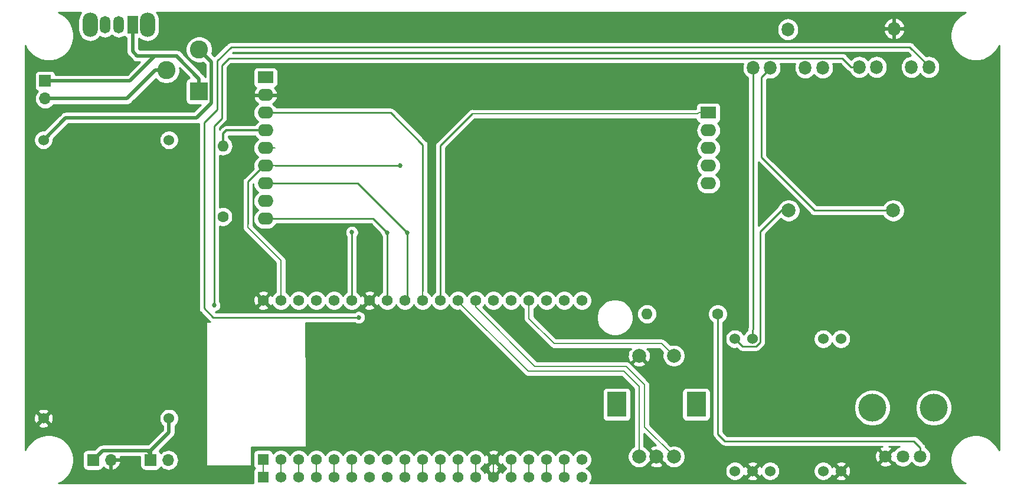
<source format=gbr>
G04 #@! TF.GenerationSoftware,KiCad,Pcbnew,(5.1.4)-1*
G04 #@! TF.CreationDate,2019-10-09T17:37:27-04:00*
G04 #@! TF.ProjectId,MorseTutor3,4d6f7273-6554-4757-946f-72332e6b6963,rev?*
G04 #@! TF.SameCoordinates,Original*
G04 #@! TF.FileFunction,Copper,L1,Top*
G04 #@! TF.FilePolarity,Positive*
%FSLAX46Y46*%
G04 Gerber Fmt 4.6, Leading zero omitted, Abs format (unit mm)*
G04 Created by KiCad (PCBNEW (5.1.4)-1) date 2019-10-09 17:37:27*
%MOMM*%
%LPD*%
G04 APERTURE LIST*
%ADD10C,2.000000*%
%ADD11C,1.560000*%
%ADD12R,1.560000X1.560000*%
%ADD13O,1.800000X2.000000*%
%ADD14C,1.524000*%
%ADD15R,2.600000X2.600000*%
%ADD16C,2.600000*%
%ADD17C,1.600000*%
%ADD18O,1.600000X1.600000*%
%ADD19R,1.500000X2.500000*%
%ADD20O,1.500000X2.500000*%
%ADD21O,2.200000X3.500000*%
%ADD22O,1.700000X1.700000*%
%ADD23R,1.700000X1.700000*%
%ADD24R,2.800000X3.600000*%
%ADD25R,2.250000X1.727200*%
%ADD26O,2.250000X1.727200*%
%ADD27C,1.800000*%
%ADD28C,4.000000*%
%ADD29C,0.685800*%
%ADD30C,0.508000*%
%ADD31C,0.254000*%
%ADD32C,0.203200*%
%ADD33C,0.304800*%
G04 APERTURE END LIST*
D10*
X146170000Y-64135000D03*
X161170000Y-64135000D03*
D11*
X113970000Y-99910000D03*
X75870000Y-99910000D03*
X96190000Y-99910000D03*
X98730000Y-99910000D03*
X108890000Y-99910000D03*
X83490000Y-99910000D03*
X73330000Y-99910000D03*
X91110000Y-99910000D03*
X111430000Y-99910000D03*
X93650000Y-99910000D03*
X116510000Y-99910000D03*
X106350000Y-99910000D03*
X86030000Y-99910000D03*
X78410000Y-99910000D03*
D12*
X70790000Y-99910000D03*
D11*
X80950000Y-99910000D03*
X88570000Y-99910000D03*
X101270000Y-99910000D03*
X103810000Y-99910000D03*
X70790000Y-77050000D03*
X73330000Y-77050000D03*
X75870000Y-77050000D03*
X78410000Y-77050000D03*
X80950000Y-77050000D03*
X83490000Y-77050000D03*
X86030000Y-77050000D03*
X88570000Y-77050000D03*
X91110000Y-77050000D03*
X93650000Y-77050000D03*
X96190000Y-77050000D03*
X98730000Y-77050000D03*
X101270000Y-77050000D03*
X103810000Y-77050000D03*
X106350000Y-77050000D03*
X108890000Y-77050000D03*
X111430000Y-77050000D03*
X113970000Y-77050000D03*
X116510000Y-77050000D03*
X113970000Y-102450000D03*
X111430000Y-102450000D03*
X108890000Y-102450000D03*
X106350000Y-102450000D03*
X103810000Y-102450000D03*
X101270000Y-102450000D03*
X98730000Y-102450000D03*
X96190000Y-102450000D03*
X93650000Y-102450000D03*
X91110000Y-102450000D03*
X88570000Y-102450000D03*
X86030000Y-102450000D03*
X83490000Y-102450000D03*
X80950000Y-102450000D03*
X78410000Y-102450000D03*
X75870000Y-102450000D03*
X116510000Y-102450000D03*
X73330000Y-102450000D03*
D12*
X70790000Y-102450000D03*
D13*
X141050000Y-43600000D03*
X143550000Y-43600000D03*
X151050000Y-43600000D03*
X148550000Y-43600000D03*
X146050000Y-38100000D03*
X156290000Y-43500000D03*
X158790000Y-43500000D03*
X166290000Y-43500000D03*
X163790000Y-43500000D03*
X161290000Y-38000000D03*
D14*
X153670000Y-82575000D03*
X151130000Y-82575000D03*
X140970000Y-82575000D03*
X138450000Y-82575000D03*
X153670000Y-101575000D03*
X151130000Y-101575000D03*
X143510000Y-101575000D03*
X140970000Y-101575000D03*
X138450000Y-101575000D03*
D15*
X61595000Y-46990000D03*
D16*
X61595000Y-40990000D03*
X56895000Y-43990000D03*
D17*
X65000000Y-65000000D03*
D18*
X65000000Y-54840000D03*
X125840000Y-79000000D03*
D17*
X136000000Y-79000000D03*
D19*
X52070000Y-37465000D03*
D20*
X50070000Y-37465000D03*
X48070000Y-37465000D03*
D21*
X54170000Y-37465000D03*
X45970000Y-37465000D03*
D22*
X48915000Y-100000000D03*
D23*
X46375000Y-100000000D03*
X54630000Y-100000000D03*
D22*
X57170000Y-100000000D03*
D23*
X39500000Y-45500000D03*
D22*
X39500000Y-48040000D03*
D24*
X121500000Y-92000000D03*
X132900000Y-92000000D03*
D10*
X124700000Y-85000000D03*
X129700000Y-85000000D03*
X124700000Y-99500000D03*
X127200000Y-99500000D03*
X129700000Y-99500000D03*
D14*
X57260000Y-54000000D03*
X39260000Y-54000000D03*
X39260000Y-94000000D03*
X57260000Y-94000000D03*
D25*
X71120000Y-45000000D03*
D26*
X71120000Y-47540000D03*
X71120000Y-50080000D03*
X71120000Y-52620000D03*
X71120000Y-55160000D03*
X71120000Y-57700000D03*
X71120000Y-60240000D03*
X71120000Y-62780000D03*
X71120000Y-65320000D03*
X134640000Y-57700000D03*
X134640000Y-55160000D03*
X134640000Y-52620000D03*
D25*
X134640000Y-50080000D03*
D26*
X134640000Y-60240000D03*
D27*
X160060000Y-99475000D03*
X162560000Y-99475000D03*
X165060000Y-99475000D03*
D28*
X158160000Y-92475000D03*
X166960000Y-92475000D03*
D29*
X84500000Y-79499998D03*
X63750000Y-77750000D03*
X83500000Y-67250000D03*
X91440000Y-67310000D03*
X88570000Y-67320000D03*
X90450000Y-57700000D03*
D30*
X39500000Y-45500000D02*
X47592000Y-45500000D01*
X61595000Y-45182000D02*
X58420000Y-42007000D01*
X61595000Y-46990000D02*
X61595000Y-45182000D01*
X56515000Y-41910000D02*
X55245000Y-41910000D01*
X55880000Y-41910000D02*
X58420000Y-41910000D01*
X56728000Y-41910000D02*
X55880000Y-41910000D01*
X55880000Y-41910000D02*
X55245000Y-41910000D01*
X52070000Y-41275000D02*
X52705000Y-41910000D01*
X52070000Y-37465000D02*
X52070000Y-41275000D01*
X55245000Y-41910000D02*
X52705000Y-41910000D01*
X47592000Y-45500000D02*
X51655000Y-45500000D01*
X51655000Y-45500000D02*
X55245000Y-41910000D01*
X42460000Y-50800000D02*
X39260000Y-54000000D01*
X61207962Y-50800000D02*
X42460000Y-50800000D01*
X63352201Y-48655761D02*
X61207962Y-50800000D01*
X61595000Y-40990000D02*
X63352201Y-42747201D01*
X63352201Y-42747201D02*
X63352201Y-48655761D01*
X51250000Y-48040000D02*
X55300000Y-43990000D01*
X39500000Y-48040000D02*
X51250000Y-48040000D01*
X55300000Y-43990000D02*
X56895000Y-43990000D01*
D31*
X141050000Y-43600000D02*
X141050000Y-81225000D01*
X140970000Y-81305000D02*
X140970000Y-82575000D01*
X141050000Y-81225000D02*
X140970000Y-81305000D01*
X143550000Y-43600000D02*
X143930000Y-43980000D01*
X143550000Y-43700000D02*
X143550000Y-43600000D01*
X142240000Y-45010000D02*
X143550000Y-43700000D01*
X142240000Y-56515000D02*
X142240000Y-45010000D01*
X149860000Y-64135000D02*
X142240000Y-56515000D01*
X161170000Y-64135000D02*
X149860000Y-64135000D01*
X141494257Y-83667201D02*
X142062201Y-83099257D01*
X142062201Y-67165169D02*
X145092370Y-64135000D01*
X139542201Y-83667201D02*
X141494257Y-83667201D01*
X138450000Y-82575000D02*
X139542201Y-83667201D01*
X142062201Y-83099257D02*
X142062201Y-67165169D01*
X145092370Y-64135000D02*
X146170000Y-64135000D01*
D30*
X47733000Y-98642000D02*
X46375000Y-100000000D01*
X54212000Y-98642000D02*
X54630000Y-99060000D01*
X54630000Y-99060000D02*
X54630000Y-98642000D01*
X54630000Y-100000000D02*
X54630000Y-99060000D01*
X54630000Y-98642000D02*
X54212000Y-98642000D01*
X54212000Y-98642000D02*
X47733000Y-98642000D01*
X57260000Y-96012000D02*
X55761000Y-97511000D01*
X57260000Y-94000000D02*
X57260000Y-96012000D01*
X54630000Y-98642000D02*
X55761000Y-97511000D01*
X55761000Y-97511000D02*
X56010000Y-97262000D01*
D32*
X103810000Y-99910000D02*
X103810000Y-102450000D01*
D31*
X166290000Y-43400000D02*
X163530000Y-40640000D01*
X163530000Y-40640000D02*
X66190000Y-40640000D01*
X166290000Y-43500000D02*
X166290000Y-43400000D01*
X66190000Y-40640000D02*
X64210000Y-42620000D01*
X64210000Y-42620000D02*
X64210000Y-49605000D01*
X64210000Y-49605000D02*
X62305000Y-51510000D01*
X84500000Y-79499998D02*
X66499998Y-79499998D01*
X63609998Y-79499998D02*
X62305000Y-78195000D01*
X66499998Y-79499998D02*
X63609998Y-79499998D01*
X62305000Y-51510000D02*
X62305000Y-78195000D01*
X63750000Y-51970000D02*
X63750000Y-77265067D01*
X153882000Y-42246000D02*
X65854000Y-42246000D01*
X63750000Y-77265067D02*
X63750000Y-77750000D01*
X155136000Y-43500000D02*
X153882000Y-42246000D01*
X156290000Y-43500000D02*
X155136000Y-43500000D01*
X64845000Y-50875000D02*
X63750000Y-51970000D01*
X65854000Y-42246000D02*
X64845000Y-43255000D01*
X64845000Y-43255000D02*
X64845000Y-50875000D01*
D33*
X65000000Y-54840000D02*
X65000000Y-53110000D01*
X65490000Y-52620000D02*
X71120000Y-52620000D01*
X65000000Y-53110000D02*
X65490000Y-52620000D01*
D32*
X106350000Y-99910000D02*
X106350000Y-102450000D01*
D31*
X135500000Y-79000000D02*
X135750000Y-79250000D01*
X136000000Y-86500000D02*
X136000000Y-79000000D01*
X136000000Y-86250000D02*
X136000000Y-86500000D01*
X136000000Y-86250000D02*
X136000000Y-79000000D01*
X165060000Y-98202208D02*
X165060000Y-99475000D01*
X164107792Y-97250000D02*
X165060000Y-98202208D01*
X137000000Y-97250000D02*
X164107792Y-97250000D01*
X136000000Y-86250000D02*
X136000000Y-96250000D01*
X136000000Y-96250000D02*
X137000000Y-97250000D01*
X99060000Y-77470000D02*
X99122200Y-77470000D01*
D32*
X124700000Y-97950000D02*
X124700000Y-99500000D01*
X124700000Y-89450000D02*
X124700000Y-97950000D01*
X122500000Y-87250000D02*
X124700000Y-89450000D01*
X108788457Y-87250000D02*
X122500000Y-87250000D01*
X98730000Y-76800000D02*
X98730000Y-77191543D01*
X98730000Y-77191543D02*
X108788457Y-87250000D01*
X129700000Y-99450000D02*
X129700000Y-99500000D01*
X101270000Y-78020000D02*
X109750000Y-86500000D01*
X101270000Y-76800000D02*
X101270000Y-78020000D01*
X109750000Y-86500000D02*
X122824751Y-86500000D01*
X122824751Y-86500000D02*
X125500000Y-89175249D01*
X125500000Y-89175249D02*
X125500000Y-95250000D01*
X125500000Y-95250000D02*
X129700000Y-99450000D01*
X70790000Y-99910000D02*
X70790000Y-102450000D01*
X73330000Y-99910000D02*
X73330000Y-102450000D01*
X75870000Y-101013086D02*
X75870000Y-102450000D01*
X75870000Y-99910000D02*
X75870000Y-101013086D01*
X78410000Y-99910000D02*
X78410000Y-102450000D01*
D31*
X83500000Y-77020000D02*
X83500000Y-67500000D01*
D32*
X71120000Y-55160000D02*
X72448200Y-55160000D01*
D31*
X71120000Y-50080000D02*
X71381400Y-50080000D01*
X71120000Y-50080000D02*
X88180000Y-50080000D01*
X89080000Y-50080000D02*
X88180000Y-50080000D01*
X93675000Y-54675000D02*
X89080000Y-50080000D01*
X93675000Y-75671914D02*
X93675000Y-54675000D01*
D32*
X93650000Y-76800000D02*
X93650000Y-75696914D01*
X93650000Y-75696914D02*
X93675000Y-75671914D01*
D31*
X96190000Y-54810000D02*
X96190000Y-76800000D01*
X100750000Y-50250000D02*
X96190000Y-54810000D01*
D32*
X133141800Y-50250000D02*
X100750000Y-50250000D01*
X134640000Y-50080000D02*
X133311800Y-50080000D01*
X133311800Y-50080000D02*
X133141800Y-50250000D01*
D31*
X71120000Y-60240000D02*
X84370000Y-60240000D01*
X84370000Y-60240000D02*
X91440000Y-67310000D01*
D32*
X91440000Y-76470000D02*
X91110000Y-76800000D01*
D31*
X91440000Y-67310000D02*
X91440000Y-76470000D01*
X88570000Y-67320000D02*
X88570000Y-76800000D01*
X71120000Y-65320000D02*
X86570000Y-65320000D01*
X86570000Y-65320000D02*
X88570000Y-67320000D01*
X70858600Y-57700000D02*
X68580000Y-59978600D01*
X71120000Y-57700000D02*
X70858600Y-57700000D01*
X68580000Y-59978600D02*
X68580000Y-64969200D01*
X68580000Y-66040000D02*
X68580000Y-63500000D01*
D32*
X68580000Y-66040000D02*
X68580000Y-66580000D01*
X73330000Y-71330000D02*
X73330000Y-76800000D01*
X68580000Y-66580000D02*
X73330000Y-71330000D01*
X71120000Y-57700000D02*
X72448200Y-57700000D01*
D31*
X72448200Y-57700000D02*
X90450000Y-57700000D01*
D32*
X101270000Y-99910000D02*
X101270000Y-102450000D01*
X108890000Y-99910000D02*
X108890000Y-102450000D01*
X111430000Y-101013086D02*
X111430000Y-102450000D01*
X111430000Y-99910000D02*
X111430000Y-101013086D01*
X129700000Y-85000000D02*
X127950000Y-83250000D01*
X127950000Y-83250000D02*
X112500000Y-83250000D01*
X108890000Y-79640000D02*
X108890000Y-76800000D01*
X112500000Y-83250000D02*
X108890000Y-79640000D01*
X80950000Y-99910000D02*
X80950000Y-102450000D01*
X83490000Y-99910000D02*
X83490000Y-102450000D01*
X91110000Y-99910000D02*
X91110000Y-102450000D01*
X93650000Y-99910000D02*
X93650000Y-102450000D01*
X96190000Y-99910000D02*
X96190000Y-102450000D01*
X98730000Y-99910000D02*
X98730000Y-102450000D01*
X113970000Y-99910000D02*
X113970000Y-102450000D01*
D31*
G36*
X44520422Y-35846422D02*
G01*
X44359315Y-36147832D01*
X44260105Y-36474881D01*
X44235000Y-36729775D01*
X44235000Y-38200224D01*
X44260105Y-38455118D01*
X44359314Y-38782167D01*
X44520421Y-39083577D01*
X44737234Y-39347766D01*
X45001422Y-39564579D01*
X45302832Y-39725686D01*
X45629881Y-39824895D01*
X45970000Y-39858394D01*
X46310118Y-39824895D01*
X46637167Y-39725686D01*
X46938577Y-39564579D01*
X47202766Y-39347766D01*
X47360139Y-39156006D01*
X47537419Y-39250764D01*
X47798493Y-39329960D01*
X48070000Y-39356701D01*
X48341506Y-39329960D01*
X48602580Y-39250764D01*
X48843187Y-39122157D01*
X49054080Y-38949081D01*
X49070000Y-38929683D01*
X49085919Y-38949080D01*
X49296812Y-39122157D01*
X49537419Y-39250764D01*
X49798493Y-39329960D01*
X50070000Y-39356701D01*
X50341506Y-39329960D01*
X50602580Y-39250764D01*
X50835885Y-39126060D01*
X50868815Y-39166185D01*
X50965506Y-39245537D01*
X51075820Y-39304502D01*
X51181000Y-39336408D01*
X51181001Y-41231330D01*
X51176700Y-41275000D01*
X51193864Y-41449274D01*
X51244698Y-41616852D01*
X51327248Y-41771291D01*
X51409131Y-41871065D01*
X51438342Y-41906659D01*
X51472259Y-41934494D01*
X52045505Y-42507741D01*
X52073341Y-42541659D01*
X52107258Y-42569494D01*
X52107259Y-42569495D01*
X52111441Y-42572927D01*
X52208709Y-42652753D01*
X52363149Y-42735303D01*
X52455626Y-42763355D01*
X52530725Y-42786136D01*
X52547325Y-42787771D01*
X52661333Y-42799000D01*
X52661340Y-42799000D01*
X52705000Y-42803300D01*
X52748660Y-42799000D01*
X53098764Y-42799000D01*
X51286765Y-44611000D01*
X40984231Y-44611000D01*
X40975812Y-44525518D01*
X40939502Y-44405820D01*
X40880537Y-44295506D01*
X40801185Y-44198815D01*
X40704494Y-44119463D01*
X40594180Y-44060498D01*
X40474482Y-44024188D01*
X40350000Y-44011928D01*
X38650000Y-44011928D01*
X38525518Y-44024188D01*
X38405820Y-44060498D01*
X38295506Y-44119463D01*
X38198815Y-44198815D01*
X38119463Y-44295506D01*
X38060498Y-44405820D01*
X38024188Y-44525518D01*
X38011928Y-44650000D01*
X38011928Y-46350000D01*
X38024188Y-46474482D01*
X38060498Y-46594180D01*
X38119463Y-46704494D01*
X38198815Y-46801185D01*
X38295506Y-46880537D01*
X38405820Y-46939502D01*
X38474687Y-46960393D01*
X38444866Y-46984866D01*
X38259294Y-47210986D01*
X38121401Y-47468966D01*
X38036487Y-47748889D01*
X38007815Y-48040000D01*
X38036487Y-48331111D01*
X38121401Y-48611034D01*
X38259294Y-48869014D01*
X38444866Y-49095134D01*
X38670986Y-49280706D01*
X38928966Y-49418599D01*
X39208889Y-49503513D01*
X39427050Y-49525000D01*
X39572950Y-49525000D01*
X39791111Y-49503513D01*
X40071034Y-49418599D01*
X40329014Y-49280706D01*
X40555134Y-49095134D01*
X40691477Y-48929000D01*
X51206340Y-48929000D01*
X51250000Y-48933300D01*
X51293660Y-48929000D01*
X51293667Y-48929000D01*
X51424274Y-48916136D01*
X51591851Y-48865303D01*
X51746291Y-48782753D01*
X51881659Y-48671659D01*
X51909499Y-48637736D01*
X55364653Y-45182583D01*
X55391987Y-45223491D01*
X55661509Y-45493013D01*
X55978434Y-45704775D01*
X56330581Y-45850639D01*
X56704419Y-45925000D01*
X57085581Y-45925000D01*
X57459419Y-45850639D01*
X57811566Y-45704775D01*
X58128491Y-45493013D01*
X58398013Y-45223491D01*
X58609775Y-44906566D01*
X58755639Y-44554419D01*
X58830000Y-44180581D01*
X58830000Y-43799419D01*
X58798917Y-43643152D01*
X60215520Y-45059756D01*
X60170518Y-45064188D01*
X60050820Y-45100498D01*
X59940506Y-45159463D01*
X59843815Y-45238815D01*
X59764463Y-45335506D01*
X59705498Y-45445820D01*
X59669188Y-45565518D01*
X59656928Y-45690000D01*
X59656928Y-48290000D01*
X59669188Y-48414482D01*
X59705498Y-48534180D01*
X59764463Y-48644494D01*
X59843815Y-48741185D01*
X59940506Y-48820537D01*
X60050820Y-48879502D01*
X60170518Y-48915812D01*
X60295000Y-48928072D01*
X61822654Y-48928072D01*
X60839727Y-49911000D01*
X42503659Y-49911000D01*
X42459999Y-49906700D01*
X42416339Y-49911000D01*
X42416333Y-49911000D01*
X42318924Y-49920594D01*
X42285724Y-49923864D01*
X42184058Y-49954704D01*
X42118149Y-49974697D01*
X41963709Y-50057247D01*
X41828341Y-50168341D01*
X41800501Y-50202264D01*
X39399404Y-52603361D01*
X39397592Y-52603000D01*
X39122408Y-52603000D01*
X38852510Y-52656686D01*
X38598273Y-52761995D01*
X38369465Y-52914880D01*
X38174880Y-53109465D01*
X38021995Y-53338273D01*
X37916686Y-53592510D01*
X37863000Y-53862408D01*
X37863000Y-54137592D01*
X37916686Y-54407490D01*
X38021995Y-54661727D01*
X38174880Y-54890535D01*
X38369465Y-55085120D01*
X38598273Y-55238005D01*
X38852510Y-55343314D01*
X39122408Y-55397000D01*
X39397592Y-55397000D01*
X39667490Y-55343314D01*
X39921727Y-55238005D01*
X40150535Y-55085120D01*
X40345120Y-54890535D01*
X40498005Y-54661727D01*
X40603314Y-54407490D01*
X40657000Y-54137592D01*
X40657000Y-53862408D01*
X55863000Y-53862408D01*
X55863000Y-54137592D01*
X55916686Y-54407490D01*
X56021995Y-54661727D01*
X56174880Y-54890535D01*
X56369465Y-55085120D01*
X56598273Y-55238005D01*
X56852510Y-55343314D01*
X57122408Y-55397000D01*
X57397592Y-55397000D01*
X57667490Y-55343314D01*
X57921727Y-55238005D01*
X58150535Y-55085120D01*
X58345120Y-54890535D01*
X58498005Y-54661727D01*
X58603314Y-54407490D01*
X58657000Y-54137592D01*
X58657000Y-53862408D01*
X58603314Y-53592510D01*
X58498005Y-53338273D01*
X58345120Y-53109465D01*
X58150535Y-52914880D01*
X57921727Y-52761995D01*
X57667490Y-52656686D01*
X57397592Y-52603000D01*
X57122408Y-52603000D01*
X56852510Y-52656686D01*
X56598273Y-52761995D01*
X56369465Y-52914880D01*
X56174880Y-53109465D01*
X56021995Y-53338273D01*
X55916686Y-53592510D01*
X55863000Y-53862408D01*
X40657000Y-53862408D01*
X40656639Y-53860596D01*
X42828235Y-51689000D01*
X61164302Y-51689000D01*
X61207962Y-51693300D01*
X61251622Y-51689000D01*
X61251629Y-51689000D01*
X61382236Y-51676136D01*
X61543000Y-51627370D01*
X61543001Y-78157567D01*
X61539314Y-78195000D01*
X61554027Y-78344378D01*
X61597599Y-78488015D01*
X61668355Y-78620392D01*
X61679026Y-78633394D01*
X61763579Y-78736422D01*
X61792649Y-78760279D01*
X63044719Y-80012350D01*
X63068576Y-80041420D01*
X63097646Y-80065277D01*
X63167981Y-80123000D01*
X62750000Y-80123000D01*
X62725224Y-80125440D01*
X62701399Y-80132667D01*
X62679443Y-80144403D01*
X62660197Y-80160197D01*
X62644403Y-80179443D01*
X62632667Y-80201399D01*
X62625440Y-80225224D01*
X62623000Y-80250000D01*
X62623000Y-100750000D01*
X62625440Y-100774776D01*
X62632667Y-100798601D01*
X62644403Y-100820557D01*
X62660197Y-100839803D01*
X62679443Y-100855597D01*
X62701399Y-100867333D01*
X62725224Y-100874560D01*
X62750000Y-100877000D01*
X69000000Y-100877000D01*
X69024776Y-100874560D01*
X69048601Y-100867333D01*
X69070557Y-100855597D01*
X69089803Y-100839803D01*
X69105597Y-100820557D01*
X69117333Y-100798601D01*
X69124560Y-100774776D01*
X69127000Y-100750000D01*
X69127000Y-98127000D01*
X76875000Y-98127000D01*
X76900653Y-98124382D01*
X76924426Y-98116988D01*
X76946299Y-98105097D01*
X76965433Y-98089168D01*
X76981091Y-98069812D01*
X76992672Y-98047773D01*
X76999731Y-98023899D01*
X77001997Y-97999106D01*
X76947074Y-90200000D01*
X119461928Y-90200000D01*
X119461928Y-93800000D01*
X119474188Y-93924482D01*
X119510498Y-94044180D01*
X119569463Y-94154494D01*
X119648815Y-94251185D01*
X119745506Y-94330537D01*
X119855820Y-94389502D01*
X119975518Y-94425812D01*
X120100000Y-94438072D01*
X122900000Y-94438072D01*
X123024482Y-94425812D01*
X123144180Y-94389502D01*
X123254494Y-94330537D01*
X123351185Y-94251185D01*
X123430537Y-94154494D01*
X123489502Y-94044180D01*
X123525812Y-93924482D01*
X123538072Y-93800000D01*
X123538072Y-90200000D01*
X123525812Y-90075518D01*
X123489502Y-89955820D01*
X123430537Y-89845506D01*
X123351185Y-89748815D01*
X123254494Y-89669463D01*
X123144180Y-89610498D01*
X123024482Y-89574188D01*
X122900000Y-89561928D01*
X120100000Y-89561928D01*
X119975518Y-89574188D01*
X119855820Y-89610498D01*
X119745506Y-89669463D01*
X119648815Y-89748815D01*
X119569463Y-89845506D01*
X119510498Y-89955820D01*
X119474188Y-90075518D01*
X119461928Y-90200000D01*
X76947074Y-90200000D01*
X76877088Y-80261998D01*
X83880239Y-80261998D01*
X84036790Y-80366602D01*
X84214757Y-80440318D01*
X84403685Y-80477898D01*
X84596315Y-80477898D01*
X84785243Y-80440318D01*
X84963210Y-80366602D01*
X85123375Y-80259583D01*
X85259585Y-80123373D01*
X85366604Y-79963208D01*
X85440320Y-79785241D01*
X85477900Y-79596313D01*
X85477900Y-79403683D01*
X85440320Y-79214755D01*
X85366604Y-79036788D01*
X85259585Y-78876623D01*
X85123375Y-78740413D01*
X84963210Y-78633394D01*
X84785243Y-78559678D01*
X84596315Y-78522098D01*
X84403685Y-78522098D01*
X84214757Y-78559678D01*
X84036790Y-78633394D01*
X83880239Y-78737998D01*
X63925629Y-78737998D01*
X63904047Y-78716416D01*
X64035243Y-78690320D01*
X64213210Y-78616604D01*
X64373375Y-78509585D01*
X64509585Y-78373375D01*
X64616604Y-78213210D01*
X64690320Y-78035243D01*
X64691676Y-78028421D01*
X69991184Y-78028421D01*
X70060345Y-78270349D01*
X70312443Y-78389248D01*
X70582894Y-78456681D01*
X70861303Y-78470057D01*
X71136972Y-78428860D01*
X71399308Y-78334675D01*
X71519655Y-78270349D01*
X71588816Y-78028421D01*
X70790000Y-77229605D01*
X69991184Y-78028421D01*
X64691676Y-78028421D01*
X64727900Y-77846315D01*
X64727900Y-77653685D01*
X64690320Y-77464757D01*
X64616604Y-77286790D01*
X64512000Y-77130239D01*
X64512000Y-77121303D01*
X69369943Y-77121303D01*
X69411140Y-77396972D01*
X69505325Y-77659308D01*
X69569651Y-77779655D01*
X69811579Y-77848816D01*
X70610395Y-77050000D01*
X69811579Y-76251184D01*
X69569651Y-76320345D01*
X69450752Y-76572443D01*
X69383319Y-76842894D01*
X69369943Y-77121303D01*
X64512000Y-77121303D01*
X64512000Y-76071579D01*
X69991184Y-76071579D01*
X70790000Y-76870395D01*
X71588816Y-76071579D01*
X71519655Y-75829651D01*
X71267557Y-75710752D01*
X70997106Y-75643319D01*
X70718697Y-75629943D01*
X70443028Y-75671140D01*
X70180692Y-75765325D01*
X70060345Y-75829651D01*
X69991184Y-76071579D01*
X64512000Y-76071579D01*
X64512000Y-66351096D01*
X64581426Y-66379853D01*
X64858665Y-66435000D01*
X65141335Y-66435000D01*
X65418574Y-66379853D01*
X65679727Y-66271680D01*
X65914759Y-66114637D01*
X66114637Y-65914759D01*
X66271680Y-65679727D01*
X66379853Y-65418574D01*
X66435000Y-65141335D01*
X66435000Y-64858665D01*
X66379853Y-64581426D01*
X66271680Y-64320273D01*
X66114637Y-64085241D01*
X65914759Y-63885363D01*
X65679727Y-63728320D01*
X65418574Y-63620147D01*
X65141335Y-63565000D01*
X64858665Y-63565000D01*
X64581426Y-63620147D01*
X64512000Y-63648904D01*
X64512000Y-56191538D01*
X64718691Y-56254236D01*
X64929508Y-56275000D01*
X65070492Y-56275000D01*
X65281309Y-56254236D01*
X65551808Y-56172182D01*
X65801101Y-56038932D01*
X66019608Y-55859608D01*
X66198932Y-55641101D01*
X66332182Y-55391808D01*
X66414236Y-55121309D01*
X66441943Y-54840000D01*
X66414236Y-54558691D01*
X66332182Y-54288192D01*
X66198932Y-54038899D01*
X66019608Y-53820392D01*
X65801101Y-53641068D01*
X65787400Y-53633745D01*
X65787400Y-53436150D01*
X65816151Y-53407400D01*
X69580230Y-53407400D01*
X69606531Y-53456606D01*
X69793803Y-53684797D01*
X70021994Y-53872069D01*
X70055540Y-53890000D01*
X70021994Y-53907931D01*
X69793803Y-54095203D01*
X69606531Y-54323394D01*
X69467375Y-54583736D01*
X69381684Y-54866223D01*
X69352749Y-55160000D01*
X69381684Y-55453777D01*
X69467375Y-55736264D01*
X69606531Y-55996606D01*
X69793803Y-56224797D01*
X70021994Y-56412069D01*
X70055540Y-56430000D01*
X70021994Y-56447931D01*
X69793803Y-56635203D01*
X69606531Y-56863394D01*
X69467375Y-57123736D01*
X69381684Y-57406223D01*
X69352749Y-57700000D01*
X69381684Y-57993777D01*
X69406240Y-58074729D01*
X68067654Y-59413316D01*
X68038578Y-59437178D01*
X68008102Y-59474314D01*
X67943355Y-59553208D01*
X67916551Y-59603355D01*
X67872598Y-59685586D01*
X67829026Y-59829223D01*
X67818000Y-59941174D01*
X67814314Y-59978600D01*
X67818000Y-60016023D01*
X67818001Y-63462574D01*
X67818000Y-66077425D01*
X67829026Y-66189377D01*
X67843400Y-66236762D01*
X67843400Y-66543817D01*
X67839836Y-66580000D01*
X67843400Y-66616183D01*
X67843400Y-66616186D01*
X67854058Y-66724399D01*
X67896178Y-66863249D01*
X67943828Y-66952395D01*
X67964576Y-66991212D01*
X68033018Y-67074608D01*
X68056626Y-67103375D01*
X68084732Y-67126441D01*
X72593400Y-71635109D01*
X72593401Y-75840373D01*
X72427990Y-75950897D01*
X72230897Y-76147990D01*
X72076043Y-76379746D01*
X72061223Y-76415525D01*
X72010349Y-76320345D01*
X71768421Y-76251184D01*
X70969605Y-77050000D01*
X71768421Y-77848816D01*
X72010349Y-77779655D01*
X72058425Y-77677721D01*
X72076043Y-77720254D01*
X72230897Y-77952010D01*
X72427990Y-78149103D01*
X72659746Y-78303957D01*
X72917260Y-78410623D01*
X73190635Y-78465000D01*
X73469365Y-78465000D01*
X73742740Y-78410623D01*
X74000254Y-78303957D01*
X74232010Y-78149103D01*
X74429103Y-77952010D01*
X74583957Y-77720254D01*
X74600000Y-77681523D01*
X74616043Y-77720254D01*
X74770897Y-77952010D01*
X74967990Y-78149103D01*
X75199746Y-78303957D01*
X75457260Y-78410623D01*
X75730635Y-78465000D01*
X76009365Y-78465000D01*
X76282740Y-78410623D01*
X76540254Y-78303957D01*
X76772010Y-78149103D01*
X76969103Y-77952010D01*
X77123957Y-77720254D01*
X77140000Y-77681523D01*
X77156043Y-77720254D01*
X77310897Y-77952010D01*
X77507990Y-78149103D01*
X77739746Y-78303957D01*
X77997260Y-78410623D01*
X78270635Y-78465000D01*
X78549365Y-78465000D01*
X78822740Y-78410623D01*
X79080254Y-78303957D01*
X79312010Y-78149103D01*
X79509103Y-77952010D01*
X79663957Y-77720254D01*
X79680000Y-77681523D01*
X79696043Y-77720254D01*
X79850897Y-77952010D01*
X80047990Y-78149103D01*
X80279746Y-78303957D01*
X80537260Y-78410623D01*
X80810635Y-78465000D01*
X81089365Y-78465000D01*
X81362740Y-78410623D01*
X81620254Y-78303957D01*
X81852010Y-78149103D01*
X82049103Y-77952010D01*
X82203957Y-77720254D01*
X82220000Y-77681523D01*
X82236043Y-77720254D01*
X82390897Y-77952010D01*
X82587990Y-78149103D01*
X82819746Y-78303957D01*
X83077260Y-78410623D01*
X83350635Y-78465000D01*
X83629365Y-78465000D01*
X83902740Y-78410623D01*
X84160254Y-78303957D01*
X84392010Y-78149103D01*
X84512692Y-78028421D01*
X85231184Y-78028421D01*
X85300345Y-78270349D01*
X85552443Y-78389248D01*
X85822894Y-78456681D01*
X86101303Y-78470057D01*
X86376972Y-78428860D01*
X86639308Y-78334675D01*
X86759655Y-78270349D01*
X86828816Y-78028421D01*
X86030000Y-77229605D01*
X85231184Y-78028421D01*
X84512692Y-78028421D01*
X84589103Y-77952010D01*
X84743957Y-77720254D01*
X84758777Y-77684475D01*
X84809651Y-77779655D01*
X85051579Y-77848816D01*
X85850395Y-77050000D01*
X85051579Y-76251184D01*
X84809651Y-76320345D01*
X84761575Y-76422279D01*
X84743957Y-76379746D01*
X84589103Y-76147990D01*
X84512692Y-76071579D01*
X85231184Y-76071579D01*
X86030000Y-76870395D01*
X86828816Y-76071579D01*
X86759655Y-75829651D01*
X86507557Y-75710752D01*
X86237106Y-75643319D01*
X85958697Y-75629943D01*
X85683028Y-75671140D01*
X85420692Y-75765325D01*
X85300345Y-75829651D01*
X85231184Y-76071579D01*
X84512692Y-76071579D01*
X84392010Y-75950897D01*
X84262000Y-75864027D01*
X84262000Y-67869761D01*
X84366604Y-67713210D01*
X84440320Y-67535243D01*
X84477900Y-67346315D01*
X84477900Y-67153685D01*
X84440320Y-66964757D01*
X84366604Y-66786790D01*
X84259585Y-66626625D01*
X84123375Y-66490415D01*
X83963210Y-66383396D01*
X83785243Y-66309680D01*
X83596315Y-66272100D01*
X83403685Y-66272100D01*
X83214757Y-66309680D01*
X83036790Y-66383396D01*
X82876625Y-66490415D01*
X82740415Y-66626625D01*
X82633396Y-66786790D01*
X82559680Y-66964757D01*
X82522100Y-67153685D01*
X82522100Y-67346315D01*
X82559680Y-67535243D01*
X82633396Y-67713210D01*
X82738001Y-67869762D01*
X82738000Y-75850664D01*
X82587990Y-75950897D01*
X82390897Y-76147990D01*
X82236043Y-76379746D01*
X82220000Y-76418477D01*
X82203957Y-76379746D01*
X82049103Y-76147990D01*
X81852010Y-75950897D01*
X81620254Y-75796043D01*
X81362740Y-75689377D01*
X81089365Y-75635000D01*
X80810635Y-75635000D01*
X80537260Y-75689377D01*
X80279746Y-75796043D01*
X80047990Y-75950897D01*
X79850897Y-76147990D01*
X79696043Y-76379746D01*
X79680000Y-76418477D01*
X79663957Y-76379746D01*
X79509103Y-76147990D01*
X79312010Y-75950897D01*
X79080254Y-75796043D01*
X78822740Y-75689377D01*
X78549365Y-75635000D01*
X78270635Y-75635000D01*
X77997260Y-75689377D01*
X77739746Y-75796043D01*
X77507990Y-75950897D01*
X77310897Y-76147990D01*
X77156043Y-76379746D01*
X77140000Y-76418477D01*
X77123957Y-76379746D01*
X76969103Y-76147990D01*
X76772010Y-75950897D01*
X76540254Y-75796043D01*
X76282740Y-75689377D01*
X76009365Y-75635000D01*
X75730635Y-75635000D01*
X75457260Y-75689377D01*
X75199746Y-75796043D01*
X74967990Y-75950897D01*
X74770897Y-76147990D01*
X74616043Y-76379746D01*
X74600000Y-76418477D01*
X74583957Y-76379746D01*
X74429103Y-76147990D01*
X74232010Y-75950897D01*
X74066600Y-75840374D01*
X74066600Y-71366175D01*
X74070163Y-71329999D01*
X74066600Y-71293823D01*
X74066600Y-71293814D01*
X74055942Y-71185601D01*
X74013822Y-71046751D01*
X73945424Y-70918787D01*
X73853374Y-70806625D01*
X73825268Y-70783559D01*
X69316600Y-66274891D01*
X69316600Y-66236763D01*
X69330974Y-66189378D01*
X69342000Y-66077426D01*
X69342000Y-60294230D01*
X69356648Y-60279583D01*
X69381684Y-60533777D01*
X69467375Y-60816264D01*
X69606531Y-61076606D01*
X69793803Y-61304797D01*
X70021994Y-61492069D01*
X70055540Y-61510000D01*
X70021994Y-61527931D01*
X69793803Y-61715203D01*
X69606531Y-61943394D01*
X69467375Y-62203736D01*
X69381684Y-62486223D01*
X69352749Y-62780000D01*
X69381684Y-63073777D01*
X69467375Y-63356264D01*
X69606531Y-63616606D01*
X69793803Y-63844797D01*
X70021994Y-64032069D01*
X70055540Y-64050000D01*
X70021994Y-64067931D01*
X69793803Y-64255203D01*
X69606531Y-64483394D01*
X69467375Y-64743736D01*
X69381684Y-65026223D01*
X69352749Y-65320000D01*
X69381684Y-65613777D01*
X69467375Y-65896264D01*
X69606531Y-66156606D01*
X69793803Y-66384797D01*
X70021994Y-66572069D01*
X70282336Y-66711225D01*
X70564823Y-66796916D01*
X70784981Y-66818600D01*
X71455019Y-66818600D01*
X71675177Y-66796916D01*
X71957664Y-66711225D01*
X72218006Y-66572069D01*
X72446197Y-66384797D01*
X72633469Y-66156606D01*
X72673347Y-66082000D01*
X86254370Y-66082000D01*
X87592948Y-67420579D01*
X87629680Y-67605243D01*
X87703396Y-67783210D01*
X87808000Y-67939761D01*
X87808001Y-75857345D01*
X87667990Y-75950897D01*
X87470897Y-76147990D01*
X87316043Y-76379746D01*
X87301223Y-76415525D01*
X87250349Y-76320345D01*
X87008421Y-76251184D01*
X86209605Y-77050000D01*
X87008421Y-77848816D01*
X87250349Y-77779655D01*
X87298425Y-77677721D01*
X87316043Y-77720254D01*
X87470897Y-77952010D01*
X87667990Y-78149103D01*
X87899746Y-78303957D01*
X88157260Y-78410623D01*
X88430635Y-78465000D01*
X88709365Y-78465000D01*
X88982740Y-78410623D01*
X89240254Y-78303957D01*
X89472010Y-78149103D01*
X89669103Y-77952010D01*
X89823957Y-77720254D01*
X89840000Y-77681523D01*
X89856043Y-77720254D01*
X90010897Y-77952010D01*
X90207990Y-78149103D01*
X90439746Y-78303957D01*
X90697260Y-78410623D01*
X90970635Y-78465000D01*
X91249365Y-78465000D01*
X91522740Y-78410623D01*
X91780254Y-78303957D01*
X92012010Y-78149103D01*
X92209103Y-77952010D01*
X92363957Y-77720254D01*
X92380000Y-77681523D01*
X92396043Y-77720254D01*
X92550897Y-77952010D01*
X92747990Y-78149103D01*
X92979746Y-78303957D01*
X93237260Y-78410623D01*
X93510635Y-78465000D01*
X93789365Y-78465000D01*
X94062740Y-78410623D01*
X94320254Y-78303957D01*
X94552010Y-78149103D01*
X94749103Y-77952010D01*
X94903957Y-77720254D01*
X94920000Y-77681523D01*
X94936043Y-77720254D01*
X95090897Y-77952010D01*
X95287990Y-78149103D01*
X95519746Y-78303957D01*
X95777260Y-78410623D01*
X96050635Y-78465000D01*
X96329365Y-78465000D01*
X96602740Y-78410623D01*
X96860254Y-78303957D01*
X97092010Y-78149103D01*
X97289103Y-77952010D01*
X97443957Y-77720254D01*
X97460000Y-77681523D01*
X97476043Y-77720254D01*
X97630897Y-77952010D01*
X97827990Y-78149103D01*
X98059746Y-78303957D01*
X98317260Y-78410623D01*
X98590635Y-78465000D01*
X98869365Y-78465000D01*
X98946421Y-78449673D01*
X108242014Y-87745267D01*
X108265082Y-87773375D01*
X108377244Y-87865424D01*
X108505208Y-87933822D01*
X108644058Y-87975942D01*
X108752271Y-87986600D01*
X108752280Y-87986600D01*
X108788456Y-87990163D01*
X108824632Y-87986600D01*
X122194891Y-87986600D01*
X123963400Y-89755110D01*
X123963401Y-97913805D01*
X123963400Y-97913815D01*
X123963400Y-98035399D01*
X123925537Y-98051082D01*
X123657748Y-98230013D01*
X123430013Y-98457748D01*
X123251082Y-98725537D01*
X123127832Y-99023088D01*
X123065000Y-99338967D01*
X123065000Y-99661033D01*
X123127832Y-99976912D01*
X123251082Y-100274463D01*
X123430013Y-100542252D01*
X123657748Y-100769987D01*
X123925537Y-100948918D01*
X124223088Y-101072168D01*
X124538967Y-101135000D01*
X124861033Y-101135000D01*
X125176912Y-101072168D01*
X125474463Y-100948918D01*
X125742252Y-100769987D01*
X125876826Y-100635413D01*
X126244192Y-100635413D01*
X126339956Y-100899814D01*
X126629571Y-101040704D01*
X126941108Y-101122384D01*
X127262595Y-101141718D01*
X127581675Y-101097961D01*
X127886088Y-100992795D01*
X128060044Y-100899814D01*
X128155808Y-100635413D01*
X127200000Y-99679605D01*
X126244192Y-100635413D01*
X125876826Y-100635413D01*
X125969987Y-100542252D01*
X126034925Y-100445065D01*
X126064587Y-100455808D01*
X127020395Y-99500000D01*
X126064587Y-98544192D01*
X126034925Y-98554935D01*
X125969987Y-98457748D01*
X125742252Y-98230013D01*
X125474463Y-98051082D01*
X125436600Y-98035399D01*
X125436600Y-96228309D01*
X127075115Y-97866824D01*
X126818325Y-97902039D01*
X126513912Y-98007205D01*
X126339956Y-98100186D01*
X126244192Y-98364587D01*
X127200000Y-99320395D01*
X127214143Y-99306253D01*
X127393748Y-99485858D01*
X127379605Y-99500000D01*
X128335413Y-100455808D01*
X128365075Y-100445065D01*
X128430013Y-100542252D01*
X128657748Y-100769987D01*
X128925537Y-100948918D01*
X129223088Y-101072168D01*
X129538967Y-101135000D01*
X129861033Y-101135000D01*
X130176912Y-101072168D01*
X130474463Y-100948918D01*
X130742252Y-100769987D01*
X130969987Y-100542252D01*
X131148918Y-100274463D01*
X131272168Y-99976912D01*
X131335000Y-99661033D01*
X131335000Y-99541553D01*
X158519009Y-99541553D01*
X158561603Y-99840907D01*
X158661778Y-100126199D01*
X158741739Y-100275792D01*
X158995920Y-100359475D01*
X159880395Y-99475000D01*
X158995920Y-98590525D01*
X158741739Y-98674208D01*
X158610842Y-98946775D01*
X158535635Y-99239642D01*
X158519009Y-99541553D01*
X131335000Y-99541553D01*
X131335000Y-99338967D01*
X131272168Y-99023088D01*
X131148918Y-98725537D01*
X130969987Y-98457748D01*
X130742252Y-98230013D01*
X130474463Y-98051082D01*
X130176912Y-97927832D01*
X129861033Y-97865000D01*
X129538967Y-97865000D01*
X129223088Y-97927832D01*
X129220580Y-97928871D01*
X126236600Y-94944891D01*
X126236600Y-90200000D01*
X130861928Y-90200000D01*
X130861928Y-93800000D01*
X130874188Y-93924482D01*
X130910498Y-94044180D01*
X130969463Y-94154494D01*
X131048815Y-94251185D01*
X131145506Y-94330537D01*
X131255820Y-94389502D01*
X131375518Y-94425812D01*
X131500000Y-94438072D01*
X134300000Y-94438072D01*
X134424482Y-94425812D01*
X134544180Y-94389502D01*
X134654494Y-94330537D01*
X134751185Y-94251185D01*
X134830537Y-94154494D01*
X134889502Y-94044180D01*
X134925812Y-93924482D01*
X134938072Y-93800000D01*
X134938072Y-90200000D01*
X134925812Y-90075518D01*
X134889502Y-89955820D01*
X134830537Y-89845506D01*
X134751185Y-89748815D01*
X134654494Y-89669463D01*
X134544180Y-89610498D01*
X134424482Y-89574188D01*
X134300000Y-89561928D01*
X131500000Y-89561928D01*
X131375518Y-89574188D01*
X131255820Y-89610498D01*
X131145506Y-89669463D01*
X131048815Y-89748815D01*
X130969463Y-89845506D01*
X130910498Y-89955820D01*
X130874188Y-90075518D01*
X130861928Y-90200000D01*
X126236600Y-90200000D01*
X126236600Y-89211424D01*
X126240163Y-89175248D01*
X126236600Y-89139072D01*
X126236600Y-89139063D01*
X126225942Y-89030850D01*
X126183822Y-88892000D01*
X126115424Y-88764036D01*
X126023374Y-88651874D01*
X125995268Y-88628808D01*
X123501873Y-86135413D01*
X123744192Y-86135413D01*
X123839956Y-86399814D01*
X124129571Y-86540704D01*
X124441108Y-86622384D01*
X124762595Y-86641718D01*
X125081675Y-86597961D01*
X125386088Y-86492795D01*
X125560044Y-86399814D01*
X125655808Y-86135413D01*
X124700000Y-85179605D01*
X123744192Y-86135413D01*
X123501873Y-86135413D01*
X123371197Y-86004737D01*
X123348126Y-85976625D01*
X123235964Y-85884576D01*
X123108000Y-85816178D01*
X122969150Y-85774058D01*
X122860937Y-85763400D01*
X122860934Y-85763400D01*
X122824751Y-85759836D01*
X122788568Y-85763400D01*
X110055110Y-85763400D01*
X102306411Y-78014702D01*
X102369103Y-77952010D01*
X102523957Y-77720254D01*
X102540000Y-77681523D01*
X102556043Y-77720254D01*
X102710897Y-77952010D01*
X102907990Y-78149103D01*
X103139746Y-78303957D01*
X103397260Y-78410623D01*
X103670635Y-78465000D01*
X103949365Y-78465000D01*
X104222740Y-78410623D01*
X104480254Y-78303957D01*
X104712010Y-78149103D01*
X104909103Y-77952010D01*
X105063957Y-77720254D01*
X105080000Y-77681523D01*
X105096043Y-77720254D01*
X105250897Y-77952010D01*
X105447990Y-78149103D01*
X105679746Y-78303957D01*
X105937260Y-78410623D01*
X106210635Y-78465000D01*
X106489365Y-78465000D01*
X106762740Y-78410623D01*
X107020254Y-78303957D01*
X107252010Y-78149103D01*
X107449103Y-77952010D01*
X107603957Y-77720254D01*
X107620000Y-77681523D01*
X107636043Y-77720254D01*
X107790897Y-77952010D01*
X107987990Y-78149103D01*
X108153400Y-78259626D01*
X108153400Y-79603816D01*
X108149836Y-79640000D01*
X108153400Y-79676183D01*
X108153400Y-79676185D01*
X108164058Y-79784398D01*
X108206178Y-79923248D01*
X108227537Y-79963208D01*
X108274576Y-80051212D01*
X108326628Y-80114637D01*
X108366625Y-80163374D01*
X108394732Y-80186441D01*
X111953557Y-83745267D01*
X111976625Y-83773375D01*
X112004731Y-83796441D01*
X112004732Y-83796442D01*
X112024914Y-83813005D01*
X112088787Y-83865424D01*
X112216751Y-83933822D01*
X112295624Y-83957748D01*
X112355601Y-83975942D01*
X112500000Y-83990164D01*
X112536186Y-83986600D01*
X123506992Y-83986600D01*
X123564585Y-84044193D01*
X123300186Y-84139956D01*
X123159296Y-84429571D01*
X123077616Y-84741108D01*
X123058282Y-85062595D01*
X123102039Y-85381675D01*
X123207205Y-85686088D01*
X123300186Y-85860044D01*
X123564587Y-85955808D01*
X124520395Y-85000000D01*
X124506253Y-84985858D01*
X124685858Y-84806253D01*
X124700000Y-84820395D01*
X124714143Y-84806253D01*
X124893748Y-84985858D01*
X124879605Y-85000000D01*
X125835413Y-85955808D01*
X126099814Y-85860044D01*
X126240704Y-85570429D01*
X126322384Y-85258892D01*
X126341718Y-84937405D01*
X126297961Y-84618325D01*
X126192795Y-84313912D01*
X126099814Y-84139956D01*
X125835415Y-84044193D01*
X125893008Y-83986600D01*
X127644891Y-83986600D01*
X128143515Y-84485225D01*
X128127832Y-84523088D01*
X128065000Y-84838967D01*
X128065000Y-85161033D01*
X128127832Y-85476912D01*
X128251082Y-85774463D01*
X128430013Y-86042252D01*
X128657748Y-86269987D01*
X128925537Y-86448918D01*
X129223088Y-86572168D01*
X129538967Y-86635000D01*
X129861033Y-86635000D01*
X130176912Y-86572168D01*
X130474463Y-86448918D01*
X130742252Y-86269987D01*
X130969987Y-86042252D01*
X131148918Y-85774463D01*
X131272168Y-85476912D01*
X131335000Y-85161033D01*
X131335000Y-84838967D01*
X131272168Y-84523088D01*
X131148918Y-84225537D01*
X130969987Y-83957748D01*
X130742252Y-83730013D01*
X130474463Y-83551082D01*
X130176912Y-83427832D01*
X129861033Y-83365000D01*
X129538967Y-83365000D01*
X129223088Y-83427832D01*
X129185225Y-83443515D01*
X128496445Y-82754736D01*
X128473375Y-82726625D01*
X128361213Y-82634576D01*
X128233249Y-82566178D01*
X128094399Y-82524058D01*
X127986186Y-82513400D01*
X127986183Y-82513400D01*
X127950000Y-82509836D01*
X127913817Y-82513400D01*
X112805110Y-82513400D01*
X109626600Y-79334891D01*
X109626600Y-79241263D01*
X118623000Y-79241263D01*
X118623000Y-79758737D01*
X118723954Y-80266268D01*
X118921983Y-80744351D01*
X119209476Y-81174615D01*
X119575385Y-81540524D01*
X120005649Y-81828017D01*
X120483732Y-82026046D01*
X120991263Y-82127000D01*
X121508737Y-82127000D01*
X122016268Y-82026046D01*
X122494351Y-81828017D01*
X122924615Y-81540524D01*
X123290524Y-81174615D01*
X123578017Y-80744351D01*
X123776046Y-80266268D01*
X123877000Y-79758737D01*
X123877000Y-79241263D01*
X123829010Y-79000000D01*
X124398057Y-79000000D01*
X124425764Y-79281309D01*
X124507818Y-79551808D01*
X124641068Y-79801101D01*
X124820392Y-80019608D01*
X125038899Y-80198932D01*
X125288192Y-80332182D01*
X125558691Y-80414236D01*
X125769508Y-80435000D01*
X125910492Y-80435000D01*
X126121309Y-80414236D01*
X126391808Y-80332182D01*
X126641101Y-80198932D01*
X126859608Y-80019608D01*
X127038932Y-79801101D01*
X127172182Y-79551808D01*
X127254236Y-79281309D01*
X127281943Y-79000000D01*
X127268023Y-78858665D01*
X134565000Y-78858665D01*
X134565000Y-79141335D01*
X134620147Y-79418574D01*
X134728320Y-79679727D01*
X134885363Y-79914759D01*
X135085241Y-80114637D01*
X135238001Y-80216708D01*
X135238001Y-82726626D01*
X135238000Y-86212574D01*
X135238000Y-86212575D01*
X135238001Y-96212567D01*
X135234314Y-96250000D01*
X135249027Y-96399378D01*
X135292599Y-96543015D01*
X135363355Y-96675392D01*
X135434721Y-96762351D01*
X135458579Y-96791422D01*
X135487649Y-96815279D01*
X136434716Y-97762346D01*
X136458578Y-97791422D01*
X136532219Y-97851857D01*
X136574607Y-97886645D01*
X136625439Y-97913815D01*
X136706985Y-97957402D01*
X136850622Y-98000974D01*
X136962574Y-98012000D01*
X136962577Y-98012000D01*
X137000000Y-98015686D01*
X137037423Y-98012000D01*
X159593285Y-98012000D01*
X159408801Y-98076778D01*
X159259208Y-98156739D01*
X159175525Y-98410920D01*
X160060000Y-99295395D01*
X160944475Y-98410920D01*
X160860792Y-98156739D01*
X160588225Y-98025842D01*
X160534322Y-98012000D01*
X162080846Y-98012000D01*
X161832905Y-98114701D01*
X161581495Y-98282688D01*
X161367688Y-98496495D01*
X161272262Y-98639310D01*
X161124080Y-98590525D01*
X160239605Y-99475000D01*
X161124080Y-100359475D01*
X161272262Y-100310690D01*
X161367688Y-100453505D01*
X161581495Y-100667312D01*
X161832905Y-100835299D01*
X162112257Y-100951011D01*
X162408816Y-101010000D01*
X162711184Y-101010000D01*
X163007743Y-100951011D01*
X163287095Y-100835299D01*
X163538505Y-100667312D01*
X163752312Y-100453505D01*
X163810000Y-100367169D01*
X163867688Y-100453505D01*
X164081495Y-100667312D01*
X164332905Y-100835299D01*
X164612257Y-100951011D01*
X164908816Y-101010000D01*
X165211184Y-101010000D01*
X165507743Y-100951011D01*
X165787095Y-100835299D01*
X166038505Y-100667312D01*
X166252312Y-100453505D01*
X166420299Y-100202095D01*
X166536011Y-99922743D01*
X166595000Y-99626184D01*
X166595000Y-99323816D01*
X166536011Y-99027257D01*
X166420299Y-98747905D01*
X166252312Y-98496495D01*
X166038505Y-98282688D01*
X165819179Y-98136139D01*
X165810974Y-98052830D01*
X165767402Y-97909193D01*
X165696645Y-97776816D01*
X165601422Y-97660786D01*
X165572353Y-97636930D01*
X164673076Y-96737654D01*
X164649214Y-96708578D01*
X164533184Y-96613355D01*
X164400807Y-96542598D01*
X164257170Y-96499026D01*
X164145218Y-96488000D01*
X164145215Y-96488000D01*
X164107792Y-96484314D01*
X164070369Y-96488000D01*
X137315630Y-96488000D01*
X136762000Y-95934370D01*
X136762000Y-92215475D01*
X155525000Y-92215475D01*
X155525000Y-92734525D01*
X155626261Y-93243601D01*
X155824893Y-93723141D01*
X156113262Y-94154715D01*
X156480285Y-94521738D01*
X156911859Y-94810107D01*
X157391399Y-95008739D01*
X157900475Y-95110000D01*
X158419525Y-95110000D01*
X158928601Y-95008739D01*
X159408141Y-94810107D01*
X159839715Y-94521738D01*
X160206738Y-94154715D01*
X160495107Y-93723141D01*
X160693739Y-93243601D01*
X160795000Y-92734525D01*
X160795000Y-92215475D01*
X164325000Y-92215475D01*
X164325000Y-92734525D01*
X164426261Y-93243601D01*
X164624893Y-93723141D01*
X164913262Y-94154715D01*
X165280285Y-94521738D01*
X165711859Y-94810107D01*
X166191399Y-95008739D01*
X166700475Y-95110000D01*
X167219525Y-95110000D01*
X167728601Y-95008739D01*
X168208141Y-94810107D01*
X168639715Y-94521738D01*
X169006738Y-94154715D01*
X169295107Y-93723141D01*
X169493739Y-93243601D01*
X169595000Y-92734525D01*
X169595000Y-92215475D01*
X169493739Y-91706399D01*
X169295107Y-91226859D01*
X169006738Y-90795285D01*
X168639715Y-90428262D01*
X168208141Y-90139893D01*
X167728601Y-89941261D01*
X167219525Y-89840000D01*
X166700475Y-89840000D01*
X166191399Y-89941261D01*
X165711859Y-90139893D01*
X165280285Y-90428262D01*
X164913262Y-90795285D01*
X164624893Y-91226859D01*
X164426261Y-91706399D01*
X164325000Y-92215475D01*
X160795000Y-92215475D01*
X160693739Y-91706399D01*
X160495107Y-91226859D01*
X160206738Y-90795285D01*
X159839715Y-90428262D01*
X159408141Y-90139893D01*
X158928601Y-89941261D01*
X158419525Y-89840000D01*
X157900475Y-89840000D01*
X157391399Y-89941261D01*
X156911859Y-90139893D01*
X156480285Y-90428262D01*
X156113262Y-90795285D01*
X155824893Y-91226859D01*
X155626261Y-91706399D01*
X155525000Y-92215475D01*
X136762000Y-92215475D01*
X136762000Y-80216707D01*
X136914759Y-80114637D01*
X137114637Y-79914759D01*
X137271680Y-79679727D01*
X137379853Y-79418574D01*
X137435000Y-79141335D01*
X137435000Y-78858665D01*
X137379853Y-78581426D01*
X137271680Y-78320273D01*
X137114637Y-78085241D01*
X136914759Y-77885363D01*
X136679727Y-77728320D01*
X136418574Y-77620147D01*
X136141335Y-77565000D01*
X135858665Y-77565000D01*
X135581426Y-77620147D01*
X135320273Y-77728320D01*
X135085241Y-77885363D01*
X134885363Y-78085241D01*
X134728320Y-78320273D01*
X134620147Y-78581426D01*
X134565000Y-78858665D01*
X127268023Y-78858665D01*
X127254236Y-78718691D01*
X127172182Y-78448192D01*
X127038932Y-78198899D01*
X126859608Y-77980392D01*
X126641101Y-77801068D01*
X126391808Y-77667818D01*
X126121309Y-77585764D01*
X125910492Y-77565000D01*
X125769508Y-77565000D01*
X125558691Y-77585764D01*
X125288192Y-77667818D01*
X125038899Y-77801068D01*
X124820392Y-77980392D01*
X124641068Y-78198899D01*
X124507818Y-78448192D01*
X124425764Y-78718691D01*
X124398057Y-79000000D01*
X123829010Y-79000000D01*
X123776046Y-78733732D01*
X123578017Y-78255649D01*
X123290524Y-77825385D01*
X122924615Y-77459476D01*
X122494351Y-77171983D01*
X122016268Y-76973954D01*
X121508737Y-76873000D01*
X120991263Y-76873000D01*
X120483732Y-76973954D01*
X120005649Y-77171983D01*
X119575385Y-77459476D01*
X119209476Y-77825385D01*
X118921983Y-78255649D01*
X118723954Y-78733732D01*
X118623000Y-79241263D01*
X109626600Y-79241263D01*
X109626600Y-78259626D01*
X109792010Y-78149103D01*
X109989103Y-77952010D01*
X110143957Y-77720254D01*
X110160000Y-77681523D01*
X110176043Y-77720254D01*
X110330897Y-77952010D01*
X110527990Y-78149103D01*
X110759746Y-78303957D01*
X111017260Y-78410623D01*
X111290635Y-78465000D01*
X111569365Y-78465000D01*
X111842740Y-78410623D01*
X112100254Y-78303957D01*
X112332010Y-78149103D01*
X112529103Y-77952010D01*
X112683957Y-77720254D01*
X112700000Y-77681523D01*
X112716043Y-77720254D01*
X112870897Y-77952010D01*
X113067990Y-78149103D01*
X113299746Y-78303957D01*
X113557260Y-78410623D01*
X113830635Y-78465000D01*
X114109365Y-78465000D01*
X114382740Y-78410623D01*
X114640254Y-78303957D01*
X114872010Y-78149103D01*
X115069103Y-77952010D01*
X115223957Y-77720254D01*
X115240000Y-77681523D01*
X115256043Y-77720254D01*
X115410897Y-77952010D01*
X115607990Y-78149103D01*
X115839746Y-78303957D01*
X116097260Y-78410623D01*
X116370635Y-78465000D01*
X116649365Y-78465000D01*
X116922740Y-78410623D01*
X117180254Y-78303957D01*
X117412010Y-78149103D01*
X117609103Y-77952010D01*
X117763957Y-77720254D01*
X117870623Y-77462740D01*
X117925000Y-77189365D01*
X117925000Y-76910635D01*
X117870623Y-76637260D01*
X117763957Y-76379746D01*
X117609103Y-76147990D01*
X117412010Y-75950897D01*
X117180254Y-75796043D01*
X116922740Y-75689377D01*
X116649365Y-75635000D01*
X116370635Y-75635000D01*
X116097260Y-75689377D01*
X115839746Y-75796043D01*
X115607990Y-75950897D01*
X115410897Y-76147990D01*
X115256043Y-76379746D01*
X115240000Y-76418477D01*
X115223957Y-76379746D01*
X115069103Y-76147990D01*
X114872010Y-75950897D01*
X114640254Y-75796043D01*
X114382740Y-75689377D01*
X114109365Y-75635000D01*
X113830635Y-75635000D01*
X113557260Y-75689377D01*
X113299746Y-75796043D01*
X113067990Y-75950897D01*
X112870897Y-76147990D01*
X112716043Y-76379746D01*
X112700000Y-76418477D01*
X112683957Y-76379746D01*
X112529103Y-76147990D01*
X112332010Y-75950897D01*
X112100254Y-75796043D01*
X111842740Y-75689377D01*
X111569365Y-75635000D01*
X111290635Y-75635000D01*
X111017260Y-75689377D01*
X110759746Y-75796043D01*
X110527990Y-75950897D01*
X110330897Y-76147990D01*
X110176043Y-76379746D01*
X110160000Y-76418477D01*
X110143957Y-76379746D01*
X109989103Y-76147990D01*
X109792010Y-75950897D01*
X109560254Y-75796043D01*
X109302740Y-75689377D01*
X109029365Y-75635000D01*
X108750635Y-75635000D01*
X108477260Y-75689377D01*
X108219746Y-75796043D01*
X107987990Y-75950897D01*
X107790897Y-76147990D01*
X107636043Y-76379746D01*
X107620000Y-76418477D01*
X107603957Y-76379746D01*
X107449103Y-76147990D01*
X107252010Y-75950897D01*
X107020254Y-75796043D01*
X106762740Y-75689377D01*
X106489365Y-75635000D01*
X106210635Y-75635000D01*
X105937260Y-75689377D01*
X105679746Y-75796043D01*
X105447990Y-75950897D01*
X105250897Y-76147990D01*
X105096043Y-76379746D01*
X105080000Y-76418477D01*
X105063957Y-76379746D01*
X104909103Y-76147990D01*
X104712010Y-75950897D01*
X104480254Y-75796043D01*
X104222740Y-75689377D01*
X103949365Y-75635000D01*
X103670635Y-75635000D01*
X103397260Y-75689377D01*
X103139746Y-75796043D01*
X102907990Y-75950897D01*
X102710897Y-76147990D01*
X102556043Y-76379746D01*
X102540000Y-76418477D01*
X102523957Y-76379746D01*
X102369103Y-76147990D01*
X102172010Y-75950897D01*
X101940254Y-75796043D01*
X101682740Y-75689377D01*
X101409365Y-75635000D01*
X101130635Y-75635000D01*
X100857260Y-75689377D01*
X100599746Y-75796043D01*
X100367990Y-75950897D01*
X100170897Y-76147990D01*
X100016043Y-76379746D01*
X100000000Y-76418477D01*
X99983957Y-76379746D01*
X99829103Y-76147990D01*
X99632010Y-75950897D01*
X99400254Y-75796043D01*
X99142740Y-75689377D01*
X98869365Y-75635000D01*
X98590635Y-75635000D01*
X98317260Y-75689377D01*
X98059746Y-75796043D01*
X97827990Y-75950897D01*
X97630897Y-76147990D01*
X97476043Y-76379746D01*
X97460000Y-76418477D01*
X97443957Y-76379746D01*
X97289103Y-76147990D01*
X97092010Y-75950897D01*
X96952000Y-75857346D01*
X96952000Y-55125630D01*
X101091031Y-50986600D01*
X132881163Y-50986600D01*
X132889188Y-51068082D01*
X132925498Y-51187780D01*
X132984463Y-51298094D01*
X133063815Y-51394785D01*
X133160506Y-51474137D01*
X133270820Y-51533102D01*
X133321865Y-51548586D01*
X133313803Y-51555203D01*
X133126531Y-51783394D01*
X132987375Y-52043736D01*
X132901684Y-52326223D01*
X132872749Y-52620000D01*
X132901684Y-52913777D01*
X132987375Y-53196264D01*
X133126531Y-53456606D01*
X133313803Y-53684797D01*
X133541994Y-53872069D01*
X133575540Y-53890000D01*
X133541994Y-53907931D01*
X133313803Y-54095203D01*
X133126531Y-54323394D01*
X132987375Y-54583736D01*
X132901684Y-54866223D01*
X132872749Y-55160000D01*
X132901684Y-55453777D01*
X132987375Y-55736264D01*
X133126531Y-55996606D01*
X133313803Y-56224797D01*
X133541994Y-56412069D01*
X133575540Y-56430000D01*
X133541994Y-56447931D01*
X133313803Y-56635203D01*
X133126531Y-56863394D01*
X132987375Y-57123736D01*
X132901684Y-57406223D01*
X132872749Y-57700000D01*
X132901684Y-57993777D01*
X132987375Y-58276264D01*
X133126531Y-58536606D01*
X133313803Y-58764797D01*
X133541994Y-58952069D01*
X133575540Y-58970000D01*
X133541994Y-58987931D01*
X133313803Y-59175203D01*
X133126531Y-59403394D01*
X132987375Y-59663736D01*
X132901684Y-59946223D01*
X132872749Y-60240000D01*
X132901684Y-60533777D01*
X132987375Y-60816264D01*
X133126531Y-61076606D01*
X133313803Y-61304797D01*
X133541994Y-61492069D01*
X133802336Y-61631225D01*
X134084823Y-61716916D01*
X134304981Y-61738600D01*
X134975019Y-61738600D01*
X135195177Y-61716916D01*
X135477664Y-61631225D01*
X135738006Y-61492069D01*
X135966197Y-61304797D01*
X136153469Y-61076606D01*
X136292625Y-60816264D01*
X136378316Y-60533777D01*
X136407251Y-60240000D01*
X136378316Y-59946223D01*
X136292625Y-59663736D01*
X136153469Y-59403394D01*
X135966197Y-59175203D01*
X135738006Y-58987931D01*
X135704460Y-58970000D01*
X135738006Y-58952069D01*
X135966197Y-58764797D01*
X136153469Y-58536606D01*
X136292625Y-58276264D01*
X136378316Y-57993777D01*
X136407251Y-57700000D01*
X136378316Y-57406223D01*
X136292625Y-57123736D01*
X136153469Y-56863394D01*
X135966197Y-56635203D01*
X135738006Y-56447931D01*
X135704460Y-56430000D01*
X135738006Y-56412069D01*
X135966197Y-56224797D01*
X136153469Y-55996606D01*
X136292625Y-55736264D01*
X136378316Y-55453777D01*
X136407251Y-55160000D01*
X136378316Y-54866223D01*
X136292625Y-54583736D01*
X136153469Y-54323394D01*
X135966197Y-54095203D01*
X135738006Y-53907931D01*
X135704460Y-53890000D01*
X135738006Y-53872069D01*
X135966197Y-53684797D01*
X136153469Y-53456606D01*
X136292625Y-53196264D01*
X136378316Y-52913777D01*
X136407251Y-52620000D01*
X136378316Y-52326223D01*
X136292625Y-52043736D01*
X136153469Y-51783394D01*
X135966197Y-51555203D01*
X135958135Y-51548586D01*
X136009180Y-51533102D01*
X136119494Y-51474137D01*
X136216185Y-51394785D01*
X136295537Y-51298094D01*
X136354502Y-51187780D01*
X136390812Y-51068082D01*
X136403072Y-50943600D01*
X136403072Y-49216400D01*
X136390812Y-49091918D01*
X136354502Y-48972220D01*
X136295537Y-48861906D01*
X136216185Y-48765215D01*
X136119494Y-48685863D01*
X136009180Y-48626898D01*
X135889482Y-48590588D01*
X135765000Y-48578328D01*
X133515000Y-48578328D01*
X133390518Y-48590588D01*
X133270820Y-48626898D01*
X133160506Y-48685863D01*
X133063815Y-48765215D01*
X132984463Y-48861906D01*
X132925498Y-48972220D01*
X132889188Y-49091918D01*
X132876928Y-49216400D01*
X132876928Y-49483992D01*
X132841095Y-49513400D01*
X100946759Y-49513400D01*
X100899378Y-49499027D01*
X100750000Y-49484314D01*
X100600621Y-49499027D01*
X100456984Y-49542599D01*
X100324607Y-49613355D01*
X100237648Y-49684721D01*
X95677654Y-54244716D01*
X95648578Y-54268578D01*
X95603592Y-54323394D01*
X95553355Y-54384608D01*
X95532621Y-54423400D01*
X95482598Y-54516986D01*
X95439026Y-54660623D01*
X95430343Y-54748787D01*
X95424314Y-54810000D01*
X95428000Y-54847423D01*
X95428001Y-75857345D01*
X95287990Y-75950897D01*
X95090897Y-76147990D01*
X94936043Y-76379746D01*
X94920000Y-76418477D01*
X94903957Y-76379746D01*
X94749103Y-76147990D01*
X94552010Y-75950897D01*
X94414525Y-75859033D01*
X94425974Y-75821292D01*
X94437000Y-75709340D01*
X94437000Y-54712422D01*
X94440686Y-54674999D01*
X94437000Y-54637574D01*
X94425974Y-54525622D01*
X94382402Y-54381985D01*
X94311645Y-54249608D01*
X94216422Y-54133578D01*
X94187352Y-54109721D01*
X89645284Y-49567654D01*
X89621422Y-49538578D01*
X89505392Y-49443355D01*
X89373015Y-49372598D01*
X89229378Y-49329026D01*
X89117426Y-49318000D01*
X89117423Y-49318000D01*
X89080000Y-49314314D01*
X89042577Y-49318000D01*
X72673347Y-49318000D01*
X72633469Y-49243394D01*
X72446197Y-49015203D01*
X72218006Y-48827931D01*
X72178647Y-48806893D01*
X72319574Y-48715483D01*
X72530873Y-48509868D01*
X72697998Y-48266981D01*
X72814527Y-47996157D01*
X72836358Y-47899026D01*
X72715217Y-47667000D01*
X71247000Y-47667000D01*
X71247000Y-47687000D01*
X70993000Y-47687000D01*
X70993000Y-47667000D01*
X69524783Y-47667000D01*
X69403642Y-47899026D01*
X69425473Y-47996157D01*
X69542002Y-48266981D01*
X69709127Y-48509868D01*
X69920426Y-48715483D01*
X70061353Y-48806893D01*
X70021994Y-48827931D01*
X69793803Y-49015203D01*
X69606531Y-49243394D01*
X69467375Y-49503736D01*
X69381684Y-49786223D01*
X69352749Y-50080000D01*
X69381684Y-50373777D01*
X69467375Y-50656264D01*
X69606531Y-50916606D01*
X69793803Y-51144797D01*
X70021994Y-51332069D01*
X70055540Y-51350000D01*
X70021994Y-51367931D01*
X69793803Y-51555203D01*
X69606531Y-51783394D01*
X69580230Y-51832600D01*
X65528665Y-51832600D01*
X65490000Y-51828792D01*
X65451335Y-51832600D01*
X65451327Y-51832600D01*
X65335643Y-51843994D01*
X65187217Y-51889018D01*
X65050428Y-51962134D01*
X64930531Y-52060531D01*
X64905876Y-52090573D01*
X64512000Y-52484450D01*
X64512000Y-52285630D01*
X65357352Y-51440279D01*
X65386422Y-51416422D01*
X65413772Y-51383096D01*
X65481645Y-51300393D01*
X65552401Y-51168016D01*
X65552402Y-51168015D01*
X65595974Y-51024378D01*
X65607000Y-50912426D01*
X65607000Y-50912423D01*
X65610686Y-50875000D01*
X65607000Y-50837577D01*
X65607000Y-44136400D01*
X69356928Y-44136400D01*
X69356928Y-45863600D01*
X69369188Y-45988082D01*
X69405498Y-46107780D01*
X69464463Y-46218094D01*
X69543815Y-46314785D01*
X69640506Y-46394137D01*
X69750820Y-46453102D01*
X69810720Y-46471272D01*
X69709127Y-46570132D01*
X69542002Y-46813019D01*
X69425473Y-47083843D01*
X69403642Y-47180974D01*
X69524783Y-47413000D01*
X70993000Y-47413000D01*
X70993000Y-47393000D01*
X71247000Y-47393000D01*
X71247000Y-47413000D01*
X72715217Y-47413000D01*
X72836358Y-47180974D01*
X72814527Y-47083843D01*
X72697998Y-46813019D01*
X72530873Y-46570132D01*
X72429280Y-46471272D01*
X72489180Y-46453102D01*
X72599494Y-46394137D01*
X72696185Y-46314785D01*
X72775537Y-46218094D01*
X72834502Y-46107780D01*
X72870812Y-45988082D01*
X72883072Y-45863600D01*
X72883072Y-44136400D01*
X72870812Y-44011918D01*
X72834502Y-43892220D01*
X72775537Y-43781906D01*
X72696185Y-43685215D01*
X72599494Y-43605863D01*
X72489180Y-43546898D01*
X72369482Y-43510588D01*
X72245000Y-43498328D01*
X69995000Y-43498328D01*
X69870518Y-43510588D01*
X69750820Y-43546898D01*
X69640506Y-43605863D01*
X69543815Y-43685215D01*
X69464463Y-43781906D01*
X69405498Y-43892220D01*
X69369188Y-44011918D01*
X69356928Y-44136400D01*
X65607000Y-44136400D01*
X65607000Y-43570630D01*
X66169631Y-43008000D01*
X139595176Y-43008000D01*
X139537210Y-43199087D01*
X139515000Y-43424592D01*
X139515000Y-43775407D01*
X139537210Y-44000912D01*
X139624983Y-44290260D01*
X139767519Y-44556926D01*
X139959339Y-44790661D01*
X140193073Y-44982481D01*
X140288000Y-45033221D01*
X140288001Y-80964460D01*
X140262598Y-81011986D01*
X140219026Y-81155623D01*
X140211535Y-81231686D01*
X140204314Y-81305000D01*
X140208000Y-81342424D01*
X140208000Y-81403995D01*
X140079465Y-81489880D01*
X139884880Y-81684465D01*
X139731995Y-81913273D01*
X139710000Y-81966373D01*
X139688005Y-81913273D01*
X139535120Y-81684465D01*
X139340535Y-81489880D01*
X139111727Y-81336995D01*
X138857490Y-81231686D01*
X138587592Y-81178000D01*
X138312408Y-81178000D01*
X138042510Y-81231686D01*
X137788273Y-81336995D01*
X137559465Y-81489880D01*
X137364880Y-81684465D01*
X137211995Y-81913273D01*
X137106686Y-82167510D01*
X137053000Y-82437408D01*
X137053000Y-82712592D01*
X137106686Y-82982490D01*
X137211995Y-83236727D01*
X137364880Y-83465535D01*
X137559465Y-83660120D01*
X137788273Y-83813005D01*
X138042510Y-83918314D01*
X138312408Y-83972000D01*
X138587592Y-83972000D01*
X138739210Y-83941841D01*
X138976922Y-84179553D01*
X139000779Y-84208623D01*
X139116809Y-84303846D01*
X139249186Y-84374603D01*
X139392823Y-84418175D01*
X139504775Y-84429201D01*
X139504777Y-84429201D01*
X139542200Y-84432887D01*
X139579623Y-84429201D01*
X141456834Y-84429201D01*
X141494257Y-84432887D01*
X141531680Y-84429201D01*
X141531683Y-84429201D01*
X141643635Y-84418175D01*
X141787272Y-84374603D01*
X141919649Y-84303846D01*
X142035679Y-84208623D01*
X142059540Y-84179548D01*
X142574553Y-83664535D01*
X142603623Y-83640679D01*
X142698846Y-83524649D01*
X142769603Y-83392272D01*
X142813175Y-83248635D01*
X142824201Y-83136683D01*
X142824201Y-83136681D01*
X142827887Y-83099258D01*
X142824201Y-83061835D01*
X142824201Y-82437408D01*
X149733000Y-82437408D01*
X149733000Y-82712592D01*
X149786686Y-82982490D01*
X149891995Y-83236727D01*
X150044880Y-83465535D01*
X150239465Y-83660120D01*
X150468273Y-83813005D01*
X150722510Y-83918314D01*
X150992408Y-83972000D01*
X151267592Y-83972000D01*
X151537490Y-83918314D01*
X151791727Y-83813005D01*
X152020535Y-83660120D01*
X152215120Y-83465535D01*
X152368005Y-83236727D01*
X152400000Y-83159485D01*
X152431995Y-83236727D01*
X152584880Y-83465535D01*
X152779465Y-83660120D01*
X153008273Y-83813005D01*
X153262510Y-83918314D01*
X153532408Y-83972000D01*
X153807592Y-83972000D01*
X154077490Y-83918314D01*
X154331727Y-83813005D01*
X154560535Y-83660120D01*
X154755120Y-83465535D01*
X154908005Y-83236727D01*
X155013314Y-82982490D01*
X155067000Y-82712592D01*
X155067000Y-82437408D01*
X155013314Y-82167510D01*
X154908005Y-81913273D01*
X154755120Y-81684465D01*
X154560535Y-81489880D01*
X154331727Y-81336995D01*
X154077490Y-81231686D01*
X153807592Y-81178000D01*
X153532408Y-81178000D01*
X153262510Y-81231686D01*
X153008273Y-81336995D01*
X152779465Y-81489880D01*
X152584880Y-81684465D01*
X152431995Y-81913273D01*
X152400000Y-81990515D01*
X152368005Y-81913273D01*
X152215120Y-81684465D01*
X152020535Y-81489880D01*
X151791727Y-81336995D01*
X151537490Y-81231686D01*
X151267592Y-81178000D01*
X150992408Y-81178000D01*
X150722510Y-81231686D01*
X150468273Y-81336995D01*
X150239465Y-81489880D01*
X150044880Y-81684465D01*
X149891995Y-81913273D01*
X149786686Y-82167510D01*
X149733000Y-82437408D01*
X142824201Y-82437408D01*
X142824201Y-67480799D01*
X145013881Y-65291120D01*
X145127748Y-65404987D01*
X145395537Y-65583918D01*
X145693088Y-65707168D01*
X146008967Y-65770000D01*
X146331033Y-65770000D01*
X146646912Y-65707168D01*
X146944463Y-65583918D01*
X147212252Y-65404987D01*
X147439987Y-65177252D01*
X147618918Y-64909463D01*
X147742168Y-64611912D01*
X147805000Y-64296033D01*
X147805000Y-63973967D01*
X147742168Y-63658088D01*
X147618918Y-63360537D01*
X147439987Y-63092748D01*
X147212252Y-62865013D01*
X146944463Y-62686082D01*
X146646912Y-62562832D01*
X146331033Y-62500000D01*
X146008967Y-62500000D01*
X145693088Y-62562832D01*
X145395537Y-62686082D01*
X145127748Y-62865013D01*
X144900013Y-63092748D01*
X144721082Y-63360537D01*
X144662460Y-63502063D01*
X144550948Y-63593578D01*
X144527091Y-63622648D01*
X141812000Y-66337740D01*
X141812000Y-57164630D01*
X149294721Y-64647352D01*
X149318578Y-64676422D01*
X149434608Y-64771645D01*
X149566985Y-64842402D01*
X149710622Y-64885974D01*
X149822574Y-64897000D01*
X149822576Y-64897000D01*
X149859999Y-64900686D01*
X149897422Y-64897000D01*
X159715920Y-64897000D01*
X159721082Y-64909463D01*
X159900013Y-65177252D01*
X160127748Y-65404987D01*
X160395537Y-65583918D01*
X160693088Y-65707168D01*
X161008967Y-65770000D01*
X161331033Y-65770000D01*
X161646912Y-65707168D01*
X161944463Y-65583918D01*
X162212252Y-65404987D01*
X162439987Y-65177252D01*
X162618918Y-64909463D01*
X162742168Y-64611912D01*
X162805000Y-64296033D01*
X162805000Y-63973967D01*
X162742168Y-63658088D01*
X162618918Y-63360537D01*
X162439987Y-63092748D01*
X162212252Y-62865013D01*
X161944463Y-62686082D01*
X161646912Y-62562832D01*
X161331033Y-62500000D01*
X161008967Y-62500000D01*
X160693088Y-62562832D01*
X160395537Y-62686082D01*
X160127748Y-62865013D01*
X159900013Y-63092748D01*
X159721082Y-63360537D01*
X159715920Y-63373000D01*
X150175631Y-63373000D01*
X143002000Y-56199370D01*
X143002000Y-45325630D01*
X143146086Y-45181545D01*
X143249087Y-45212790D01*
X143550000Y-45242427D01*
X143850912Y-45212790D01*
X144140260Y-45125017D01*
X144406926Y-44982481D01*
X144640661Y-44790661D01*
X144832481Y-44556927D01*
X144975017Y-44290261D01*
X145062790Y-44000913D01*
X145085000Y-43775408D01*
X145085000Y-43424593D01*
X145062790Y-43199088D01*
X145004824Y-43008000D01*
X147095176Y-43008000D01*
X147037210Y-43199087D01*
X147015000Y-43424592D01*
X147015000Y-43775407D01*
X147037210Y-44000912D01*
X147124983Y-44290260D01*
X147267519Y-44556926D01*
X147459339Y-44790661D01*
X147693073Y-44982481D01*
X147959739Y-45125017D01*
X148249087Y-45212790D01*
X148550000Y-45242427D01*
X148850912Y-45212790D01*
X149140260Y-45125017D01*
X149406926Y-44982481D01*
X149640661Y-44790661D01*
X149800000Y-44596505D01*
X149959339Y-44790661D01*
X150193073Y-44982481D01*
X150459739Y-45125017D01*
X150749087Y-45212790D01*
X151050000Y-45242427D01*
X151350912Y-45212790D01*
X151640260Y-45125017D01*
X151906926Y-44982481D01*
X152140661Y-44790661D01*
X152332481Y-44556927D01*
X152475017Y-44290261D01*
X152562790Y-44000913D01*
X152585000Y-43775408D01*
X152585000Y-43424593D01*
X152562790Y-43199088D01*
X152504824Y-43008000D01*
X153566370Y-43008000D01*
X154570721Y-44012352D01*
X154594578Y-44041422D01*
X154623648Y-44065279D01*
X154710607Y-44136645D01*
X154762298Y-44164274D01*
X154842985Y-44207402D01*
X154880176Y-44218684D01*
X155007519Y-44456926D01*
X155199339Y-44690661D01*
X155433073Y-44882481D01*
X155699739Y-45025017D01*
X155989087Y-45112790D01*
X156290000Y-45142427D01*
X156590912Y-45112790D01*
X156880260Y-45025017D01*
X157146926Y-44882481D01*
X157380661Y-44690661D01*
X157540000Y-44496505D01*
X157699339Y-44690661D01*
X157933073Y-44882481D01*
X158199739Y-45025017D01*
X158489087Y-45112790D01*
X158790000Y-45142427D01*
X159090912Y-45112790D01*
X159380260Y-45025017D01*
X159646926Y-44882481D01*
X159880661Y-44690661D01*
X160072481Y-44456927D01*
X160215017Y-44190261D01*
X160302790Y-43900913D01*
X160325000Y-43675408D01*
X160325000Y-43324593D01*
X160302790Y-43099088D01*
X160215017Y-42809740D01*
X160072481Y-42543073D01*
X159880661Y-42309339D01*
X159646927Y-42117519D01*
X159380261Y-41974983D01*
X159090913Y-41887210D01*
X158790000Y-41857573D01*
X158489088Y-41887210D01*
X158199740Y-41974983D01*
X157933074Y-42117519D01*
X157699339Y-42309339D01*
X157540000Y-42503495D01*
X157380661Y-42309339D01*
X157146927Y-42117519D01*
X156880261Y-41974983D01*
X156590913Y-41887210D01*
X156290000Y-41857573D01*
X155989088Y-41887210D01*
X155699740Y-41974983D01*
X155433074Y-42117519D01*
X155199339Y-42309339D01*
X155119840Y-42406209D01*
X154447284Y-41733654D01*
X154423422Y-41704578D01*
X154307392Y-41609355D01*
X154175015Y-41538598D01*
X154031378Y-41495026D01*
X153919426Y-41484000D01*
X153919423Y-41484000D01*
X153882000Y-41480314D01*
X153844577Y-41484000D01*
X66423631Y-41484000D01*
X66505631Y-41402000D01*
X163214370Y-41402000D01*
X163680707Y-41868337D01*
X163489088Y-41887210D01*
X163199740Y-41974983D01*
X162933074Y-42117519D01*
X162699339Y-42309339D01*
X162507519Y-42543073D01*
X162364983Y-42809739D01*
X162277210Y-43099087D01*
X162255000Y-43324592D01*
X162255000Y-43675407D01*
X162277210Y-43900912D01*
X162364983Y-44190260D01*
X162507519Y-44456926D01*
X162699339Y-44690661D01*
X162933073Y-44882481D01*
X163199739Y-45025017D01*
X163489087Y-45112790D01*
X163790000Y-45142427D01*
X164090912Y-45112790D01*
X164380260Y-45025017D01*
X164646926Y-44882481D01*
X164880661Y-44690661D01*
X165040000Y-44496505D01*
X165199339Y-44690661D01*
X165433073Y-44882481D01*
X165699739Y-45025017D01*
X165989087Y-45112790D01*
X166290000Y-45142427D01*
X166590912Y-45112790D01*
X166880260Y-45025017D01*
X167146926Y-44882481D01*
X167380661Y-44690661D01*
X167572481Y-44456927D01*
X167715017Y-44190261D01*
X167802790Y-43900913D01*
X167825000Y-43675408D01*
X167825000Y-43324593D01*
X167802790Y-43099088D01*
X167715017Y-42809740D01*
X167572481Y-42543073D01*
X167380661Y-42309339D01*
X167146927Y-42117519D01*
X166880261Y-41974983D01*
X166590913Y-41887210D01*
X166290000Y-41857573D01*
X165989088Y-41887210D01*
X165886086Y-41918455D01*
X164095284Y-40127654D01*
X164071422Y-40098578D01*
X163955392Y-40003355D01*
X163823015Y-39932598D01*
X163679378Y-39889026D01*
X163567426Y-39878000D01*
X163567423Y-39878000D01*
X163530000Y-39874314D01*
X163492577Y-39878000D01*
X66227423Y-39878000D01*
X66190000Y-39874314D01*
X66152577Y-39878000D01*
X66152574Y-39878000D01*
X66040622Y-39889026D01*
X65896985Y-39932598D01*
X65835364Y-39965535D01*
X65764607Y-40003355D01*
X65698075Y-40057957D01*
X65648578Y-40098578D01*
X65624721Y-40127648D01*
X63807303Y-41945067D01*
X63444221Y-41581985D01*
X63455639Y-41554419D01*
X63530000Y-41180581D01*
X63530000Y-40799419D01*
X63455639Y-40425581D01*
X63309775Y-40073434D01*
X63098013Y-39756509D01*
X62828491Y-39486987D01*
X62511566Y-39275225D01*
X62159419Y-39129361D01*
X61785581Y-39055000D01*
X61404419Y-39055000D01*
X61030581Y-39129361D01*
X60678434Y-39275225D01*
X60361509Y-39486987D01*
X60091987Y-39756509D01*
X59880225Y-40073434D01*
X59734361Y-40425581D01*
X59660000Y-40799419D01*
X59660000Y-41180581D01*
X59734361Y-41554419D01*
X59880225Y-41906566D01*
X60091987Y-42223491D01*
X60361509Y-42493013D01*
X60678434Y-42704775D01*
X61030581Y-42850639D01*
X61404419Y-42925000D01*
X61785581Y-42925000D01*
X62159419Y-42850639D01*
X62186985Y-42839221D01*
X62463201Y-43115437D01*
X62463201Y-44981568D01*
X62420302Y-44840147D01*
X62416589Y-44833200D01*
X62337753Y-44685709D01*
X62262659Y-44594207D01*
X62254495Y-44584259D01*
X62254494Y-44584258D01*
X62226659Y-44550341D01*
X62192742Y-44522506D01*
X59248316Y-41578081D01*
X59245303Y-41568149D01*
X59162753Y-41413709D01*
X59051659Y-41278341D01*
X58916291Y-41167247D01*
X58761851Y-41084697D01*
X58594274Y-41033864D01*
X58463667Y-41021000D01*
X55288660Y-41021000D01*
X55245000Y-41016700D01*
X55201340Y-41021000D01*
X53073236Y-41021000D01*
X52959000Y-40906765D01*
X52959000Y-39365629D01*
X53201422Y-39564579D01*
X53502832Y-39725686D01*
X53829881Y-39824895D01*
X54170000Y-39858394D01*
X54510118Y-39824895D01*
X54837167Y-39725686D01*
X55138577Y-39564579D01*
X55402766Y-39347766D01*
X55619579Y-39083578D01*
X55780686Y-38782168D01*
X55879895Y-38455119D01*
X55905000Y-38200225D01*
X55905000Y-37924592D01*
X144515000Y-37924592D01*
X144515000Y-38275407D01*
X144537210Y-38500912D01*
X144624983Y-38790260D01*
X144767519Y-39056926D01*
X144959339Y-39290661D01*
X145193073Y-39482481D01*
X145459739Y-39625017D01*
X145749087Y-39712790D01*
X146050000Y-39742427D01*
X146350912Y-39712790D01*
X146640260Y-39625017D01*
X146906926Y-39482481D01*
X147140661Y-39290661D01*
X147332481Y-39056927D01*
X147475017Y-38790261D01*
X147562790Y-38500913D01*
X147576016Y-38366620D01*
X159779224Y-38366620D01*
X159860268Y-38656235D01*
X159996256Y-38924474D01*
X160181962Y-39161029D01*
X160410249Y-39356809D01*
X160672344Y-39504291D01*
X160925260Y-39591036D01*
X161163000Y-39470378D01*
X161163000Y-38127000D01*
X161417000Y-38127000D01*
X161417000Y-39470378D01*
X161654740Y-39591036D01*
X161907656Y-39504291D01*
X162169751Y-39356809D01*
X162398038Y-39161029D01*
X162583744Y-38924474D01*
X162719732Y-38656235D01*
X162800776Y-38366620D01*
X162665134Y-38127000D01*
X161417000Y-38127000D01*
X161163000Y-38127000D01*
X159914866Y-38127000D01*
X159779224Y-38366620D01*
X147576016Y-38366620D01*
X147585000Y-38275408D01*
X147585000Y-37924593D01*
X147562790Y-37699088D01*
X147542858Y-37633380D01*
X159779224Y-37633380D01*
X159914866Y-37873000D01*
X161163000Y-37873000D01*
X161163000Y-36529622D01*
X161417000Y-36529622D01*
X161417000Y-37873000D01*
X162665134Y-37873000D01*
X162800776Y-37633380D01*
X162719732Y-37343765D01*
X162583744Y-37075526D01*
X162398038Y-36838971D01*
X162169751Y-36643191D01*
X161907656Y-36495709D01*
X161654740Y-36408964D01*
X161417000Y-36529622D01*
X161163000Y-36529622D01*
X160925260Y-36408964D01*
X160672344Y-36495709D01*
X160410249Y-36643191D01*
X160181962Y-36838971D01*
X159996256Y-37075526D01*
X159860268Y-37343765D01*
X159779224Y-37633380D01*
X147542858Y-37633380D01*
X147475017Y-37409740D01*
X147332481Y-37143073D01*
X147140661Y-36909339D01*
X146906927Y-36717519D01*
X146640261Y-36574983D01*
X146350913Y-36487210D01*
X146050000Y-36457573D01*
X145749088Y-36487210D01*
X145459740Y-36574983D01*
X145193074Y-36717519D01*
X144959339Y-36909339D01*
X144767519Y-37143073D01*
X144624983Y-37409739D01*
X144537210Y-37699087D01*
X144515000Y-37924592D01*
X55905000Y-37924592D01*
X55905000Y-36729775D01*
X55879895Y-36474881D01*
X55780686Y-36147832D01*
X55619579Y-35846422D01*
X55466587Y-35660000D01*
X171585664Y-35660000D01*
X171281971Y-35785794D01*
X170687922Y-36182725D01*
X170182725Y-36687922D01*
X169785794Y-37281971D01*
X169512383Y-37942043D01*
X169373000Y-38642772D01*
X169373000Y-39357228D01*
X169512383Y-40057957D01*
X169785794Y-40718029D01*
X170182725Y-41312078D01*
X170687922Y-41817275D01*
X171281971Y-42214206D01*
X171942043Y-42487617D01*
X172642772Y-42627000D01*
X173357228Y-42627000D01*
X174057957Y-42487617D01*
X174718029Y-42214206D01*
X175312078Y-41817275D01*
X175817275Y-41312078D01*
X176214206Y-40718029D01*
X176340000Y-40414336D01*
X176340001Y-98585667D01*
X176214206Y-98281971D01*
X175817275Y-97687922D01*
X175312078Y-97182725D01*
X174718029Y-96785794D01*
X174057957Y-96512383D01*
X173357228Y-96373000D01*
X172642772Y-96373000D01*
X171942043Y-96512383D01*
X171281971Y-96785794D01*
X170687922Y-97182725D01*
X170182725Y-97687922D01*
X169785794Y-98281971D01*
X169512383Y-98942043D01*
X169373000Y-99642772D01*
X169373000Y-100357228D01*
X169512383Y-101057957D01*
X169785794Y-101718029D01*
X170182725Y-102312078D01*
X170687922Y-102817275D01*
X171281971Y-103214206D01*
X171585664Y-103340000D01*
X117617128Y-103340000D01*
X117763957Y-103120254D01*
X117870623Y-102862740D01*
X117925000Y-102589365D01*
X117925000Y-102310635D01*
X117870623Y-102037260D01*
X117763957Y-101779746D01*
X117609103Y-101547990D01*
X117498521Y-101437408D01*
X137053000Y-101437408D01*
X137053000Y-101712592D01*
X137106686Y-101982490D01*
X137211995Y-102236727D01*
X137364880Y-102465535D01*
X137559465Y-102660120D01*
X137788273Y-102813005D01*
X138042510Y-102918314D01*
X138312408Y-102972000D01*
X138587592Y-102972000D01*
X138857490Y-102918314D01*
X139111727Y-102813005D01*
X139340535Y-102660120D01*
X139460090Y-102540565D01*
X140184040Y-102540565D01*
X140251020Y-102780656D01*
X140500048Y-102897756D01*
X140767135Y-102964023D01*
X141042017Y-102976910D01*
X141314133Y-102935922D01*
X141573023Y-102842636D01*
X141688980Y-102780656D01*
X141755960Y-102540565D01*
X140970000Y-101754605D01*
X140184040Y-102540565D01*
X139460090Y-102540565D01*
X139535120Y-102465535D01*
X139688005Y-102236727D01*
X139707974Y-102188518D01*
X139764344Y-102293980D01*
X140004435Y-102360960D01*
X140790395Y-101575000D01*
X141149605Y-101575000D01*
X141935565Y-102360960D01*
X142175656Y-102293980D01*
X142239485Y-102158240D01*
X142271995Y-102236727D01*
X142424880Y-102465535D01*
X142619465Y-102660120D01*
X142848273Y-102813005D01*
X143102510Y-102918314D01*
X143372408Y-102972000D01*
X143647592Y-102972000D01*
X143917490Y-102918314D01*
X144171727Y-102813005D01*
X144400535Y-102660120D01*
X144595120Y-102465535D01*
X144748005Y-102236727D01*
X144853314Y-101982490D01*
X144907000Y-101712592D01*
X144907000Y-101437408D01*
X149733000Y-101437408D01*
X149733000Y-101712592D01*
X149786686Y-101982490D01*
X149891995Y-102236727D01*
X150044880Y-102465535D01*
X150239465Y-102660120D01*
X150468273Y-102813005D01*
X150722510Y-102918314D01*
X150992408Y-102972000D01*
X151267592Y-102972000D01*
X151537490Y-102918314D01*
X151791727Y-102813005D01*
X152020535Y-102660120D01*
X152140090Y-102540565D01*
X152884040Y-102540565D01*
X152951020Y-102780656D01*
X153200048Y-102897756D01*
X153467135Y-102964023D01*
X153742017Y-102976910D01*
X154014133Y-102935922D01*
X154273023Y-102842636D01*
X154388980Y-102780656D01*
X154455960Y-102540565D01*
X153670000Y-101754605D01*
X152884040Y-102540565D01*
X152140090Y-102540565D01*
X152215120Y-102465535D01*
X152368005Y-102236727D01*
X152397692Y-102165057D01*
X152402364Y-102178023D01*
X152464344Y-102293980D01*
X152704435Y-102360960D01*
X153490395Y-101575000D01*
X153849605Y-101575000D01*
X154635565Y-102360960D01*
X154875656Y-102293980D01*
X154992756Y-102044952D01*
X155059023Y-101777865D01*
X155071910Y-101502983D01*
X155030922Y-101230867D01*
X154937636Y-100971977D01*
X154875656Y-100856020D01*
X154635565Y-100789040D01*
X153849605Y-101575000D01*
X153490395Y-101575000D01*
X152704435Y-100789040D01*
X152464344Y-100856020D01*
X152400515Y-100991760D01*
X152368005Y-100913273D01*
X152215120Y-100684465D01*
X152140090Y-100609435D01*
X152884040Y-100609435D01*
X153670000Y-101395395D01*
X154455960Y-100609435D01*
X154436333Y-100539080D01*
X159175525Y-100539080D01*
X159259208Y-100793261D01*
X159531775Y-100924158D01*
X159824642Y-100999365D01*
X160126553Y-101015991D01*
X160425907Y-100973397D01*
X160711199Y-100873222D01*
X160860792Y-100793261D01*
X160944475Y-100539080D01*
X160060000Y-99654605D01*
X159175525Y-100539080D01*
X154436333Y-100539080D01*
X154388980Y-100369344D01*
X154139952Y-100252244D01*
X153872865Y-100185977D01*
X153597983Y-100173090D01*
X153325867Y-100214078D01*
X153066977Y-100307364D01*
X152951020Y-100369344D01*
X152884040Y-100609435D01*
X152140090Y-100609435D01*
X152020535Y-100489880D01*
X151791727Y-100336995D01*
X151537490Y-100231686D01*
X151267592Y-100178000D01*
X150992408Y-100178000D01*
X150722510Y-100231686D01*
X150468273Y-100336995D01*
X150239465Y-100489880D01*
X150044880Y-100684465D01*
X149891995Y-100913273D01*
X149786686Y-101167510D01*
X149733000Y-101437408D01*
X144907000Y-101437408D01*
X144853314Y-101167510D01*
X144748005Y-100913273D01*
X144595120Y-100684465D01*
X144400535Y-100489880D01*
X144171727Y-100336995D01*
X143917490Y-100231686D01*
X143647592Y-100178000D01*
X143372408Y-100178000D01*
X143102510Y-100231686D01*
X142848273Y-100336995D01*
X142619465Y-100489880D01*
X142424880Y-100684465D01*
X142271995Y-100913273D01*
X142242308Y-100984943D01*
X142237636Y-100971977D01*
X142175656Y-100856020D01*
X141935565Y-100789040D01*
X141149605Y-101575000D01*
X140790395Y-101575000D01*
X140004435Y-100789040D01*
X139764344Y-100856020D01*
X139711149Y-100969147D01*
X139688005Y-100913273D01*
X139535120Y-100684465D01*
X139460090Y-100609435D01*
X140184040Y-100609435D01*
X140970000Y-101395395D01*
X141755960Y-100609435D01*
X141688980Y-100369344D01*
X141439952Y-100252244D01*
X141172865Y-100185977D01*
X140897983Y-100173090D01*
X140625867Y-100214078D01*
X140366977Y-100307364D01*
X140251020Y-100369344D01*
X140184040Y-100609435D01*
X139460090Y-100609435D01*
X139340535Y-100489880D01*
X139111727Y-100336995D01*
X138857490Y-100231686D01*
X138587592Y-100178000D01*
X138312408Y-100178000D01*
X138042510Y-100231686D01*
X137788273Y-100336995D01*
X137559465Y-100489880D01*
X137364880Y-100684465D01*
X137211995Y-100913273D01*
X137106686Y-101167510D01*
X137053000Y-101437408D01*
X117498521Y-101437408D01*
X117412010Y-101350897D01*
X117180254Y-101196043D01*
X117141523Y-101180000D01*
X117180254Y-101163957D01*
X117412010Y-101009103D01*
X117609103Y-100812010D01*
X117763957Y-100580254D01*
X117870623Y-100322740D01*
X117925000Y-100049365D01*
X117925000Y-99770635D01*
X117870623Y-99497260D01*
X117763957Y-99239746D01*
X117609103Y-99007990D01*
X117412010Y-98810897D01*
X117180254Y-98656043D01*
X116922740Y-98549377D01*
X116649365Y-98495000D01*
X116370635Y-98495000D01*
X116097260Y-98549377D01*
X115839746Y-98656043D01*
X115607990Y-98810897D01*
X115410897Y-99007990D01*
X115256043Y-99239746D01*
X115240000Y-99278477D01*
X115223957Y-99239746D01*
X115069103Y-99007990D01*
X114872010Y-98810897D01*
X114640254Y-98656043D01*
X114382740Y-98549377D01*
X114109365Y-98495000D01*
X113830635Y-98495000D01*
X113557260Y-98549377D01*
X113299746Y-98656043D01*
X113067990Y-98810897D01*
X112870897Y-99007990D01*
X112716043Y-99239746D01*
X112700000Y-99278477D01*
X112683957Y-99239746D01*
X112529103Y-99007990D01*
X112332010Y-98810897D01*
X112100254Y-98656043D01*
X111842740Y-98549377D01*
X111569365Y-98495000D01*
X111290635Y-98495000D01*
X111017260Y-98549377D01*
X110759746Y-98656043D01*
X110527990Y-98810897D01*
X110330897Y-99007990D01*
X110176043Y-99239746D01*
X110160000Y-99278477D01*
X110143957Y-99239746D01*
X109989103Y-99007990D01*
X109792010Y-98810897D01*
X109560254Y-98656043D01*
X109302740Y-98549377D01*
X109029365Y-98495000D01*
X108750635Y-98495000D01*
X108477260Y-98549377D01*
X108219746Y-98656043D01*
X107987990Y-98810897D01*
X107790897Y-99007990D01*
X107636043Y-99239746D01*
X107620000Y-99278477D01*
X107603957Y-99239746D01*
X107449103Y-99007990D01*
X107252010Y-98810897D01*
X107020254Y-98656043D01*
X106762740Y-98549377D01*
X106489365Y-98495000D01*
X106210635Y-98495000D01*
X105937260Y-98549377D01*
X105679746Y-98656043D01*
X105447990Y-98810897D01*
X105250897Y-99007990D01*
X105096043Y-99239746D01*
X105081223Y-99275525D01*
X105030349Y-99180345D01*
X104788421Y-99111184D01*
X103989605Y-99910000D01*
X104788421Y-100708816D01*
X105030349Y-100639655D01*
X105078425Y-100537721D01*
X105096043Y-100580254D01*
X105250897Y-100812010D01*
X105447990Y-101009103D01*
X105613400Y-101119626D01*
X105613401Y-101240374D01*
X105447990Y-101350897D01*
X105250897Y-101547990D01*
X105096043Y-101779746D01*
X105081223Y-101815525D01*
X105030349Y-101720345D01*
X104788421Y-101651184D01*
X103989605Y-102450000D01*
X104003748Y-102464143D01*
X103824143Y-102643748D01*
X103810000Y-102629605D01*
X103795858Y-102643748D01*
X103616253Y-102464143D01*
X103630395Y-102450000D01*
X102831579Y-101651184D01*
X102589651Y-101720345D01*
X102541575Y-101822279D01*
X102523957Y-101779746D01*
X102369103Y-101547990D01*
X102172010Y-101350897D01*
X102006600Y-101240374D01*
X102006600Y-101119626D01*
X102172010Y-101009103D01*
X102292692Y-100888421D01*
X103011184Y-100888421D01*
X103080345Y-101130349D01*
X103179041Y-101176898D01*
X103080345Y-101229651D01*
X103011184Y-101471579D01*
X103810000Y-102270395D01*
X104608816Y-101471579D01*
X104539655Y-101229651D01*
X104440959Y-101183102D01*
X104539655Y-101130349D01*
X104608816Y-100888421D01*
X103810000Y-100089605D01*
X103011184Y-100888421D01*
X102292692Y-100888421D01*
X102369103Y-100812010D01*
X102523957Y-100580254D01*
X102538777Y-100544475D01*
X102589651Y-100639655D01*
X102831579Y-100708816D01*
X103630395Y-99910000D01*
X102831579Y-99111184D01*
X102589651Y-99180345D01*
X102541575Y-99282279D01*
X102523957Y-99239746D01*
X102369103Y-99007990D01*
X102292692Y-98931579D01*
X103011184Y-98931579D01*
X103810000Y-99730395D01*
X104608816Y-98931579D01*
X104539655Y-98689651D01*
X104287557Y-98570752D01*
X104017106Y-98503319D01*
X103738697Y-98489943D01*
X103463028Y-98531140D01*
X103200692Y-98625325D01*
X103080345Y-98689651D01*
X103011184Y-98931579D01*
X102292692Y-98931579D01*
X102172010Y-98810897D01*
X101940254Y-98656043D01*
X101682740Y-98549377D01*
X101409365Y-98495000D01*
X101130635Y-98495000D01*
X100857260Y-98549377D01*
X100599746Y-98656043D01*
X100367990Y-98810897D01*
X100170897Y-99007990D01*
X100016043Y-99239746D01*
X100000000Y-99278477D01*
X99983957Y-99239746D01*
X99829103Y-99007990D01*
X99632010Y-98810897D01*
X99400254Y-98656043D01*
X99142740Y-98549377D01*
X98869365Y-98495000D01*
X98590635Y-98495000D01*
X98317260Y-98549377D01*
X98059746Y-98656043D01*
X97827990Y-98810897D01*
X97630897Y-99007990D01*
X97476043Y-99239746D01*
X97460000Y-99278477D01*
X97443957Y-99239746D01*
X97289103Y-99007990D01*
X97092010Y-98810897D01*
X96860254Y-98656043D01*
X96602740Y-98549377D01*
X96329365Y-98495000D01*
X96050635Y-98495000D01*
X95777260Y-98549377D01*
X95519746Y-98656043D01*
X95287990Y-98810897D01*
X95090897Y-99007990D01*
X94936043Y-99239746D01*
X94920000Y-99278477D01*
X94903957Y-99239746D01*
X94749103Y-99007990D01*
X94552010Y-98810897D01*
X94320254Y-98656043D01*
X94062740Y-98549377D01*
X93789365Y-98495000D01*
X93510635Y-98495000D01*
X93237260Y-98549377D01*
X92979746Y-98656043D01*
X92747990Y-98810897D01*
X92550897Y-99007990D01*
X92396043Y-99239746D01*
X92380000Y-99278477D01*
X92363957Y-99239746D01*
X92209103Y-99007990D01*
X92012010Y-98810897D01*
X91780254Y-98656043D01*
X91522740Y-98549377D01*
X91249365Y-98495000D01*
X90970635Y-98495000D01*
X90697260Y-98549377D01*
X90439746Y-98656043D01*
X90207990Y-98810897D01*
X90010897Y-99007990D01*
X89856043Y-99239746D01*
X89840000Y-99278477D01*
X89823957Y-99239746D01*
X89669103Y-99007990D01*
X89472010Y-98810897D01*
X89240254Y-98656043D01*
X88982740Y-98549377D01*
X88709365Y-98495000D01*
X88430635Y-98495000D01*
X88157260Y-98549377D01*
X87899746Y-98656043D01*
X87667990Y-98810897D01*
X87470897Y-99007990D01*
X87316043Y-99239746D01*
X87300000Y-99278477D01*
X87283957Y-99239746D01*
X87129103Y-99007990D01*
X86932010Y-98810897D01*
X86700254Y-98656043D01*
X86442740Y-98549377D01*
X86169365Y-98495000D01*
X85890635Y-98495000D01*
X85617260Y-98549377D01*
X85359746Y-98656043D01*
X85127990Y-98810897D01*
X84930897Y-99007990D01*
X84776043Y-99239746D01*
X84760000Y-99278477D01*
X84743957Y-99239746D01*
X84589103Y-99007990D01*
X84392010Y-98810897D01*
X84160254Y-98656043D01*
X83902740Y-98549377D01*
X83629365Y-98495000D01*
X83350635Y-98495000D01*
X83077260Y-98549377D01*
X82819746Y-98656043D01*
X82587990Y-98810897D01*
X82390897Y-99007990D01*
X82236043Y-99239746D01*
X82220000Y-99278477D01*
X82203957Y-99239746D01*
X82049103Y-99007990D01*
X81852010Y-98810897D01*
X81620254Y-98656043D01*
X81362740Y-98549377D01*
X81089365Y-98495000D01*
X80810635Y-98495000D01*
X80537260Y-98549377D01*
X80279746Y-98656043D01*
X80047990Y-98810897D01*
X79850897Y-99007990D01*
X79696043Y-99239746D01*
X79680000Y-99278477D01*
X79663957Y-99239746D01*
X79509103Y-99007990D01*
X79312010Y-98810897D01*
X79080254Y-98656043D01*
X78822740Y-98549377D01*
X78549365Y-98495000D01*
X78270635Y-98495000D01*
X77997260Y-98549377D01*
X77739746Y-98656043D01*
X77507990Y-98810897D01*
X77310897Y-99007990D01*
X77156043Y-99239746D01*
X77140000Y-99278477D01*
X77123957Y-99239746D01*
X76969103Y-99007990D01*
X76772010Y-98810897D01*
X76540254Y-98656043D01*
X76282740Y-98549377D01*
X76009365Y-98495000D01*
X75730635Y-98495000D01*
X75457260Y-98549377D01*
X75199746Y-98656043D01*
X74967990Y-98810897D01*
X74770897Y-99007990D01*
X74616043Y-99239746D01*
X74600000Y-99278477D01*
X74583957Y-99239746D01*
X74429103Y-99007990D01*
X74232010Y-98810897D01*
X74000254Y-98656043D01*
X73742740Y-98549377D01*
X73469365Y-98495000D01*
X73190635Y-98495000D01*
X72917260Y-98549377D01*
X72659746Y-98656043D01*
X72427990Y-98810897D01*
X72230897Y-99007990D01*
X72200531Y-99053436D01*
X72195812Y-99005518D01*
X72159502Y-98885820D01*
X72100537Y-98775506D01*
X72021185Y-98678815D01*
X71924494Y-98599463D01*
X71814180Y-98540498D01*
X71694482Y-98504188D01*
X71570000Y-98491928D01*
X70010000Y-98491928D01*
X69885518Y-98504188D01*
X69765820Y-98540498D01*
X69655506Y-98599463D01*
X69558815Y-98678815D01*
X69479463Y-98775506D01*
X69420498Y-98885820D01*
X69384188Y-99005518D01*
X69371928Y-99130000D01*
X69371928Y-100690000D01*
X69384188Y-100814482D01*
X69420498Y-100934180D01*
X69479463Y-101044494D01*
X69558815Y-101141185D01*
X69606111Y-101180000D01*
X69558815Y-101218815D01*
X69479463Y-101315506D01*
X69420498Y-101425820D01*
X69384188Y-101545518D01*
X69371928Y-101670000D01*
X69371928Y-103230000D01*
X69382762Y-103340000D01*
X41414336Y-103340000D01*
X41718029Y-103214206D01*
X42312078Y-102817275D01*
X42817275Y-102312078D01*
X43214206Y-101718029D01*
X43487617Y-101057957D01*
X43627000Y-100357228D01*
X43627000Y-99642772D01*
X43528983Y-99150000D01*
X44886928Y-99150000D01*
X44886928Y-100850000D01*
X44899188Y-100974482D01*
X44935498Y-101094180D01*
X44994463Y-101204494D01*
X45073815Y-101301185D01*
X45170506Y-101380537D01*
X45280820Y-101439502D01*
X45400518Y-101475812D01*
X45525000Y-101488072D01*
X47225000Y-101488072D01*
X47349482Y-101475812D01*
X47469180Y-101439502D01*
X47579494Y-101380537D01*
X47676185Y-101301185D01*
X47755537Y-101204494D01*
X47814502Y-101094180D01*
X47838966Y-101013534D01*
X47914731Y-101097588D01*
X48148080Y-101271641D01*
X48410901Y-101396825D01*
X48558110Y-101441476D01*
X48788000Y-101320155D01*
X48788000Y-100127000D01*
X49042000Y-100127000D01*
X49042000Y-101320155D01*
X49271890Y-101441476D01*
X49419099Y-101396825D01*
X49681920Y-101271641D01*
X49915269Y-101097588D01*
X50110178Y-100881355D01*
X50259157Y-100631252D01*
X50356481Y-100356891D01*
X50235814Y-100127000D01*
X49042000Y-100127000D01*
X48788000Y-100127000D01*
X48768000Y-100127000D01*
X48768000Y-99873000D01*
X48788000Y-99873000D01*
X48788000Y-99853000D01*
X49042000Y-99853000D01*
X49042000Y-99873000D01*
X50235814Y-99873000D01*
X50356481Y-99643109D01*
X50316713Y-99531000D01*
X53141928Y-99531000D01*
X53141928Y-100850000D01*
X53154188Y-100974482D01*
X53190498Y-101094180D01*
X53249463Y-101204494D01*
X53328815Y-101301185D01*
X53425506Y-101380537D01*
X53535820Y-101439502D01*
X53655518Y-101475812D01*
X53780000Y-101488072D01*
X55480000Y-101488072D01*
X55604482Y-101475812D01*
X55724180Y-101439502D01*
X55834494Y-101380537D01*
X55931185Y-101301185D01*
X56010537Y-101204494D01*
X56069502Y-101094180D01*
X56090393Y-101025313D01*
X56114866Y-101055134D01*
X56340986Y-101240706D01*
X56598966Y-101378599D01*
X56878889Y-101463513D01*
X57097050Y-101485000D01*
X57242950Y-101485000D01*
X57461111Y-101463513D01*
X57741034Y-101378599D01*
X57999014Y-101240706D01*
X58225134Y-101055134D01*
X58410706Y-100829014D01*
X58548599Y-100571034D01*
X58633513Y-100291111D01*
X58662185Y-100000000D01*
X58633513Y-99708889D01*
X58548599Y-99428966D01*
X58410706Y-99170986D01*
X58225134Y-98944866D01*
X57999014Y-98759294D01*
X57741034Y-98621401D01*
X57461111Y-98536487D01*
X57242950Y-98515000D01*
X57097050Y-98515000D01*
X56878889Y-98536487D01*
X56598966Y-98621401D01*
X56340986Y-98759294D01*
X56114866Y-98944866D01*
X56090393Y-98974687D01*
X56069502Y-98905820D01*
X56010537Y-98795506D01*
X55931185Y-98698815D01*
X55875840Y-98653395D01*
X56420495Y-98108741D01*
X56420500Y-98108735D01*
X57857741Y-96671494D01*
X57891659Y-96643659D01*
X58002753Y-96508291D01*
X58085303Y-96353851D01*
X58105452Y-96287426D01*
X58136136Y-96186276D01*
X58144572Y-96100622D01*
X58149000Y-96055667D01*
X58149000Y-96055661D01*
X58153300Y-96012001D01*
X58149000Y-95968341D01*
X58149000Y-95086146D01*
X58150535Y-95085120D01*
X58345120Y-94890535D01*
X58498005Y-94661727D01*
X58603314Y-94407490D01*
X58657000Y-94137592D01*
X58657000Y-93862408D01*
X58603314Y-93592510D01*
X58498005Y-93338273D01*
X58345120Y-93109465D01*
X58150535Y-92914880D01*
X57921727Y-92761995D01*
X57667490Y-92656686D01*
X57397592Y-92603000D01*
X57122408Y-92603000D01*
X56852510Y-92656686D01*
X56598273Y-92761995D01*
X56369465Y-92914880D01*
X56174880Y-93109465D01*
X56021995Y-93338273D01*
X55916686Y-93592510D01*
X55863000Y-93862408D01*
X55863000Y-94137592D01*
X55916686Y-94407490D01*
X56021995Y-94661727D01*
X56174880Y-94890535D01*
X56369465Y-95085120D01*
X56371001Y-95086146D01*
X56371001Y-95643763D01*
X55163264Y-96851501D01*
X55163259Y-96851505D01*
X54261765Y-97753000D01*
X54255660Y-97753000D01*
X54212000Y-97748700D01*
X54168340Y-97753000D01*
X47776659Y-97753000D01*
X47732999Y-97748700D01*
X47689339Y-97753000D01*
X47689333Y-97753000D01*
X47577073Y-97764057D01*
X47558725Y-97765864D01*
X47522621Y-97776816D01*
X47391149Y-97816697D01*
X47236709Y-97899247D01*
X47101341Y-98010341D01*
X47073506Y-98044259D01*
X46605836Y-98511928D01*
X45525000Y-98511928D01*
X45400518Y-98524188D01*
X45280820Y-98560498D01*
X45170506Y-98619463D01*
X45073815Y-98698815D01*
X44994463Y-98795506D01*
X44935498Y-98905820D01*
X44899188Y-99025518D01*
X44886928Y-99150000D01*
X43528983Y-99150000D01*
X43487617Y-98942043D01*
X43214206Y-98281971D01*
X42817275Y-97687922D01*
X42312078Y-97182725D01*
X41718029Y-96785794D01*
X41057957Y-96512383D01*
X40357228Y-96373000D01*
X39642772Y-96373000D01*
X38942043Y-96512383D01*
X38281971Y-96785794D01*
X37687922Y-97182725D01*
X37182725Y-97687922D01*
X36785794Y-98281971D01*
X36660000Y-98585664D01*
X36660000Y-94965565D01*
X38474040Y-94965565D01*
X38541020Y-95205656D01*
X38790048Y-95322756D01*
X39057135Y-95389023D01*
X39332017Y-95401910D01*
X39604133Y-95360922D01*
X39863023Y-95267636D01*
X39978980Y-95205656D01*
X40045960Y-94965565D01*
X39260000Y-94179605D01*
X38474040Y-94965565D01*
X36660000Y-94965565D01*
X36660000Y-94072017D01*
X37858090Y-94072017D01*
X37899078Y-94344133D01*
X37992364Y-94603023D01*
X38054344Y-94718980D01*
X38294435Y-94785960D01*
X39080395Y-94000000D01*
X39439605Y-94000000D01*
X40225565Y-94785960D01*
X40465656Y-94718980D01*
X40582756Y-94469952D01*
X40649023Y-94202865D01*
X40661910Y-93927983D01*
X40620922Y-93655867D01*
X40527636Y-93396977D01*
X40465656Y-93281020D01*
X40225565Y-93214040D01*
X39439605Y-94000000D01*
X39080395Y-94000000D01*
X38294435Y-93214040D01*
X38054344Y-93281020D01*
X37937244Y-93530048D01*
X37870977Y-93797135D01*
X37858090Y-94072017D01*
X36660000Y-94072017D01*
X36660000Y-93034435D01*
X38474040Y-93034435D01*
X39260000Y-93820395D01*
X40045960Y-93034435D01*
X39978980Y-92794344D01*
X39729952Y-92677244D01*
X39462865Y-92610977D01*
X39187983Y-92598090D01*
X38915867Y-92639078D01*
X38656977Y-92732364D01*
X38541020Y-92794344D01*
X38474040Y-93034435D01*
X36660000Y-93034435D01*
X36660000Y-40414336D01*
X36785794Y-40718029D01*
X37182725Y-41312078D01*
X37687922Y-41817275D01*
X38281971Y-42214206D01*
X38942043Y-42487617D01*
X39642772Y-42627000D01*
X40357228Y-42627000D01*
X41057957Y-42487617D01*
X41718029Y-42214206D01*
X42312078Y-41817275D01*
X42817275Y-41312078D01*
X43214206Y-40718029D01*
X43487617Y-40057957D01*
X43627000Y-39357228D01*
X43627000Y-38642772D01*
X43487617Y-37942043D01*
X43214206Y-37281971D01*
X42817275Y-36687922D01*
X42312078Y-36182725D01*
X41718029Y-35785794D01*
X41414336Y-35660000D01*
X44673414Y-35660000D01*
X44520422Y-35846422D01*
X44520422Y-35846422D01*
G37*
X44520422Y-35846422D02*
X44359315Y-36147832D01*
X44260105Y-36474881D01*
X44235000Y-36729775D01*
X44235000Y-38200224D01*
X44260105Y-38455118D01*
X44359314Y-38782167D01*
X44520421Y-39083577D01*
X44737234Y-39347766D01*
X45001422Y-39564579D01*
X45302832Y-39725686D01*
X45629881Y-39824895D01*
X45970000Y-39858394D01*
X46310118Y-39824895D01*
X46637167Y-39725686D01*
X46938577Y-39564579D01*
X47202766Y-39347766D01*
X47360139Y-39156006D01*
X47537419Y-39250764D01*
X47798493Y-39329960D01*
X48070000Y-39356701D01*
X48341506Y-39329960D01*
X48602580Y-39250764D01*
X48843187Y-39122157D01*
X49054080Y-38949081D01*
X49070000Y-38929683D01*
X49085919Y-38949080D01*
X49296812Y-39122157D01*
X49537419Y-39250764D01*
X49798493Y-39329960D01*
X50070000Y-39356701D01*
X50341506Y-39329960D01*
X50602580Y-39250764D01*
X50835885Y-39126060D01*
X50868815Y-39166185D01*
X50965506Y-39245537D01*
X51075820Y-39304502D01*
X51181000Y-39336408D01*
X51181001Y-41231330D01*
X51176700Y-41275000D01*
X51193864Y-41449274D01*
X51244698Y-41616852D01*
X51327248Y-41771291D01*
X51409131Y-41871065D01*
X51438342Y-41906659D01*
X51472259Y-41934494D01*
X52045505Y-42507741D01*
X52073341Y-42541659D01*
X52107258Y-42569494D01*
X52107259Y-42569495D01*
X52111441Y-42572927D01*
X52208709Y-42652753D01*
X52363149Y-42735303D01*
X52455626Y-42763355D01*
X52530725Y-42786136D01*
X52547325Y-42787771D01*
X52661333Y-42799000D01*
X52661340Y-42799000D01*
X52705000Y-42803300D01*
X52748660Y-42799000D01*
X53098764Y-42799000D01*
X51286765Y-44611000D01*
X40984231Y-44611000D01*
X40975812Y-44525518D01*
X40939502Y-44405820D01*
X40880537Y-44295506D01*
X40801185Y-44198815D01*
X40704494Y-44119463D01*
X40594180Y-44060498D01*
X40474482Y-44024188D01*
X40350000Y-44011928D01*
X38650000Y-44011928D01*
X38525518Y-44024188D01*
X38405820Y-44060498D01*
X38295506Y-44119463D01*
X38198815Y-44198815D01*
X38119463Y-44295506D01*
X38060498Y-44405820D01*
X38024188Y-44525518D01*
X38011928Y-44650000D01*
X38011928Y-46350000D01*
X38024188Y-46474482D01*
X38060498Y-46594180D01*
X38119463Y-46704494D01*
X38198815Y-46801185D01*
X38295506Y-46880537D01*
X38405820Y-46939502D01*
X38474687Y-46960393D01*
X38444866Y-46984866D01*
X38259294Y-47210986D01*
X38121401Y-47468966D01*
X38036487Y-47748889D01*
X38007815Y-48040000D01*
X38036487Y-48331111D01*
X38121401Y-48611034D01*
X38259294Y-48869014D01*
X38444866Y-49095134D01*
X38670986Y-49280706D01*
X38928966Y-49418599D01*
X39208889Y-49503513D01*
X39427050Y-49525000D01*
X39572950Y-49525000D01*
X39791111Y-49503513D01*
X40071034Y-49418599D01*
X40329014Y-49280706D01*
X40555134Y-49095134D01*
X40691477Y-48929000D01*
X51206340Y-48929000D01*
X51250000Y-48933300D01*
X51293660Y-48929000D01*
X51293667Y-48929000D01*
X51424274Y-48916136D01*
X51591851Y-48865303D01*
X51746291Y-48782753D01*
X51881659Y-48671659D01*
X51909499Y-48637736D01*
X55364653Y-45182583D01*
X55391987Y-45223491D01*
X55661509Y-45493013D01*
X55978434Y-45704775D01*
X56330581Y-45850639D01*
X56704419Y-45925000D01*
X57085581Y-45925000D01*
X57459419Y-45850639D01*
X57811566Y-45704775D01*
X58128491Y-45493013D01*
X58398013Y-45223491D01*
X58609775Y-44906566D01*
X58755639Y-44554419D01*
X58830000Y-44180581D01*
X58830000Y-43799419D01*
X58798917Y-43643152D01*
X60215520Y-45059756D01*
X60170518Y-45064188D01*
X60050820Y-45100498D01*
X59940506Y-45159463D01*
X59843815Y-45238815D01*
X59764463Y-45335506D01*
X59705498Y-45445820D01*
X59669188Y-45565518D01*
X59656928Y-45690000D01*
X59656928Y-48290000D01*
X59669188Y-48414482D01*
X59705498Y-48534180D01*
X59764463Y-48644494D01*
X59843815Y-48741185D01*
X59940506Y-48820537D01*
X60050820Y-48879502D01*
X60170518Y-48915812D01*
X60295000Y-48928072D01*
X61822654Y-48928072D01*
X60839727Y-49911000D01*
X42503659Y-49911000D01*
X42459999Y-49906700D01*
X42416339Y-49911000D01*
X42416333Y-49911000D01*
X42318924Y-49920594D01*
X42285724Y-49923864D01*
X42184058Y-49954704D01*
X42118149Y-49974697D01*
X41963709Y-50057247D01*
X41828341Y-50168341D01*
X41800501Y-50202264D01*
X39399404Y-52603361D01*
X39397592Y-52603000D01*
X39122408Y-52603000D01*
X38852510Y-52656686D01*
X38598273Y-52761995D01*
X38369465Y-52914880D01*
X38174880Y-53109465D01*
X38021995Y-53338273D01*
X37916686Y-53592510D01*
X37863000Y-53862408D01*
X37863000Y-54137592D01*
X37916686Y-54407490D01*
X38021995Y-54661727D01*
X38174880Y-54890535D01*
X38369465Y-55085120D01*
X38598273Y-55238005D01*
X38852510Y-55343314D01*
X39122408Y-55397000D01*
X39397592Y-55397000D01*
X39667490Y-55343314D01*
X39921727Y-55238005D01*
X40150535Y-55085120D01*
X40345120Y-54890535D01*
X40498005Y-54661727D01*
X40603314Y-54407490D01*
X40657000Y-54137592D01*
X40657000Y-53862408D01*
X55863000Y-53862408D01*
X55863000Y-54137592D01*
X55916686Y-54407490D01*
X56021995Y-54661727D01*
X56174880Y-54890535D01*
X56369465Y-55085120D01*
X56598273Y-55238005D01*
X56852510Y-55343314D01*
X57122408Y-55397000D01*
X57397592Y-55397000D01*
X57667490Y-55343314D01*
X57921727Y-55238005D01*
X58150535Y-55085120D01*
X58345120Y-54890535D01*
X58498005Y-54661727D01*
X58603314Y-54407490D01*
X58657000Y-54137592D01*
X58657000Y-53862408D01*
X58603314Y-53592510D01*
X58498005Y-53338273D01*
X58345120Y-53109465D01*
X58150535Y-52914880D01*
X57921727Y-52761995D01*
X57667490Y-52656686D01*
X57397592Y-52603000D01*
X57122408Y-52603000D01*
X56852510Y-52656686D01*
X56598273Y-52761995D01*
X56369465Y-52914880D01*
X56174880Y-53109465D01*
X56021995Y-53338273D01*
X55916686Y-53592510D01*
X55863000Y-53862408D01*
X40657000Y-53862408D01*
X40656639Y-53860596D01*
X42828235Y-51689000D01*
X61164302Y-51689000D01*
X61207962Y-51693300D01*
X61251622Y-51689000D01*
X61251629Y-51689000D01*
X61382236Y-51676136D01*
X61543000Y-51627370D01*
X61543001Y-78157567D01*
X61539314Y-78195000D01*
X61554027Y-78344378D01*
X61597599Y-78488015D01*
X61668355Y-78620392D01*
X61679026Y-78633394D01*
X61763579Y-78736422D01*
X61792649Y-78760279D01*
X63044719Y-80012350D01*
X63068576Y-80041420D01*
X63097646Y-80065277D01*
X63167981Y-80123000D01*
X62750000Y-80123000D01*
X62725224Y-80125440D01*
X62701399Y-80132667D01*
X62679443Y-80144403D01*
X62660197Y-80160197D01*
X62644403Y-80179443D01*
X62632667Y-80201399D01*
X62625440Y-80225224D01*
X62623000Y-80250000D01*
X62623000Y-100750000D01*
X62625440Y-100774776D01*
X62632667Y-100798601D01*
X62644403Y-100820557D01*
X62660197Y-100839803D01*
X62679443Y-100855597D01*
X62701399Y-100867333D01*
X62725224Y-100874560D01*
X62750000Y-100877000D01*
X69000000Y-100877000D01*
X69024776Y-100874560D01*
X69048601Y-100867333D01*
X69070557Y-100855597D01*
X69089803Y-100839803D01*
X69105597Y-100820557D01*
X69117333Y-100798601D01*
X69124560Y-100774776D01*
X69127000Y-100750000D01*
X69127000Y-98127000D01*
X76875000Y-98127000D01*
X76900653Y-98124382D01*
X76924426Y-98116988D01*
X76946299Y-98105097D01*
X76965433Y-98089168D01*
X76981091Y-98069812D01*
X76992672Y-98047773D01*
X76999731Y-98023899D01*
X77001997Y-97999106D01*
X76947074Y-90200000D01*
X119461928Y-90200000D01*
X119461928Y-93800000D01*
X119474188Y-93924482D01*
X119510498Y-94044180D01*
X119569463Y-94154494D01*
X119648815Y-94251185D01*
X119745506Y-94330537D01*
X119855820Y-94389502D01*
X119975518Y-94425812D01*
X120100000Y-94438072D01*
X122900000Y-94438072D01*
X123024482Y-94425812D01*
X123144180Y-94389502D01*
X123254494Y-94330537D01*
X123351185Y-94251185D01*
X123430537Y-94154494D01*
X123489502Y-94044180D01*
X123525812Y-93924482D01*
X123538072Y-93800000D01*
X123538072Y-90200000D01*
X123525812Y-90075518D01*
X123489502Y-89955820D01*
X123430537Y-89845506D01*
X123351185Y-89748815D01*
X123254494Y-89669463D01*
X123144180Y-89610498D01*
X123024482Y-89574188D01*
X122900000Y-89561928D01*
X120100000Y-89561928D01*
X119975518Y-89574188D01*
X119855820Y-89610498D01*
X119745506Y-89669463D01*
X119648815Y-89748815D01*
X119569463Y-89845506D01*
X119510498Y-89955820D01*
X119474188Y-90075518D01*
X119461928Y-90200000D01*
X76947074Y-90200000D01*
X76877088Y-80261998D01*
X83880239Y-80261998D01*
X84036790Y-80366602D01*
X84214757Y-80440318D01*
X84403685Y-80477898D01*
X84596315Y-80477898D01*
X84785243Y-80440318D01*
X84963210Y-80366602D01*
X85123375Y-80259583D01*
X85259585Y-80123373D01*
X85366604Y-79963208D01*
X85440320Y-79785241D01*
X85477900Y-79596313D01*
X85477900Y-79403683D01*
X85440320Y-79214755D01*
X85366604Y-79036788D01*
X85259585Y-78876623D01*
X85123375Y-78740413D01*
X84963210Y-78633394D01*
X84785243Y-78559678D01*
X84596315Y-78522098D01*
X84403685Y-78522098D01*
X84214757Y-78559678D01*
X84036790Y-78633394D01*
X83880239Y-78737998D01*
X63925629Y-78737998D01*
X63904047Y-78716416D01*
X64035243Y-78690320D01*
X64213210Y-78616604D01*
X64373375Y-78509585D01*
X64509585Y-78373375D01*
X64616604Y-78213210D01*
X64690320Y-78035243D01*
X64691676Y-78028421D01*
X69991184Y-78028421D01*
X70060345Y-78270349D01*
X70312443Y-78389248D01*
X70582894Y-78456681D01*
X70861303Y-78470057D01*
X71136972Y-78428860D01*
X71399308Y-78334675D01*
X71519655Y-78270349D01*
X71588816Y-78028421D01*
X70790000Y-77229605D01*
X69991184Y-78028421D01*
X64691676Y-78028421D01*
X64727900Y-77846315D01*
X64727900Y-77653685D01*
X64690320Y-77464757D01*
X64616604Y-77286790D01*
X64512000Y-77130239D01*
X64512000Y-77121303D01*
X69369943Y-77121303D01*
X69411140Y-77396972D01*
X69505325Y-77659308D01*
X69569651Y-77779655D01*
X69811579Y-77848816D01*
X70610395Y-77050000D01*
X69811579Y-76251184D01*
X69569651Y-76320345D01*
X69450752Y-76572443D01*
X69383319Y-76842894D01*
X69369943Y-77121303D01*
X64512000Y-77121303D01*
X64512000Y-76071579D01*
X69991184Y-76071579D01*
X70790000Y-76870395D01*
X71588816Y-76071579D01*
X71519655Y-75829651D01*
X71267557Y-75710752D01*
X70997106Y-75643319D01*
X70718697Y-75629943D01*
X70443028Y-75671140D01*
X70180692Y-75765325D01*
X70060345Y-75829651D01*
X69991184Y-76071579D01*
X64512000Y-76071579D01*
X64512000Y-66351096D01*
X64581426Y-66379853D01*
X64858665Y-66435000D01*
X65141335Y-66435000D01*
X65418574Y-66379853D01*
X65679727Y-66271680D01*
X65914759Y-66114637D01*
X66114637Y-65914759D01*
X66271680Y-65679727D01*
X66379853Y-65418574D01*
X66435000Y-65141335D01*
X66435000Y-64858665D01*
X66379853Y-64581426D01*
X66271680Y-64320273D01*
X66114637Y-64085241D01*
X65914759Y-63885363D01*
X65679727Y-63728320D01*
X65418574Y-63620147D01*
X65141335Y-63565000D01*
X64858665Y-63565000D01*
X64581426Y-63620147D01*
X64512000Y-63648904D01*
X64512000Y-56191538D01*
X64718691Y-56254236D01*
X64929508Y-56275000D01*
X65070492Y-56275000D01*
X65281309Y-56254236D01*
X65551808Y-56172182D01*
X65801101Y-56038932D01*
X66019608Y-55859608D01*
X66198932Y-55641101D01*
X66332182Y-55391808D01*
X66414236Y-55121309D01*
X66441943Y-54840000D01*
X66414236Y-54558691D01*
X66332182Y-54288192D01*
X66198932Y-54038899D01*
X66019608Y-53820392D01*
X65801101Y-53641068D01*
X65787400Y-53633745D01*
X65787400Y-53436150D01*
X65816151Y-53407400D01*
X69580230Y-53407400D01*
X69606531Y-53456606D01*
X69793803Y-53684797D01*
X70021994Y-53872069D01*
X70055540Y-53890000D01*
X70021994Y-53907931D01*
X69793803Y-54095203D01*
X69606531Y-54323394D01*
X69467375Y-54583736D01*
X69381684Y-54866223D01*
X69352749Y-55160000D01*
X69381684Y-55453777D01*
X69467375Y-55736264D01*
X69606531Y-55996606D01*
X69793803Y-56224797D01*
X70021994Y-56412069D01*
X70055540Y-56430000D01*
X70021994Y-56447931D01*
X69793803Y-56635203D01*
X69606531Y-56863394D01*
X69467375Y-57123736D01*
X69381684Y-57406223D01*
X69352749Y-57700000D01*
X69381684Y-57993777D01*
X69406240Y-58074729D01*
X68067654Y-59413316D01*
X68038578Y-59437178D01*
X68008102Y-59474314D01*
X67943355Y-59553208D01*
X67916551Y-59603355D01*
X67872598Y-59685586D01*
X67829026Y-59829223D01*
X67818000Y-59941174D01*
X67814314Y-59978600D01*
X67818000Y-60016023D01*
X67818001Y-63462574D01*
X67818000Y-66077425D01*
X67829026Y-66189377D01*
X67843400Y-66236762D01*
X67843400Y-66543817D01*
X67839836Y-66580000D01*
X67843400Y-66616183D01*
X67843400Y-66616186D01*
X67854058Y-66724399D01*
X67896178Y-66863249D01*
X67943828Y-66952395D01*
X67964576Y-66991212D01*
X68033018Y-67074608D01*
X68056626Y-67103375D01*
X68084732Y-67126441D01*
X72593400Y-71635109D01*
X72593401Y-75840373D01*
X72427990Y-75950897D01*
X72230897Y-76147990D01*
X72076043Y-76379746D01*
X72061223Y-76415525D01*
X72010349Y-76320345D01*
X71768421Y-76251184D01*
X70969605Y-77050000D01*
X71768421Y-77848816D01*
X72010349Y-77779655D01*
X72058425Y-77677721D01*
X72076043Y-77720254D01*
X72230897Y-77952010D01*
X72427990Y-78149103D01*
X72659746Y-78303957D01*
X72917260Y-78410623D01*
X73190635Y-78465000D01*
X73469365Y-78465000D01*
X73742740Y-78410623D01*
X74000254Y-78303957D01*
X74232010Y-78149103D01*
X74429103Y-77952010D01*
X74583957Y-77720254D01*
X74600000Y-77681523D01*
X74616043Y-77720254D01*
X74770897Y-77952010D01*
X74967990Y-78149103D01*
X75199746Y-78303957D01*
X75457260Y-78410623D01*
X75730635Y-78465000D01*
X76009365Y-78465000D01*
X76282740Y-78410623D01*
X76540254Y-78303957D01*
X76772010Y-78149103D01*
X76969103Y-77952010D01*
X77123957Y-77720254D01*
X77140000Y-77681523D01*
X77156043Y-77720254D01*
X77310897Y-77952010D01*
X77507990Y-78149103D01*
X77739746Y-78303957D01*
X77997260Y-78410623D01*
X78270635Y-78465000D01*
X78549365Y-78465000D01*
X78822740Y-78410623D01*
X79080254Y-78303957D01*
X79312010Y-78149103D01*
X79509103Y-77952010D01*
X79663957Y-77720254D01*
X79680000Y-77681523D01*
X79696043Y-77720254D01*
X79850897Y-77952010D01*
X80047990Y-78149103D01*
X80279746Y-78303957D01*
X80537260Y-78410623D01*
X80810635Y-78465000D01*
X81089365Y-78465000D01*
X81362740Y-78410623D01*
X81620254Y-78303957D01*
X81852010Y-78149103D01*
X82049103Y-77952010D01*
X82203957Y-77720254D01*
X82220000Y-77681523D01*
X82236043Y-77720254D01*
X82390897Y-77952010D01*
X82587990Y-78149103D01*
X82819746Y-78303957D01*
X83077260Y-78410623D01*
X83350635Y-78465000D01*
X83629365Y-78465000D01*
X83902740Y-78410623D01*
X84160254Y-78303957D01*
X84392010Y-78149103D01*
X84512692Y-78028421D01*
X85231184Y-78028421D01*
X85300345Y-78270349D01*
X85552443Y-78389248D01*
X85822894Y-78456681D01*
X86101303Y-78470057D01*
X86376972Y-78428860D01*
X86639308Y-78334675D01*
X86759655Y-78270349D01*
X86828816Y-78028421D01*
X86030000Y-77229605D01*
X85231184Y-78028421D01*
X84512692Y-78028421D01*
X84589103Y-77952010D01*
X84743957Y-77720254D01*
X84758777Y-77684475D01*
X84809651Y-77779655D01*
X85051579Y-77848816D01*
X85850395Y-77050000D01*
X85051579Y-76251184D01*
X84809651Y-76320345D01*
X84761575Y-76422279D01*
X84743957Y-76379746D01*
X84589103Y-76147990D01*
X84512692Y-76071579D01*
X85231184Y-76071579D01*
X86030000Y-76870395D01*
X86828816Y-76071579D01*
X86759655Y-75829651D01*
X86507557Y-75710752D01*
X86237106Y-75643319D01*
X85958697Y-75629943D01*
X85683028Y-75671140D01*
X85420692Y-75765325D01*
X85300345Y-75829651D01*
X85231184Y-76071579D01*
X84512692Y-76071579D01*
X84392010Y-75950897D01*
X84262000Y-75864027D01*
X84262000Y-67869761D01*
X84366604Y-67713210D01*
X84440320Y-67535243D01*
X84477900Y-67346315D01*
X84477900Y-67153685D01*
X84440320Y-66964757D01*
X84366604Y-66786790D01*
X84259585Y-66626625D01*
X84123375Y-66490415D01*
X83963210Y-66383396D01*
X83785243Y-66309680D01*
X83596315Y-66272100D01*
X83403685Y-66272100D01*
X83214757Y-66309680D01*
X83036790Y-66383396D01*
X82876625Y-66490415D01*
X82740415Y-66626625D01*
X82633396Y-66786790D01*
X82559680Y-66964757D01*
X82522100Y-67153685D01*
X82522100Y-67346315D01*
X82559680Y-67535243D01*
X82633396Y-67713210D01*
X82738001Y-67869762D01*
X82738000Y-75850664D01*
X82587990Y-75950897D01*
X82390897Y-76147990D01*
X82236043Y-76379746D01*
X82220000Y-76418477D01*
X82203957Y-76379746D01*
X82049103Y-76147990D01*
X81852010Y-75950897D01*
X81620254Y-75796043D01*
X81362740Y-75689377D01*
X81089365Y-75635000D01*
X80810635Y-75635000D01*
X80537260Y-75689377D01*
X80279746Y-75796043D01*
X80047990Y-75950897D01*
X79850897Y-76147990D01*
X79696043Y-76379746D01*
X79680000Y-76418477D01*
X79663957Y-76379746D01*
X79509103Y-76147990D01*
X79312010Y-75950897D01*
X79080254Y-75796043D01*
X78822740Y-75689377D01*
X78549365Y-75635000D01*
X78270635Y-75635000D01*
X77997260Y-75689377D01*
X77739746Y-75796043D01*
X77507990Y-75950897D01*
X77310897Y-76147990D01*
X77156043Y-76379746D01*
X77140000Y-76418477D01*
X77123957Y-76379746D01*
X76969103Y-76147990D01*
X76772010Y-75950897D01*
X76540254Y-75796043D01*
X76282740Y-75689377D01*
X76009365Y-75635000D01*
X75730635Y-75635000D01*
X75457260Y-75689377D01*
X75199746Y-75796043D01*
X74967990Y-75950897D01*
X74770897Y-76147990D01*
X74616043Y-76379746D01*
X74600000Y-76418477D01*
X74583957Y-76379746D01*
X74429103Y-76147990D01*
X74232010Y-75950897D01*
X74066600Y-75840374D01*
X74066600Y-71366175D01*
X74070163Y-71329999D01*
X74066600Y-71293823D01*
X74066600Y-71293814D01*
X74055942Y-71185601D01*
X74013822Y-71046751D01*
X73945424Y-70918787D01*
X73853374Y-70806625D01*
X73825268Y-70783559D01*
X69316600Y-66274891D01*
X69316600Y-66236763D01*
X69330974Y-66189378D01*
X69342000Y-66077426D01*
X69342000Y-60294230D01*
X69356648Y-60279583D01*
X69381684Y-60533777D01*
X69467375Y-60816264D01*
X69606531Y-61076606D01*
X69793803Y-61304797D01*
X70021994Y-61492069D01*
X70055540Y-61510000D01*
X70021994Y-61527931D01*
X69793803Y-61715203D01*
X69606531Y-61943394D01*
X69467375Y-62203736D01*
X69381684Y-62486223D01*
X69352749Y-62780000D01*
X69381684Y-63073777D01*
X69467375Y-63356264D01*
X69606531Y-63616606D01*
X69793803Y-63844797D01*
X70021994Y-64032069D01*
X70055540Y-64050000D01*
X70021994Y-64067931D01*
X69793803Y-64255203D01*
X69606531Y-64483394D01*
X69467375Y-64743736D01*
X69381684Y-65026223D01*
X69352749Y-65320000D01*
X69381684Y-65613777D01*
X69467375Y-65896264D01*
X69606531Y-66156606D01*
X69793803Y-66384797D01*
X70021994Y-66572069D01*
X70282336Y-66711225D01*
X70564823Y-66796916D01*
X70784981Y-66818600D01*
X71455019Y-66818600D01*
X71675177Y-66796916D01*
X71957664Y-66711225D01*
X72218006Y-66572069D01*
X72446197Y-66384797D01*
X72633469Y-66156606D01*
X72673347Y-66082000D01*
X86254370Y-66082000D01*
X87592948Y-67420579D01*
X87629680Y-67605243D01*
X87703396Y-67783210D01*
X87808000Y-67939761D01*
X87808001Y-75857345D01*
X87667990Y-75950897D01*
X87470897Y-76147990D01*
X87316043Y-76379746D01*
X87301223Y-76415525D01*
X87250349Y-76320345D01*
X87008421Y-76251184D01*
X86209605Y-77050000D01*
X87008421Y-77848816D01*
X87250349Y-77779655D01*
X87298425Y-77677721D01*
X87316043Y-77720254D01*
X87470897Y-77952010D01*
X87667990Y-78149103D01*
X87899746Y-78303957D01*
X88157260Y-78410623D01*
X88430635Y-78465000D01*
X88709365Y-78465000D01*
X88982740Y-78410623D01*
X89240254Y-78303957D01*
X89472010Y-78149103D01*
X89669103Y-77952010D01*
X89823957Y-77720254D01*
X89840000Y-77681523D01*
X89856043Y-77720254D01*
X90010897Y-77952010D01*
X90207990Y-78149103D01*
X90439746Y-78303957D01*
X90697260Y-78410623D01*
X90970635Y-78465000D01*
X91249365Y-78465000D01*
X91522740Y-78410623D01*
X91780254Y-78303957D01*
X92012010Y-78149103D01*
X92209103Y-77952010D01*
X92363957Y-77720254D01*
X92380000Y-77681523D01*
X92396043Y-77720254D01*
X92550897Y-77952010D01*
X92747990Y-78149103D01*
X92979746Y-78303957D01*
X93237260Y-78410623D01*
X93510635Y-78465000D01*
X93789365Y-78465000D01*
X94062740Y-78410623D01*
X94320254Y-78303957D01*
X94552010Y-78149103D01*
X94749103Y-77952010D01*
X94903957Y-77720254D01*
X94920000Y-77681523D01*
X94936043Y-77720254D01*
X95090897Y-77952010D01*
X95287990Y-78149103D01*
X95519746Y-78303957D01*
X95777260Y-78410623D01*
X96050635Y-78465000D01*
X96329365Y-78465000D01*
X96602740Y-78410623D01*
X96860254Y-78303957D01*
X97092010Y-78149103D01*
X97289103Y-77952010D01*
X97443957Y-77720254D01*
X97460000Y-77681523D01*
X97476043Y-77720254D01*
X97630897Y-77952010D01*
X97827990Y-78149103D01*
X98059746Y-78303957D01*
X98317260Y-78410623D01*
X98590635Y-78465000D01*
X98869365Y-78465000D01*
X98946421Y-78449673D01*
X108242014Y-87745267D01*
X108265082Y-87773375D01*
X108377244Y-87865424D01*
X108505208Y-87933822D01*
X108644058Y-87975942D01*
X108752271Y-87986600D01*
X108752280Y-87986600D01*
X108788456Y-87990163D01*
X108824632Y-87986600D01*
X122194891Y-87986600D01*
X123963400Y-89755110D01*
X123963401Y-97913805D01*
X123963400Y-97913815D01*
X123963400Y-98035399D01*
X123925537Y-98051082D01*
X123657748Y-98230013D01*
X123430013Y-98457748D01*
X123251082Y-98725537D01*
X123127832Y-99023088D01*
X123065000Y-99338967D01*
X123065000Y-99661033D01*
X123127832Y-99976912D01*
X123251082Y-100274463D01*
X123430013Y-100542252D01*
X123657748Y-100769987D01*
X123925537Y-100948918D01*
X124223088Y-101072168D01*
X124538967Y-101135000D01*
X124861033Y-101135000D01*
X125176912Y-101072168D01*
X125474463Y-100948918D01*
X125742252Y-100769987D01*
X125876826Y-100635413D01*
X126244192Y-100635413D01*
X126339956Y-100899814D01*
X126629571Y-101040704D01*
X126941108Y-101122384D01*
X127262595Y-101141718D01*
X127581675Y-101097961D01*
X127886088Y-100992795D01*
X128060044Y-100899814D01*
X128155808Y-100635413D01*
X127200000Y-99679605D01*
X126244192Y-100635413D01*
X125876826Y-100635413D01*
X125969987Y-100542252D01*
X126034925Y-100445065D01*
X126064587Y-100455808D01*
X127020395Y-99500000D01*
X126064587Y-98544192D01*
X126034925Y-98554935D01*
X125969987Y-98457748D01*
X125742252Y-98230013D01*
X125474463Y-98051082D01*
X125436600Y-98035399D01*
X125436600Y-96228309D01*
X127075115Y-97866824D01*
X126818325Y-97902039D01*
X126513912Y-98007205D01*
X126339956Y-98100186D01*
X126244192Y-98364587D01*
X127200000Y-99320395D01*
X127214143Y-99306253D01*
X127393748Y-99485858D01*
X127379605Y-99500000D01*
X128335413Y-100455808D01*
X128365075Y-100445065D01*
X128430013Y-100542252D01*
X128657748Y-100769987D01*
X128925537Y-100948918D01*
X129223088Y-101072168D01*
X129538967Y-101135000D01*
X129861033Y-101135000D01*
X130176912Y-101072168D01*
X130474463Y-100948918D01*
X130742252Y-100769987D01*
X130969987Y-100542252D01*
X131148918Y-100274463D01*
X131272168Y-99976912D01*
X131335000Y-99661033D01*
X131335000Y-99541553D01*
X158519009Y-99541553D01*
X158561603Y-99840907D01*
X158661778Y-100126199D01*
X158741739Y-100275792D01*
X158995920Y-100359475D01*
X159880395Y-99475000D01*
X158995920Y-98590525D01*
X158741739Y-98674208D01*
X158610842Y-98946775D01*
X158535635Y-99239642D01*
X158519009Y-99541553D01*
X131335000Y-99541553D01*
X131335000Y-99338967D01*
X131272168Y-99023088D01*
X131148918Y-98725537D01*
X130969987Y-98457748D01*
X130742252Y-98230013D01*
X130474463Y-98051082D01*
X130176912Y-97927832D01*
X129861033Y-97865000D01*
X129538967Y-97865000D01*
X129223088Y-97927832D01*
X129220580Y-97928871D01*
X126236600Y-94944891D01*
X126236600Y-90200000D01*
X130861928Y-90200000D01*
X130861928Y-93800000D01*
X130874188Y-93924482D01*
X130910498Y-94044180D01*
X130969463Y-94154494D01*
X131048815Y-94251185D01*
X131145506Y-94330537D01*
X131255820Y-94389502D01*
X131375518Y-94425812D01*
X131500000Y-94438072D01*
X134300000Y-94438072D01*
X134424482Y-94425812D01*
X134544180Y-94389502D01*
X134654494Y-94330537D01*
X134751185Y-94251185D01*
X134830537Y-94154494D01*
X134889502Y-94044180D01*
X134925812Y-93924482D01*
X134938072Y-93800000D01*
X134938072Y-90200000D01*
X134925812Y-90075518D01*
X134889502Y-89955820D01*
X134830537Y-89845506D01*
X134751185Y-89748815D01*
X134654494Y-89669463D01*
X134544180Y-89610498D01*
X134424482Y-89574188D01*
X134300000Y-89561928D01*
X131500000Y-89561928D01*
X131375518Y-89574188D01*
X131255820Y-89610498D01*
X131145506Y-89669463D01*
X131048815Y-89748815D01*
X130969463Y-89845506D01*
X130910498Y-89955820D01*
X130874188Y-90075518D01*
X130861928Y-90200000D01*
X126236600Y-90200000D01*
X126236600Y-89211424D01*
X126240163Y-89175248D01*
X126236600Y-89139072D01*
X126236600Y-89139063D01*
X126225942Y-89030850D01*
X126183822Y-88892000D01*
X126115424Y-88764036D01*
X126023374Y-88651874D01*
X125995268Y-88628808D01*
X123501873Y-86135413D01*
X123744192Y-86135413D01*
X123839956Y-86399814D01*
X124129571Y-86540704D01*
X124441108Y-86622384D01*
X124762595Y-86641718D01*
X125081675Y-86597961D01*
X125386088Y-86492795D01*
X125560044Y-86399814D01*
X125655808Y-86135413D01*
X124700000Y-85179605D01*
X123744192Y-86135413D01*
X123501873Y-86135413D01*
X123371197Y-86004737D01*
X123348126Y-85976625D01*
X123235964Y-85884576D01*
X123108000Y-85816178D01*
X122969150Y-85774058D01*
X122860937Y-85763400D01*
X122860934Y-85763400D01*
X122824751Y-85759836D01*
X122788568Y-85763400D01*
X110055110Y-85763400D01*
X102306411Y-78014702D01*
X102369103Y-77952010D01*
X102523957Y-77720254D01*
X102540000Y-77681523D01*
X102556043Y-77720254D01*
X102710897Y-77952010D01*
X102907990Y-78149103D01*
X103139746Y-78303957D01*
X103397260Y-78410623D01*
X103670635Y-78465000D01*
X103949365Y-78465000D01*
X104222740Y-78410623D01*
X104480254Y-78303957D01*
X104712010Y-78149103D01*
X104909103Y-77952010D01*
X105063957Y-77720254D01*
X105080000Y-77681523D01*
X105096043Y-77720254D01*
X105250897Y-77952010D01*
X105447990Y-78149103D01*
X105679746Y-78303957D01*
X105937260Y-78410623D01*
X106210635Y-78465000D01*
X106489365Y-78465000D01*
X106762740Y-78410623D01*
X107020254Y-78303957D01*
X107252010Y-78149103D01*
X107449103Y-77952010D01*
X107603957Y-77720254D01*
X107620000Y-77681523D01*
X107636043Y-77720254D01*
X107790897Y-77952010D01*
X107987990Y-78149103D01*
X108153400Y-78259626D01*
X108153400Y-79603816D01*
X108149836Y-79640000D01*
X108153400Y-79676183D01*
X108153400Y-79676185D01*
X108164058Y-79784398D01*
X108206178Y-79923248D01*
X108227537Y-79963208D01*
X108274576Y-80051212D01*
X108326628Y-80114637D01*
X108366625Y-80163374D01*
X108394732Y-80186441D01*
X111953557Y-83745267D01*
X111976625Y-83773375D01*
X112004731Y-83796441D01*
X112004732Y-83796442D01*
X112024914Y-83813005D01*
X112088787Y-83865424D01*
X112216751Y-83933822D01*
X112295624Y-83957748D01*
X112355601Y-83975942D01*
X112500000Y-83990164D01*
X112536186Y-83986600D01*
X123506992Y-83986600D01*
X123564585Y-84044193D01*
X123300186Y-84139956D01*
X123159296Y-84429571D01*
X123077616Y-84741108D01*
X123058282Y-85062595D01*
X123102039Y-85381675D01*
X123207205Y-85686088D01*
X123300186Y-85860044D01*
X123564587Y-85955808D01*
X124520395Y-85000000D01*
X124506253Y-84985858D01*
X124685858Y-84806253D01*
X124700000Y-84820395D01*
X124714143Y-84806253D01*
X124893748Y-84985858D01*
X124879605Y-85000000D01*
X125835413Y-85955808D01*
X126099814Y-85860044D01*
X126240704Y-85570429D01*
X126322384Y-85258892D01*
X126341718Y-84937405D01*
X126297961Y-84618325D01*
X126192795Y-84313912D01*
X126099814Y-84139956D01*
X125835415Y-84044193D01*
X125893008Y-83986600D01*
X127644891Y-83986600D01*
X128143515Y-84485225D01*
X128127832Y-84523088D01*
X128065000Y-84838967D01*
X128065000Y-85161033D01*
X128127832Y-85476912D01*
X128251082Y-85774463D01*
X128430013Y-86042252D01*
X128657748Y-86269987D01*
X128925537Y-86448918D01*
X129223088Y-86572168D01*
X129538967Y-86635000D01*
X129861033Y-86635000D01*
X130176912Y-86572168D01*
X130474463Y-86448918D01*
X130742252Y-86269987D01*
X130969987Y-86042252D01*
X131148918Y-85774463D01*
X131272168Y-85476912D01*
X131335000Y-85161033D01*
X131335000Y-84838967D01*
X131272168Y-84523088D01*
X131148918Y-84225537D01*
X130969987Y-83957748D01*
X130742252Y-83730013D01*
X130474463Y-83551082D01*
X130176912Y-83427832D01*
X129861033Y-83365000D01*
X129538967Y-83365000D01*
X129223088Y-83427832D01*
X129185225Y-83443515D01*
X128496445Y-82754736D01*
X128473375Y-82726625D01*
X128361213Y-82634576D01*
X128233249Y-82566178D01*
X128094399Y-82524058D01*
X127986186Y-82513400D01*
X127986183Y-82513400D01*
X127950000Y-82509836D01*
X127913817Y-82513400D01*
X112805110Y-82513400D01*
X109626600Y-79334891D01*
X109626600Y-79241263D01*
X118623000Y-79241263D01*
X118623000Y-79758737D01*
X118723954Y-80266268D01*
X118921983Y-80744351D01*
X119209476Y-81174615D01*
X119575385Y-81540524D01*
X120005649Y-81828017D01*
X120483732Y-82026046D01*
X120991263Y-82127000D01*
X121508737Y-82127000D01*
X122016268Y-82026046D01*
X122494351Y-81828017D01*
X122924615Y-81540524D01*
X123290524Y-81174615D01*
X123578017Y-80744351D01*
X123776046Y-80266268D01*
X123877000Y-79758737D01*
X123877000Y-79241263D01*
X123829010Y-79000000D01*
X124398057Y-79000000D01*
X124425764Y-79281309D01*
X124507818Y-79551808D01*
X124641068Y-79801101D01*
X124820392Y-80019608D01*
X125038899Y-80198932D01*
X125288192Y-80332182D01*
X125558691Y-80414236D01*
X125769508Y-80435000D01*
X125910492Y-80435000D01*
X126121309Y-80414236D01*
X126391808Y-80332182D01*
X126641101Y-80198932D01*
X126859608Y-80019608D01*
X127038932Y-79801101D01*
X127172182Y-79551808D01*
X127254236Y-79281309D01*
X127281943Y-79000000D01*
X127268023Y-78858665D01*
X134565000Y-78858665D01*
X134565000Y-79141335D01*
X134620147Y-79418574D01*
X134728320Y-79679727D01*
X134885363Y-79914759D01*
X135085241Y-80114637D01*
X135238001Y-80216708D01*
X135238001Y-82726626D01*
X135238000Y-86212574D01*
X135238000Y-86212575D01*
X135238001Y-96212567D01*
X135234314Y-96250000D01*
X135249027Y-96399378D01*
X135292599Y-96543015D01*
X135363355Y-96675392D01*
X135434721Y-96762351D01*
X135458579Y-96791422D01*
X135487649Y-96815279D01*
X136434716Y-97762346D01*
X136458578Y-97791422D01*
X136532219Y-97851857D01*
X136574607Y-97886645D01*
X136625439Y-97913815D01*
X136706985Y-97957402D01*
X136850622Y-98000974D01*
X136962574Y-98012000D01*
X136962577Y-98012000D01*
X137000000Y-98015686D01*
X137037423Y-98012000D01*
X159593285Y-98012000D01*
X159408801Y-98076778D01*
X159259208Y-98156739D01*
X159175525Y-98410920D01*
X160060000Y-99295395D01*
X160944475Y-98410920D01*
X160860792Y-98156739D01*
X160588225Y-98025842D01*
X160534322Y-98012000D01*
X162080846Y-98012000D01*
X161832905Y-98114701D01*
X161581495Y-98282688D01*
X161367688Y-98496495D01*
X161272262Y-98639310D01*
X161124080Y-98590525D01*
X160239605Y-99475000D01*
X161124080Y-100359475D01*
X161272262Y-100310690D01*
X161367688Y-100453505D01*
X161581495Y-100667312D01*
X161832905Y-100835299D01*
X162112257Y-100951011D01*
X162408816Y-101010000D01*
X162711184Y-101010000D01*
X163007743Y-100951011D01*
X163287095Y-100835299D01*
X163538505Y-100667312D01*
X163752312Y-100453505D01*
X163810000Y-100367169D01*
X163867688Y-100453505D01*
X164081495Y-100667312D01*
X164332905Y-100835299D01*
X164612257Y-100951011D01*
X164908816Y-101010000D01*
X165211184Y-101010000D01*
X165507743Y-100951011D01*
X165787095Y-100835299D01*
X166038505Y-100667312D01*
X166252312Y-100453505D01*
X166420299Y-100202095D01*
X166536011Y-99922743D01*
X166595000Y-99626184D01*
X166595000Y-99323816D01*
X166536011Y-99027257D01*
X166420299Y-98747905D01*
X166252312Y-98496495D01*
X166038505Y-98282688D01*
X165819179Y-98136139D01*
X165810974Y-98052830D01*
X165767402Y-97909193D01*
X165696645Y-97776816D01*
X165601422Y-97660786D01*
X165572353Y-97636930D01*
X164673076Y-96737654D01*
X164649214Y-96708578D01*
X164533184Y-96613355D01*
X164400807Y-96542598D01*
X164257170Y-96499026D01*
X164145218Y-96488000D01*
X164145215Y-96488000D01*
X164107792Y-96484314D01*
X164070369Y-96488000D01*
X137315630Y-96488000D01*
X136762000Y-95934370D01*
X136762000Y-92215475D01*
X155525000Y-92215475D01*
X155525000Y-92734525D01*
X155626261Y-93243601D01*
X155824893Y-93723141D01*
X156113262Y-94154715D01*
X156480285Y-94521738D01*
X156911859Y-94810107D01*
X157391399Y-95008739D01*
X157900475Y-95110000D01*
X158419525Y-95110000D01*
X158928601Y-95008739D01*
X159408141Y-94810107D01*
X159839715Y-94521738D01*
X160206738Y-94154715D01*
X160495107Y-93723141D01*
X160693739Y-93243601D01*
X160795000Y-92734525D01*
X160795000Y-92215475D01*
X164325000Y-92215475D01*
X164325000Y-92734525D01*
X164426261Y-93243601D01*
X164624893Y-93723141D01*
X164913262Y-94154715D01*
X165280285Y-94521738D01*
X165711859Y-94810107D01*
X166191399Y-95008739D01*
X166700475Y-95110000D01*
X167219525Y-95110000D01*
X167728601Y-95008739D01*
X168208141Y-94810107D01*
X168639715Y-94521738D01*
X169006738Y-94154715D01*
X169295107Y-93723141D01*
X169493739Y-93243601D01*
X169595000Y-92734525D01*
X169595000Y-92215475D01*
X169493739Y-91706399D01*
X169295107Y-91226859D01*
X169006738Y-90795285D01*
X168639715Y-90428262D01*
X168208141Y-90139893D01*
X167728601Y-89941261D01*
X167219525Y-89840000D01*
X166700475Y-89840000D01*
X166191399Y-89941261D01*
X165711859Y-90139893D01*
X165280285Y-90428262D01*
X164913262Y-90795285D01*
X164624893Y-91226859D01*
X164426261Y-91706399D01*
X164325000Y-92215475D01*
X160795000Y-92215475D01*
X160693739Y-91706399D01*
X160495107Y-91226859D01*
X160206738Y-90795285D01*
X159839715Y-90428262D01*
X159408141Y-90139893D01*
X158928601Y-89941261D01*
X158419525Y-89840000D01*
X157900475Y-89840000D01*
X157391399Y-89941261D01*
X156911859Y-90139893D01*
X156480285Y-90428262D01*
X156113262Y-90795285D01*
X155824893Y-91226859D01*
X155626261Y-91706399D01*
X155525000Y-92215475D01*
X136762000Y-92215475D01*
X136762000Y-80216707D01*
X136914759Y-80114637D01*
X137114637Y-79914759D01*
X137271680Y-79679727D01*
X137379853Y-79418574D01*
X137435000Y-79141335D01*
X137435000Y-78858665D01*
X137379853Y-78581426D01*
X137271680Y-78320273D01*
X137114637Y-78085241D01*
X136914759Y-77885363D01*
X136679727Y-77728320D01*
X136418574Y-77620147D01*
X136141335Y-77565000D01*
X135858665Y-77565000D01*
X135581426Y-77620147D01*
X135320273Y-77728320D01*
X135085241Y-77885363D01*
X134885363Y-78085241D01*
X134728320Y-78320273D01*
X134620147Y-78581426D01*
X134565000Y-78858665D01*
X127268023Y-78858665D01*
X127254236Y-78718691D01*
X127172182Y-78448192D01*
X127038932Y-78198899D01*
X126859608Y-77980392D01*
X126641101Y-77801068D01*
X126391808Y-77667818D01*
X126121309Y-77585764D01*
X125910492Y-77565000D01*
X125769508Y-77565000D01*
X125558691Y-77585764D01*
X125288192Y-77667818D01*
X125038899Y-77801068D01*
X124820392Y-77980392D01*
X124641068Y-78198899D01*
X124507818Y-78448192D01*
X124425764Y-78718691D01*
X124398057Y-79000000D01*
X123829010Y-79000000D01*
X123776046Y-78733732D01*
X123578017Y-78255649D01*
X123290524Y-77825385D01*
X122924615Y-77459476D01*
X122494351Y-77171983D01*
X122016268Y-76973954D01*
X121508737Y-76873000D01*
X120991263Y-76873000D01*
X120483732Y-76973954D01*
X120005649Y-77171983D01*
X119575385Y-77459476D01*
X119209476Y-77825385D01*
X118921983Y-78255649D01*
X118723954Y-78733732D01*
X118623000Y-79241263D01*
X109626600Y-79241263D01*
X109626600Y-78259626D01*
X109792010Y-78149103D01*
X109989103Y-77952010D01*
X110143957Y-77720254D01*
X110160000Y-77681523D01*
X110176043Y-77720254D01*
X110330897Y-77952010D01*
X110527990Y-78149103D01*
X110759746Y-78303957D01*
X111017260Y-78410623D01*
X111290635Y-78465000D01*
X111569365Y-78465000D01*
X111842740Y-78410623D01*
X112100254Y-78303957D01*
X112332010Y-78149103D01*
X112529103Y-77952010D01*
X112683957Y-77720254D01*
X112700000Y-77681523D01*
X112716043Y-77720254D01*
X112870897Y-77952010D01*
X113067990Y-78149103D01*
X113299746Y-78303957D01*
X113557260Y-78410623D01*
X113830635Y-78465000D01*
X114109365Y-78465000D01*
X114382740Y-78410623D01*
X114640254Y-78303957D01*
X114872010Y-78149103D01*
X115069103Y-77952010D01*
X115223957Y-77720254D01*
X115240000Y-77681523D01*
X115256043Y-77720254D01*
X115410897Y-77952010D01*
X115607990Y-78149103D01*
X115839746Y-78303957D01*
X116097260Y-78410623D01*
X116370635Y-78465000D01*
X116649365Y-78465000D01*
X116922740Y-78410623D01*
X117180254Y-78303957D01*
X117412010Y-78149103D01*
X117609103Y-77952010D01*
X117763957Y-77720254D01*
X117870623Y-77462740D01*
X117925000Y-77189365D01*
X117925000Y-76910635D01*
X117870623Y-76637260D01*
X117763957Y-76379746D01*
X117609103Y-76147990D01*
X117412010Y-75950897D01*
X117180254Y-75796043D01*
X116922740Y-75689377D01*
X116649365Y-75635000D01*
X116370635Y-75635000D01*
X116097260Y-75689377D01*
X115839746Y-75796043D01*
X115607990Y-75950897D01*
X115410897Y-76147990D01*
X115256043Y-76379746D01*
X115240000Y-76418477D01*
X115223957Y-76379746D01*
X115069103Y-76147990D01*
X114872010Y-75950897D01*
X114640254Y-75796043D01*
X114382740Y-75689377D01*
X114109365Y-75635000D01*
X113830635Y-75635000D01*
X113557260Y-75689377D01*
X113299746Y-75796043D01*
X113067990Y-75950897D01*
X112870897Y-76147990D01*
X112716043Y-76379746D01*
X112700000Y-76418477D01*
X112683957Y-76379746D01*
X112529103Y-76147990D01*
X112332010Y-75950897D01*
X112100254Y-75796043D01*
X111842740Y-75689377D01*
X111569365Y-75635000D01*
X111290635Y-75635000D01*
X111017260Y-75689377D01*
X110759746Y-75796043D01*
X110527990Y-75950897D01*
X110330897Y-76147990D01*
X110176043Y-76379746D01*
X110160000Y-76418477D01*
X110143957Y-76379746D01*
X109989103Y-76147990D01*
X109792010Y-75950897D01*
X109560254Y-75796043D01*
X109302740Y-75689377D01*
X109029365Y-75635000D01*
X108750635Y-75635000D01*
X108477260Y-75689377D01*
X108219746Y-75796043D01*
X107987990Y-75950897D01*
X107790897Y-76147990D01*
X107636043Y-76379746D01*
X107620000Y-76418477D01*
X107603957Y-76379746D01*
X107449103Y-76147990D01*
X107252010Y-75950897D01*
X107020254Y-75796043D01*
X106762740Y-75689377D01*
X106489365Y-75635000D01*
X106210635Y-75635000D01*
X105937260Y-75689377D01*
X105679746Y-75796043D01*
X105447990Y-75950897D01*
X105250897Y-76147990D01*
X105096043Y-76379746D01*
X105080000Y-76418477D01*
X105063957Y-76379746D01*
X104909103Y-76147990D01*
X104712010Y-75950897D01*
X104480254Y-75796043D01*
X104222740Y-75689377D01*
X103949365Y-75635000D01*
X103670635Y-75635000D01*
X103397260Y-75689377D01*
X103139746Y-75796043D01*
X102907990Y-75950897D01*
X102710897Y-76147990D01*
X102556043Y-76379746D01*
X102540000Y-76418477D01*
X102523957Y-76379746D01*
X102369103Y-76147990D01*
X102172010Y-75950897D01*
X101940254Y-75796043D01*
X101682740Y-75689377D01*
X101409365Y-75635000D01*
X101130635Y-75635000D01*
X100857260Y-75689377D01*
X100599746Y-75796043D01*
X100367990Y-75950897D01*
X100170897Y-76147990D01*
X100016043Y-76379746D01*
X100000000Y-76418477D01*
X99983957Y-76379746D01*
X99829103Y-76147990D01*
X99632010Y-75950897D01*
X99400254Y-75796043D01*
X99142740Y-75689377D01*
X98869365Y-75635000D01*
X98590635Y-75635000D01*
X98317260Y-75689377D01*
X98059746Y-75796043D01*
X97827990Y-75950897D01*
X97630897Y-76147990D01*
X97476043Y-76379746D01*
X97460000Y-76418477D01*
X97443957Y-76379746D01*
X97289103Y-76147990D01*
X97092010Y-75950897D01*
X96952000Y-75857346D01*
X96952000Y-55125630D01*
X101091031Y-50986600D01*
X132881163Y-50986600D01*
X132889188Y-51068082D01*
X132925498Y-51187780D01*
X132984463Y-51298094D01*
X133063815Y-51394785D01*
X133160506Y-51474137D01*
X133270820Y-51533102D01*
X133321865Y-51548586D01*
X133313803Y-51555203D01*
X133126531Y-51783394D01*
X132987375Y-52043736D01*
X132901684Y-52326223D01*
X132872749Y-52620000D01*
X132901684Y-52913777D01*
X132987375Y-53196264D01*
X133126531Y-53456606D01*
X133313803Y-53684797D01*
X133541994Y-53872069D01*
X133575540Y-53890000D01*
X133541994Y-53907931D01*
X133313803Y-54095203D01*
X133126531Y-54323394D01*
X132987375Y-54583736D01*
X132901684Y-54866223D01*
X132872749Y-55160000D01*
X132901684Y-55453777D01*
X132987375Y-55736264D01*
X133126531Y-55996606D01*
X133313803Y-56224797D01*
X133541994Y-56412069D01*
X133575540Y-56430000D01*
X133541994Y-56447931D01*
X133313803Y-56635203D01*
X133126531Y-56863394D01*
X132987375Y-57123736D01*
X132901684Y-57406223D01*
X132872749Y-57700000D01*
X132901684Y-57993777D01*
X132987375Y-58276264D01*
X133126531Y-58536606D01*
X133313803Y-58764797D01*
X133541994Y-58952069D01*
X133575540Y-58970000D01*
X133541994Y-58987931D01*
X133313803Y-59175203D01*
X133126531Y-59403394D01*
X132987375Y-59663736D01*
X132901684Y-59946223D01*
X132872749Y-60240000D01*
X132901684Y-60533777D01*
X132987375Y-60816264D01*
X133126531Y-61076606D01*
X133313803Y-61304797D01*
X133541994Y-61492069D01*
X133802336Y-61631225D01*
X134084823Y-61716916D01*
X134304981Y-61738600D01*
X134975019Y-61738600D01*
X135195177Y-61716916D01*
X135477664Y-61631225D01*
X135738006Y-61492069D01*
X135966197Y-61304797D01*
X136153469Y-61076606D01*
X136292625Y-60816264D01*
X136378316Y-60533777D01*
X136407251Y-60240000D01*
X136378316Y-59946223D01*
X136292625Y-59663736D01*
X136153469Y-59403394D01*
X135966197Y-59175203D01*
X135738006Y-58987931D01*
X135704460Y-58970000D01*
X135738006Y-58952069D01*
X135966197Y-58764797D01*
X136153469Y-58536606D01*
X136292625Y-58276264D01*
X136378316Y-57993777D01*
X136407251Y-57700000D01*
X136378316Y-57406223D01*
X136292625Y-57123736D01*
X136153469Y-56863394D01*
X135966197Y-56635203D01*
X135738006Y-56447931D01*
X135704460Y-56430000D01*
X135738006Y-56412069D01*
X135966197Y-56224797D01*
X136153469Y-55996606D01*
X136292625Y-55736264D01*
X136378316Y-55453777D01*
X136407251Y-55160000D01*
X136378316Y-54866223D01*
X136292625Y-54583736D01*
X136153469Y-54323394D01*
X135966197Y-54095203D01*
X135738006Y-53907931D01*
X135704460Y-53890000D01*
X135738006Y-53872069D01*
X135966197Y-53684797D01*
X136153469Y-53456606D01*
X136292625Y-53196264D01*
X136378316Y-52913777D01*
X136407251Y-52620000D01*
X136378316Y-52326223D01*
X136292625Y-52043736D01*
X136153469Y-51783394D01*
X135966197Y-51555203D01*
X135958135Y-51548586D01*
X136009180Y-51533102D01*
X136119494Y-51474137D01*
X136216185Y-51394785D01*
X136295537Y-51298094D01*
X136354502Y-51187780D01*
X136390812Y-51068082D01*
X136403072Y-50943600D01*
X136403072Y-49216400D01*
X136390812Y-49091918D01*
X136354502Y-48972220D01*
X136295537Y-48861906D01*
X136216185Y-48765215D01*
X136119494Y-48685863D01*
X136009180Y-48626898D01*
X135889482Y-48590588D01*
X135765000Y-48578328D01*
X133515000Y-48578328D01*
X133390518Y-48590588D01*
X133270820Y-48626898D01*
X133160506Y-48685863D01*
X133063815Y-48765215D01*
X132984463Y-48861906D01*
X132925498Y-48972220D01*
X132889188Y-49091918D01*
X132876928Y-49216400D01*
X132876928Y-49483992D01*
X132841095Y-49513400D01*
X100946759Y-49513400D01*
X100899378Y-49499027D01*
X100750000Y-49484314D01*
X100600621Y-49499027D01*
X100456984Y-49542599D01*
X100324607Y-49613355D01*
X100237648Y-49684721D01*
X95677654Y-54244716D01*
X95648578Y-54268578D01*
X95603592Y-54323394D01*
X95553355Y-54384608D01*
X95532621Y-54423400D01*
X95482598Y-54516986D01*
X95439026Y-54660623D01*
X95430343Y-54748787D01*
X95424314Y-54810000D01*
X95428000Y-54847423D01*
X95428001Y-75857345D01*
X95287990Y-75950897D01*
X95090897Y-76147990D01*
X94936043Y-76379746D01*
X94920000Y-76418477D01*
X94903957Y-76379746D01*
X94749103Y-76147990D01*
X94552010Y-75950897D01*
X94414525Y-75859033D01*
X94425974Y-75821292D01*
X94437000Y-75709340D01*
X94437000Y-54712422D01*
X94440686Y-54674999D01*
X94437000Y-54637574D01*
X94425974Y-54525622D01*
X94382402Y-54381985D01*
X94311645Y-54249608D01*
X94216422Y-54133578D01*
X94187352Y-54109721D01*
X89645284Y-49567654D01*
X89621422Y-49538578D01*
X89505392Y-49443355D01*
X89373015Y-49372598D01*
X89229378Y-49329026D01*
X89117426Y-49318000D01*
X89117423Y-49318000D01*
X89080000Y-49314314D01*
X89042577Y-49318000D01*
X72673347Y-49318000D01*
X72633469Y-49243394D01*
X72446197Y-49015203D01*
X72218006Y-48827931D01*
X72178647Y-48806893D01*
X72319574Y-48715483D01*
X72530873Y-48509868D01*
X72697998Y-48266981D01*
X72814527Y-47996157D01*
X72836358Y-47899026D01*
X72715217Y-47667000D01*
X71247000Y-47667000D01*
X71247000Y-47687000D01*
X70993000Y-47687000D01*
X70993000Y-47667000D01*
X69524783Y-47667000D01*
X69403642Y-47899026D01*
X69425473Y-47996157D01*
X69542002Y-48266981D01*
X69709127Y-48509868D01*
X69920426Y-48715483D01*
X70061353Y-48806893D01*
X70021994Y-48827931D01*
X69793803Y-49015203D01*
X69606531Y-49243394D01*
X69467375Y-49503736D01*
X69381684Y-49786223D01*
X69352749Y-50080000D01*
X69381684Y-50373777D01*
X69467375Y-50656264D01*
X69606531Y-50916606D01*
X69793803Y-51144797D01*
X70021994Y-51332069D01*
X70055540Y-51350000D01*
X70021994Y-51367931D01*
X69793803Y-51555203D01*
X69606531Y-51783394D01*
X69580230Y-51832600D01*
X65528665Y-51832600D01*
X65490000Y-51828792D01*
X65451335Y-51832600D01*
X65451327Y-51832600D01*
X65335643Y-51843994D01*
X65187217Y-51889018D01*
X65050428Y-51962134D01*
X64930531Y-52060531D01*
X64905876Y-52090573D01*
X64512000Y-52484450D01*
X64512000Y-52285630D01*
X65357352Y-51440279D01*
X65386422Y-51416422D01*
X65413772Y-51383096D01*
X65481645Y-51300393D01*
X65552401Y-51168016D01*
X65552402Y-51168015D01*
X65595974Y-51024378D01*
X65607000Y-50912426D01*
X65607000Y-50912423D01*
X65610686Y-50875000D01*
X65607000Y-50837577D01*
X65607000Y-44136400D01*
X69356928Y-44136400D01*
X69356928Y-45863600D01*
X69369188Y-45988082D01*
X69405498Y-46107780D01*
X69464463Y-46218094D01*
X69543815Y-46314785D01*
X69640506Y-46394137D01*
X69750820Y-46453102D01*
X69810720Y-46471272D01*
X69709127Y-46570132D01*
X69542002Y-46813019D01*
X69425473Y-47083843D01*
X69403642Y-47180974D01*
X69524783Y-47413000D01*
X70993000Y-47413000D01*
X70993000Y-47393000D01*
X71247000Y-47393000D01*
X71247000Y-47413000D01*
X72715217Y-47413000D01*
X72836358Y-47180974D01*
X72814527Y-47083843D01*
X72697998Y-46813019D01*
X72530873Y-46570132D01*
X72429280Y-46471272D01*
X72489180Y-46453102D01*
X72599494Y-46394137D01*
X72696185Y-46314785D01*
X72775537Y-46218094D01*
X72834502Y-46107780D01*
X72870812Y-45988082D01*
X72883072Y-45863600D01*
X72883072Y-44136400D01*
X72870812Y-44011918D01*
X72834502Y-43892220D01*
X72775537Y-43781906D01*
X72696185Y-43685215D01*
X72599494Y-43605863D01*
X72489180Y-43546898D01*
X72369482Y-43510588D01*
X72245000Y-43498328D01*
X69995000Y-43498328D01*
X69870518Y-43510588D01*
X69750820Y-43546898D01*
X69640506Y-43605863D01*
X69543815Y-43685215D01*
X69464463Y-43781906D01*
X69405498Y-43892220D01*
X69369188Y-44011918D01*
X69356928Y-44136400D01*
X65607000Y-44136400D01*
X65607000Y-43570630D01*
X66169631Y-43008000D01*
X139595176Y-43008000D01*
X139537210Y-43199087D01*
X139515000Y-43424592D01*
X139515000Y-43775407D01*
X139537210Y-44000912D01*
X139624983Y-44290260D01*
X139767519Y-44556926D01*
X139959339Y-44790661D01*
X140193073Y-44982481D01*
X140288000Y-45033221D01*
X140288001Y-80964460D01*
X140262598Y-81011986D01*
X140219026Y-81155623D01*
X140211535Y-81231686D01*
X140204314Y-81305000D01*
X140208000Y-81342424D01*
X140208000Y-81403995D01*
X140079465Y-81489880D01*
X139884880Y-81684465D01*
X139731995Y-81913273D01*
X139710000Y-81966373D01*
X139688005Y-81913273D01*
X139535120Y-81684465D01*
X139340535Y-81489880D01*
X139111727Y-81336995D01*
X138857490Y-81231686D01*
X138587592Y-81178000D01*
X138312408Y-81178000D01*
X138042510Y-81231686D01*
X137788273Y-81336995D01*
X137559465Y-81489880D01*
X137364880Y-81684465D01*
X137211995Y-81913273D01*
X137106686Y-82167510D01*
X137053000Y-82437408D01*
X137053000Y-82712592D01*
X137106686Y-82982490D01*
X137211995Y-83236727D01*
X137364880Y-83465535D01*
X137559465Y-83660120D01*
X137788273Y-83813005D01*
X138042510Y-83918314D01*
X138312408Y-83972000D01*
X138587592Y-83972000D01*
X138739210Y-83941841D01*
X138976922Y-84179553D01*
X139000779Y-84208623D01*
X139116809Y-84303846D01*
X139249186Y-84374603D01*
X139392823Y-84418175D01*
X139504775Y-84429201D01*
X139504777Y-84429201D01*
X139542200Y-84432887D01*
X139579623Y-84429201D01*
X141456834Y-84429201D01*
X141494257Y-84432887D01*
X141531680Y-84429201D01*
X141531683Y-84429201D01*
X141643635Y-84418175D01*
X141787272Y-84374603D01*
X141919649Y-84303846D01*
X142035679Y-84208623D01*
X142059540Y-84179548D01*
X142574553Y-83664535D01*
X142603623Y-83640679D01*
X142698846Y-83524649D01*
X142769603Y-83392272D01*
X142813175Y-83248635D01*
X142824201Y-83136683D01*
X142824201Y-83136681D01*
X142827887Y-83099258D01*
X142824201Y-83061835D01*
X142824201Y-82437408D01*
X149733000Y-82437408D01*
X149733000Y-82712592D01*
X149786686Y-82982490D01*
X149891995Y-83236727D01*
X150044880Y-83465535D01*
X150239465Y-83660120D01*
X150468273Y-83813005D01*
X150722510Y-83918314D01*
X150992408Y-83972000D01*
X151267592Y-83972000D01*
X151537490Y-83918314D01*
X151791727Y-83813005D01*
X152020535Y-83660120D01*
X152215120Y-83465535D01*
X152368005Y-83236727D01*
X152400000Y-83159485D01*
X152431995Y-83236727D01*
X152584880Y-83465535D01*
X152779465Y-83660120D01*
X153008273Y-83813005D01*
X153262510Y-83918314D01*
X153532408Y-83972000D01*
X153807592Y-83972000D01*
X154077490Y-83918314D01*
X154331727Y-83813005D01*
X154560535Y-83660120D01*
X154755120Y-83465535D01*
X154908005Y-83236727D01*
X155013314Y-82982490D01*
X155067000Y-82712592D01*
X155067000Y-82437408D01*
X155013314Y-82167510D01*
X154908005Y-81913273D01*
X154755120Y-81684465D01*
X154560535Y-81489880D01*
X154331727Y-81336995D01*
X154077490Y-81231686D01*
X153807592Y-81178000D01*
X153532408Y-81178000D01*
X153262510Y-81231686D01*
X153008273Y-81336995D01*
X152779465Y-81489880D01*
X152584880Y-81684465D01*
X152431995Y-81913273D01*
X152400000Y-81990515D01*
X152368005Y-81913273D01*
X152215120Y-81684465D01*
X152020535Y-81489880D01*
X151791727Y-81336995D01*
X151537490Y-81231686D01*
X151267592Y-81178000D01*
X150992408Y-81178000D01*
X150722510Y-81231686D01*
X150468273Y-81336995D01*
X150239465Y-81489880D01*
X150044880Y-81684465D01*
X149891995Y-81913273D01*
X149786686Y-82167510D01*
X149733000Y-82437408D01*
X142824201Y-82437408D01*
X142824201Y-67480799D01*
X145013881Y-65291120D01*
X145127748Y-65404987D01*
X145395537Y-65583918D01*
X145693088Y-65707168D01*
X146008967Y-65770000D01*
X146331033Y-65770000D01*
X146646912Y-65707168D01*
X146944463Y-65583918D01*
X147212252Y-65404987D01*
X147439987Y-65177252D01*
X147618918Y-64909463D01*
X147742168Y-64611912D01*
X147805000Y-64296033D01*
X147805000Y-63973967D01*
X147742168Y-63658088D01*
X147618918Y-63360537D01*
X147439987Y-63092748D01*
X147212252Y-62865013D01*
X146944463Y-62686082D01*
X146646912Y-62562832D01*
X146331033Y-62500000D01*
X146008967Y-62500000D01*
X145693088Y-62562832D01*
X145395537Y-62686082D01*
X145127748Y-62865013D01*
X144900013Y-63092748D01*
X144721082Y-63360537D01*
X144662460Y-63502063D01*
X144550948Y-63593578D01*
X144527091Y-63622648D01*
X141812000Y-66337740D01*
X141812000Y-57164630D01*
X149294721Y-64647352D01*
X149318578Y-64676422D01*
X149434608Y-64771645D01*
X149566985Y-64842402D01*
X149710622Y-64885974D01*
X149822574Y-64897000D01*
X149822576Y-64897000D01*
X149859999Y-64900686D01*
X149897422Y-64897000D01*
X159715920Y-64897000D01*
X159721082Y-64909463D01*
X159900013Y-65177252D01*
X160127748Y-65404987D01*
X160395537Y-65583918D01*
X160693088Y-65707168D01*
X161008967Y-65770000D01*
X161331033Y-65770000D01*
X161646912Y-65707168D01*
X161944463Y-65583918D01*
X162212252Y-65404987D01*
X162439987Y-65177252D01*
X162618918Y-64909463D01*
X162742168Y-64611912D01*
X162805000Y-64296033D01*
X162805000Y-63973967D01*
X162742168Y-63658088D01*
X162618918Y-63360537D01*
X162439987Y-63092748D01*
X162212252Y-62865013D01*
X161944463Y-62686082D01*
X161646912Y-62562832D01*
X161331033Y-62500000D01*
X161008967Y-62500000D01*
X160693088Y-62562832D01*
X160395537Y-62686082D01*
X160127748Y-62865013D01*
X159900013Y-63092748D01*
X159721082Y-63360537D01*
X159715920Y-63373000D01*
X150175631Y-63373000D01*
X143002000Y-56199370D01*
X143002000Y-45325630D01*
X143146086Y-45181545D01*
X143249087Y-45212790D01*
X143550000Y-45242427D01*
X143850912Y-45212790D01*
X144140260Y-45125017D01*
X144406926Y-44982481D01*
X144640661Y-44790661D01*
X144832481Y-44556927D01*
X144975017Y-44290261D01*
X145062790Y-44000913D01*
X145085000Y-43775408D01*
X145085000Y-43424593D01*
X145062790Y-43199088D01*
X145004824Y-43008000D01*
X147095176Y-43008000D01*
X147037210Y-43199087D01*
X147015000Y-43424592D01*
X147015000Y-43775407D01*
X147037210Y-44000912D01*
X147124983Y-44290260D01*
X147267519Y-44556926D01*
X147459339Y-44790661D01*
X147693073Y-44982481D01*
X147959739Y-45125017D01*
X148249087Y-45212790D01*
X148550000Y-45242427D01*
X148850912Y-45212790D01*
X149140260Y-45125017D01*
X149406926Y-44982481D01*
X149640661Y-44790661D01*
X149800000Y-44596505D01*
X149959339Y-44790661D01*
X150193073Y-44982481D01*
X150459739Y-45125017D01*
X150749087Y-45212790D01*
X151050000Y-45242427D01*
X151350912Y-45212790D01*
X151640260Y-45125017D01*
X151906926Y-44982481D01*
X152140661Y-44790661D01*
X152332481Y-44556927D01*
X152475017Y-44290261D01*
X152562790Y-44000913D01*
X152585000Y-43775408D01*
X152585000Y-43424593D01*
X152562790Y-43199088D01*
X152504824Y-43008000D01*
X153566370Y-43008000D01*
X154570721Y-44012352D01*
X154594578Y-44041422D01*
X154623648Y-44065279D01*
X154710607Y-44136645D01*
X154762298Y-44164274D01*
X154842985Y-44207402D01*
X154880176Y-44218684D01*
X155007519Y-44456926D01*
X155199339Y-44690661D01*
X155433073Y-44882481D01*
X155699739Y-45025017D01*
X155989087Y-45112790D01*
X156290000Y-45142427D01*
X156590912Y-45112790D01*
X156880260Y-45025017D01*
X157146926Y-44882481D01*
X157380661Y-44690661D01*
X157540000Y-44496505D01*
X157699339Y-44690661D01*
X157933073Y-44882481D01*
X158199739Y-45025017D01*
X158489087Y-45112790D01*
X158790000Y-45142427D01*
X159090912Y-45112790D01*
X159380260Y-45025017D01*
X159646926Y-44882481D01*
X159880661Y-44690661D01*
X160072481Y-44456927D01*
X160215017Y-44190261D01*
X160302790Y-43900913D01*
X160325000Y-43675408D01*
X160325000Y-43324593D01*
X160302790Y-43099088D01*
X160215017Y-42809740D01*
X160072481Y-42543073D01*
X159880661Y-42309339D01*
X159646927Y-42117519D01*
X159380261Y-41974983D01*
X159090913Y-41887210D01*
X158790000Y-41857573D01*
X158489088Y-41887210D01*
X158199740Y-41974983D01*
X157933074Y-42117519D01*
X157699339Y-42309339D01*
X157540000Y-42503495D01*
X157380661Y-42309339D01*
X157146927Y-42117519D01*
X156880261Y-41974983D01*
X156590913Y-41887210D01*
X156290000Y-41857573D01*
X155989088Y-41887210D01*
X155699740Y-41974983D01*
X155433074Y-42117519D01*
X155199339Y-42309339D01*
X155119840Y-42406209D01*
X154447284Y-41733654D01*
X154423422Y-41704578D01*
X154307392Y-41609355D01*
X154175015Y-41538598D01*
X154031378Y-41495026D01*
X153919426Y-41484000D01*
X153919423Y-41484000D01*
X153882000Y-41480314D01*
X153844577Y-41484000D01*
X66423631Y-41484000D01*
X66505631Y-41402000D01*
X163214370Y-41402000D01*
X163680707Y-41868337D01*
X163489088Y-41887210D01*
X163199740Y-41974983D01*
X162933074Y-42117519D01*
X162699339Y-42309339D01*
X162507519Y-42543073D01*
X162364983Y-42809739D01*
X162277210Y-43099087D01*
X162255000Y-43324592D01*
X162255000Y-43675407D01*
X162277210Y-43900912D01*
X162364983Y-44190260D01*
X162507519Y-44456926D01*
X162699339Y-44690661D01*
X162933073Y-44882481D01*
X163199739Y-45025017D01*
X163489087Y-45112790D01*
X163790000Y-45142427D01*
X164090912Y-45112790D01*
X164380260Y-45025017D01*
X164646926Y-44882481D01*
X164880661Y-44690661D01*
X165040000Y-44496505D01*
X165199339Y-44690661D01*
X165433073Y-44882481D01*
X165699739Y-45025017D01*
X165989087Y-45112790D01*
X166290000Y-45142427D01*
X166590912Y-45112790D01*
X166880260Y-45025017D01*
X167146926Y-44882481D01*
X167380661Y-44690661D01*
X167572481Y-44456927D01*
X167715017Y-44190261D01*
X167802790Y-43900913D01*
X167825000Y-43675408D01*
X167825000Y-43324593D01*
X167802790Y-43099088D01*
X167715017Y-42809740D01*
X167572481Y-42543073D01*
X167380661Y-42309339D01*
X167146927Y-42117519D01*
X166880261Y-41974983D01*
X166590913Y-41887210D01*
X166290000Y-41857573D01*
X165989088Y-41887210D01*
X165886086Y-41918455D01*
X164095284Y-40127654D01*
X164071422Y-40098578D01*
X163955392Y-40003355D01*
X163823015Y-39932598D01*
X163679378Y-39889026D01*
X163567426Y-39878000D01*
X163567423Y-39878000D01*
X163530000Y-39874314D01*
X163492577Y-39878000D01*
X66227423Y-39878000D01*
X66190000Y-39874314D01*
X66152577Y-39878000D01*
X66152574Y-39878000D01*
X66040622Y-39889026D01*
X65896985Y-39932598D01*
X65835364Y-39965535D01*
X65764607Y-40003355D01*
X65698075Y-40057957D01*
X65648578Y-40098578D01*
X65624721Y-40127648D01*
X63807303Y-41945067D01*
X63444221Y-41581985D01*
X63455639Y-41554419D01*
X63530000Y-41180581D01*
X63530000Y-40799419D01*
X63455639Y-40425581D01*
X63309775Y-40073434D01*
X63098013Y-39756509D01*
X62828491Y-39486987D01*
X62511566Y-39275225D01*
X62159419Y-39129361D01*
X61785581Y-39055000D01*
X61404419Y-39055000D01*
X61030581Y-39129361D01*
X60678434Y-39275225D01*
X60361509Y-39486987D01*
X60091987Y-39756509D01*
X59880225Y-40073434D01*
X59734361Y-40425581D01*
X59660000Y-40799419D01*
X59660000Y-41180581D01*
X59734361Y-41554419D01*
X59880225Y-41906566D01*
X60091987Y-42223491D01*
X60361509Y-42493013D01*
X60678434Y-42704775D01*
X61030581Y-42850639D01*
X61404419Y-42925000D01*
X61785581Y-42925000D01*
X62159419Y-42850639D01*
X62186985Y-42839221D01*
X62463201Y-43115437D01*
X62463201Y-44981568D01*
X62420302Y-44840147D01*
X62416589Y-44833200D01*
X62337753Y-44685709D01*
X62262659Y-44594207D01*
X62254495Y-44584259D01*
X62254494Y-44584258D01*
X62226659Y-44550341D01*
X62192742Y-44522506D01*
X59248316Y-41578081D01*
X59245303Y-41568149D01*
X59162753Y-41413709D01*
X59051659Y-41278341D01*
X58916291Y-41167247D01*
X58761851Y-41084697D01*
X58594274Y-41033864D01*
X58463667Y-41021000D01*
X55288660Y-41021000D01*
X55245000Y-41016700D01*
X55201340Y-41021000D01*
X53073236Y-41021000D01*
X52959000Y-40906765D01*
X52959000Y-39365629D01*
X53201422Y-39564579D01*
X53502832Y-39725686D01*
X53829881Y-39824895D01*
X54170000Y-39858394D01*
X54510118Y-39824895D01*
X54837167Y-39725686D01*
X55138577Y-39564579D01*
X55402766Y-39347766D01*
X55619579Y-39083578D01*
X55780686Y-38782168D01*
X55879895Y-38455119D01*
X55905000Y-38200225D01*
X55905000Y-37924592D01*
X144515000Y-37924592D01*
X144515000Y-38275407D01*
X144537210Y-38500912D01*
X144624983Y-38790260D01*
X144767519Y-39056926D01*
X144959339Y-39290661D01*
X145193073Y-39482481D01*
X145459739Y-39625017D01*
X145749087Y-39712790D01*
X146050000Y-39742427D01*
X146350912Y-39712790D01*
X146640260Y-39625017D01*
X146906926Y-39482481D01*
X147140661Y-39290661D01*
X147332481Y-39056927D01*
X147475017Y-38790261D01*
X147562790Y-38500913D01*
X147576016Y-38366620D01*
X159779224Y-38366620D01*
X159860268Y-38656235D01*
X159996256Y-38924474D01*
X160181962Y-39161029D01*
X160410249Y-39356809D01*
X160672344Y-39504291D01*
X160925260Y-39591036D01*
X161163000Y-39470378D01*
X161163000Y-38127000D01*
X161417000Y-38127000D01*
X161417000Y-39470378D01*
X161654740Y-39591036D01*
X161907656Y-39504291D01*
X162169751Y-39356809D01*
X162398038Y-39161029D01*
X162583744Y-38924474D01*
X162719732Y-38656235D01*
X162800776Y-38366620D01*
X162665134Y-38127000D01*
X161417000Y-38127000D01*
X161163000Y-38127000D01*
X159914866Y-38127000D01*
X159779224Y-38366620D01*
X147576016Y-38366620D01*
X147585000Y-38275408D01*
X147585000Y-37924593D01*
X147562790Y-37699088D01*
X147542858Y-37633380D01*
X159779224Y-37633380D01*
X159914866Y-37873000D01*
X161163000Y-37873000D01*
X161163000Y-36529622D01*
X161417000Y-36529622D01*
X161417000Y-37873000D01*
X162665134Y-37873000D01*
X162800776Y-37633380D01*
X162719732Y-37343765D01*
X162583744Y-37075526D01*
X162398038Y-36838971D01*
X162169751Y-36643191D01*
X161907656Y-36495709D01*
X161654740Y-36408964D01*
X161417000Y-36529622D01*
X161163000Y-36529622D01*
X160925260Y-36408964D01*
X160672344Y-36495709D01*
X160410249Y-36643191D01*
X160181962Y-36838971D01*
X159996256Y-37075526D01*
X159860268Y-37343765D01*
X159779224Y-37633380D01*
X147542858Y-37633380D01*
X147475017Y-37409740D01*
X147332481Y-37143073D01*
X147140661Y-36909339D01*
X146906927Y-36717519D01*
X146640261Y-36574983D01*
X146350913Y-36487210D01*
X146050000Y-36457573D01*
X145749088Y-36487210D01*
X145459740Y-36574983D01*
X145193074Y-36717519D01*
X144959339Y-36909339D01*
X144767519Y-37143073D01*
X144624983Y-37409739D01*
X144537210Y-37699087D01*
X144515000Y-37924592D01*
X55905000Y-37924592D01*
X55905000Y-36729775D01*
X55879895Y-36474881D01*
X55780686Y-36147832D01*
X55619579Y-35846422D01*
X55466587Y-35660000D01*
X171585664Y-35660000D01*
X171281971Y-35785794D01*
X170687922Y-36182725D01*
X170182725Y-36687922D01*
X169785794Y-37281971D01*
X169512383Y-37942043D01*
X169373000Y-38642772D01*
X169373000Y-39357228D01*
X169512383Y-40057957D01*
X169785794Y-40718029D01*
X170182725Y-41312078D01*
X170687922Y-41817275D01*
X171281971Y-42214206D01*
X171942043Y-42487617D01*
X172642772Y-42627000D01*
X173357228Y-42627000D01*
X174057957Y-42487617D01*
X174718029Y-42214206D01*
X175312078Y-41817275D01*
X175817275Y-41312078D01*
X176214206Y-40718029D01*
X176340000Y-40414336D01*
X176340001Y-98585667D01*
X176214206Y-98281971D01*
X175817275Y-97687922D01*
X175312078Y-97182725D01*
X174718029Y-96785794D01*
X174057957Y-96512383D01*
X173357228Y-96373000D01*
X172642772Y-96373000D01*
X171942043Y-96512383D01*
X171281971Y-96785794D01*
X170687922Y-97182725D01*
X170182725Y-97687922D01*
X169785794Y-98281971D01*
X169512383Y-98942043D01*
X169373000Y-99642772D01*
X169373000Y-100357228D01*
X169512383Y-101057957D01*
X169785794Y-101718029D01*
X170182725Y-102312078D01*
X170687922Y-102817275D01*
X171281971Y-103214206D01*
X171585664Y-103340000D01*
X117617128Y-103340000D01*
X117763957Y-103120254D01*
X117870623Y-102862740D01*
X117925000Y-102589365D01*
X117925000Y-102310635D01*
X117870623Y-102037260D01*
X117763957Y-101779746D01*
X117609103Y-101547990D01*
X117498521Y-101437408D01*
X137053000Y-101437408D01*
X137053000Y-101712592D01*
X137106686Y-101982490D01*
X137211995Y-102236727D01*
X137364880Y-102465535D01*
X137559465Y-102660120D01*
X137788273Y-102813005D01*
X138042510Y-102918314D01*
X138312408Y-102972000D01*
X138587592Y-102972000D01*
X138857490Y-102918314D01*
X139111727Y-102813005D01*
X139340535Y-102660120D01*
X139460090Y-102540565D01*
X140184040Y-102540565D01*
X140251020Y-102780656D01*
X140500048Y-102897756D01*
X140767135Y-102964023D01*
X141042017Y-102976910D01*
X141314133Y-102935922D01*
X141573023Y-102842636D01*
X141688980Y-102780656D01*
X141755960Y-102540565D01*
X140970000Y-101754605D01*
X140184040Y-102540565D01*
X139460090Y-102540565D01*
X139535120Y-102465535D01*
X139688005Y-102236727D01*
X139707974Y-102188518D01*
X139764344Y-102293980D01*
X140004435Y-102360960D01*
X140790395Y-101575000D01*
X141149605Y-101575000D01*
X141935565Y-102360960D01*
X142175656Y-102293980D01*
X142239485Y-102158240D01*
X142271995Y-102236727D01*
X142424880Y-102465535D01*
X142619465Y-102660120D01*
X142848273Y-102813005D01*
X143102510Y-102918314D01*
X143372408Y-102972000D01*
X143647592Y-102972000D01*
X143917490Y-102918314D01*
X144171727Y-102813005D01*
X144400535Y-102660120D01*
X144595120Y-102465535D01*
X144748005Y-102236727D01*
X144853314Y-101982490D01*
X144907000Y-101712592D01*
X144907000Y-101437408D01*
X149733000Y-101437408D01*
X149733000Y-101712592D01*
X149786686Y-101982490D01*
X149891995Y-102236727D01*
X150044880Y-102465535D01*
X150239465Y-102660120D01*
X150468273Y-102813005D01*
X150722510Y-102918314D01*
X150992408Y-102972000D01*
X151267592Y-102972000D01*
X151537490Y-102918314D01*
X151791727Y-102813005D01*
X152020535Y-102660120D01*
X152140090Y-102540565D01*
X152884040Y-102540565D01*
X152951020Y-102780656D01*
X153200048Y-102897756D01*
X153467135Y-102964023D01*
X153742017Y-102976910D01*
X154014133Y-102935922D01*
X154273023Y-102842636D01*
X154388980Y-102780656D01*
X154455960Y-102540565D01*
X153670000Y-101754605D01*
X152884040Y-102540565D01*
X152140090Y-102540565D01*
X152215120Y-102465535D01*
X152368005Y-102236727D01*
X152397692Y-102165057D01*
X152402364Y-102178023D01*
X152464344Y-102293980D01*
X152704435Y-102360960D01*
X153490395Y-101575000D01*
X153849605Y-101575000D01*
X154635565Y-102360960D01*
X154875656Y-102293980D01*
X154992756Y-102044952D01*
X155059023Y-101777865D01*
X155071910Y-101502983D01*
X155030922Y-101230867D01*
X154937636Y-100971977D01*
X154875656Y-100856020D01*
X154635565Y-100789040D01*
X153849605Y-101575000D01*
X153490395Y-101575000D01*
X152704435Y-100789040D01*
X152464344Y-100856020D01*
X152400515Y-100991760D01*
X152368005Y-100913273D01*
X152215120Y-100684465D01*
X152140090Y-100609435D01*
X152884040Y-100609435D01*
X153670000Y-101395395D01*
X154455960Y-100609435D01*
X154436333Y-100539080D01*
X159175525Y-100539080D01*
X159259208Y-100793261D01*
X159531775Y-100924158D01*
X159824642Y-100999365D01*
X160126553Y-101015991D01*
X160425907Y-100973397D01*
X160711199Y-100873222D01*
X160860792Y-100793261D01*
X160944475Y-100539080D01*
X160060000Y-99654605D01*
X159175525Y-100539080D01*
X154436333Y-100539080D01*
X154388980Y-100369344D01*
X154139952Y-100252244D01*
X153872865Y-100185977D01*
X153597983Y-100173090D01*
X153325867Y-100214078D01*
X153066977Y-100307364D01*
X152951020Y-100369344D01*
X152884040Y-100609435D01*
X152140090Y-100609435D01*
X152020535Y-100489880D01*
X151791727Y-100336995D01*
X151537490Y-100231686D01*
X151267592Y-100178000D01*
X150992408Y-100178000D01*
X150722510Y-100231686D01*
X150468273Y-100336995D01*
X150239465Y-100489880D01*
X150044880Y-100684465D01*
X149891995Y-100913273D01*
X149786686Y-101167510D01*
X149733000Y-101437408D01*
X144907000Y-101437408D01*
X144853314Y-101167510D01*
X144748005Y-100913273D01*
X144595120Y-100684465D01*
X144400535Y-100489880D01*
X144171727Y-100336995D01*
X143917490Y-100231686D01*
X143647592Y-100178000D01*
X143372408Y-100178000D01*
X143102510Y-100231686D01*
X142848273Y-100336995D01*
X142619465Y-100489880D01*
X142424880Y-100684465D01*
X142271995Y-100913273D01*
X142242308Y-100984943D01*
X142237636Y-100971977D01*
X142175656Y-100856020D01*
X141935565Y-100789040D01*
X141149605Y-101575000D01*
X140790395Y-101575000D01*
X140004435Y-100789040D01*
X139764344Y-100856020D01*
X139711149Y-100969147D01*
X139688005Y-100913273D01*
X139535120Y-100684465D01*
X139460090Y-100609435D01*
X140184040Y-100609435D01*
X140970000Y-101395395D01*
X141755960Y-100609435D01*
X141688980Y-100369344D01*
X141439952Y-100252244D01*
X141172865Y-100185977D01*
X140897983Y-100173090D01*
X140625867Y-100214078D01*
X140366977Y-100307364D01*
X140251020Y-100369344D01*
X140184040Y-100609435D01*
X139460090Y-100609435D01*
X139340535Y-100489880D01*
X139111727Y-100336995D01*
X138857490Y-100231686D01*
X138587592Y-100178000D01*
X138312408Y-100178000D01*
X138042510Y-100231686D01*
X137788273Y-100336995D01*
X137559465Y-100489880D01*
X137364880Y-100684465D01*
X137211995Y-100913273D01*
X137106686Y-101167510D01*
X137053000Y-101437408D01*
X117498521Y-101437408D01*
X117412010Y-101350897D01*
X117180254Y-101196043D01*
X117141523Y-101180000D01*
X117180254Y-101163957D01*
X117412010Y-101009103D01*
X117609103Y-100812010D01*
X117763957Y-100580254D01*
X117870623Y-100322740D01*
X117925000Y-100049365D01*
X117925000Y-99770635D01*
X117870623Y-99497260D01*
X117763957Y-99239746D01*
X117609103Y-99007990D01*
X117412010Y-98810897D01*
X117180254Y-98656043D01*
X116922740Y-98549377D01*
X116649365Y-98495000D01*
X116370635Y-98495000D01*
X116097260Y-98549377D01*
X115839746Y-98656043D01*
X115607990Y-98810897D01*
X115410897Y-99007990D01*
X115256043Y-99239746D01*
X115240000Y-99278477D01*
X115223957Y-99239746D01*
X115069103Y-99007990D01*
X114872010Y-98810897D01*
X114640254Y-98656043D01*
X114382740Y-98549377D01*
X114109365Y-98495000D01*
X113830635Y-98495000D01*
X113557260Y-98549377D01*
X113299746Y-98656043D01*
X113067990Y-98810897D01*
X112870897Y-99007990D01*
X112716043Y-99239746D01*
X112700000Y-99278477D01*
X112683957Y-99239746D01*
X112529103Y-99007990D01*
X112332010Y-98810897D01*
X112100254Y-98656043D01*
X111842740Y-98549377D01*
X111569365Y-98495000D01*
X111290635Y-98495000D01*
X111017260Y-98549377D01*
X110759746Y-98656043D01*
X110527990Y-98810897D01*
X110330897Y-99007990D01*
X110176043Y-99239746D01*
X110160000Y-99278477D01*
X110143957Y-99239746D01*
X109989103Y-99007990D01*
X109792010Y-98810897D01*
X109560254Y-98656043D01*
X109302740Y-98549377D01*
X109029365Y-98495000D01*
X108750635Y-98495000D01*
X108477260Y-98549377D01*
X108219746Y-98656043D01*
X107987990Y-98810897D01*
X107790897Y-99007990D01*
X107636043Y-99239746D01*
X107620000Y-99278477D01*
X107603957Y-99239746D01*
X107449103Y-99007990D01*
X107252010Y-98810897D01*
X107020254Y-98656043D01*
X106762740Y-98549377D01*
X106489365Y-98495000D01*
X106210635Y-98495000D01*
X105937260Y-98549377D01*
X105679746Y-98656043D01*
X105447990Y-98810897D01*
X105250897Y-99007990D01*
X105096043Y-99239746D01*
X105081223Y-99275525D01*
X105030349Y-99180345D01*
X104788421Y-99111184D01*
X103989605Y-99910000D01*
X104788421Y-100708816D01*
X105030349Y-100639655D01*
X105078425Y-100537721D01*
X105096043Y-100580254D01*
X105250897Y-100812010D01*
X105447990Y-101009103D01*
X105613400Y-101119626D01*
X105613401Y-101240374D01*
X105447990Y-101350897D01*
X105250897Y-101547990D01*
X105096043Y-101779746D01*
X105081223Y-101815525D01*
X105030349Y-101720345D01*
X104788421Y-101651184D01*
X103989605Y-102450000D01*
X104003748Y-102464143D01*
X103824143Y-102643748D01*
X103810000Y-102629605D01*
X103795858Y-102643748D01*
X103616253Y-102464143D01*
X103630395Y-102450000D01*
X102831579Y-101651184D01*
X102589651Y-101720345D01*
X102541575Y-101822279D01*
X102523957Y-101779746D01*
X102369103Y-101547990D01*
X102172010Y-101350897D01*
X102006600Y-101240374D01*
X102006600Y-101119626D01*
X102172010Y-101009103D01*
X102292692Y-100888421D01*
X103011184Y-100888421D01*
X103080345Y-101130349D01*
X103179041Y-101176898D01*
X103080345Y-101229651D01*
X103011184Y-101471579D01*
X103810000Y-102270395D01*
X104608816Y-101471579D01*
X104539655Y-101229651D01*
X104440959Y-101183102D01*
X104539655Y-101130349D01*
X104608816Y-100888421D01*
X103810000Y-100089605D01*
X103011184Y-100888421D01*
X102292692Y-100888421D01*
X102369103Y-100812010D01*
X102523957Y-100580254D01*
X102538777Y-100544475D01*
X102589651Y-100639655D01*
X102831579Y-100708816D01*
X103630395Y-99910000D01*
X102831579Y-99111184D01*
X102589651Y-99180345D01*
X102541575Y-99282279D01*
X102523957Y-99239746D01*
X102369103Y-99007990D01*
X102292692Y-98931579D01*
X103011184Y-98931579D01*
X103810000Y-99730395D01*
X104608816Y-98931579D01*
X104539655Y-98689651D01*
X104287557Y-98570752D01*
X104017106Y-98503319D01*
X103738697Y-98489943D01*
X103463028Y-98531140D01*
X103200692Y-98625325D01*
X103080345Y-98689651D01*
X103011184Y-98931579D01*
X102292692Y-98931579D01*
X102172010Y-98810897D01*
X101940254Y-98656043D01*
X101682740Y-98549377D01*
X101409365Y-98495000D01*
X101130635Y-98495000D01*
X100857260Y-98549377D01*
X100599746Y-98656043D01*
X100367990Y-98810897D01*
X100170897Y-99007990D01*
X100016043Y-99239746D01*
X100000000Y-99278477D01*
X99983957Y-99239746D01*
X99829103Y-99007990D01*
X99632010Y-98810897D01*
X99400254Y-98656043D01*
X99142740Y-98549377D01*
X98869365Y-98495000D01*
X98590635Y-98495000D01*
X98317260Y-98549377D01*
X98059746Y-98656043D01*
X97827990Y-98810897D01*
X97630897Y-99007990D01*
X97476043Y-99239746D01*
X97460000Y-99278477D01*
X97443957Y-99239746D01*
X97289103Y-99007990D01*
X97092010Y-98810897D01*
X96860254Y-98656043D01*
X96602740Y-98549377D01*
X96329365Y-98495000D01*
X96050635Y-98495000D01*
X95777260Y-98549377D01*
X95519746Y-98656043D01*
X95287990Y-98810897D01*
X95090897Y-99007990D01*
X94936043Y-99239746D01*
X94920000Y-99278477D01*
X94903957Y-99239746D01*
X94749103Y-99007990D01*
X94552010Y-98810897D01*
X94320254Y-98656043D01*
X94062740Y-98549377D01*
X93789365Y-98495000D01*
X93510635Y-98495000D01*
X93237260Y-98549377D01*
X92979746Y-98656043D01*
X92747990Y-98810897D01*
X92550897Y-99007990D01*
X92396043Y-99239746D01*
X92380000Y-99278477D01*
X92363957Y-99239746D01*
X92209103Y-99007990D01*
X92012010Y-98810897D01*
X91780254Y-98656043D01*
X91522740Y-98549377D01*
X91249365Y-98495000D01*
X90970635Y-98495000D01*
X90697260Y-98549377D01*
X90439746Y-98656043D01*
X90207990Y-98810897D01*
X90010897Y-99007990D01*
X89856043Y-99239746D01*
X89840000Y-99278477D01*
X89823957Y-99239746D01*
X89669103Y-99007990D01*
X89472010Y-98810897D01*
X89240254Y-98656043D01*
X88982740Y-98549377D01*
X88709365Y-98495000D01*
X88430635Y-98495000D01*
X88157260Y-98549377D01*
X87899746Y-98656043D01*
X87667990Y-98810897D01*
X87470897Y-99007990D01*
X87316043Y-99239746D01*
X87300000Y-99278477D01*
X87283957Y-99239746D01*
X87129103Y-99007990D01*
X86932010Y-98810897D01*
X86700254Y-98656043D01*
X86442740Y-98549377D01*
X86169365Y-98495000D01*
X85890635Y-98495000D01*
X85617260Y-98549377D01*
X85359746Y-98656043D01*
X85127990Y-98810897D01*
X84930897Y-99007990D01*
X84776043Y-99239746D01*
X84760000Y-99278477D01*
X84743957Y-99239746D01*
X84589103Y-99007990D01*
X84392010Y-98810897D01*
X84160254Y-98656043D01*
X83902740Y-98549377D01*
X83629365Y-98495000D01*
X83350635Y-98495000D01*
X83077260Y-98549377D01*
X82819746Y-98656043D01*
X82587990Y-98810897D01*
X82390897Y-99007990D01*
X82236043Y-99239746D01*
X82220000Y-99278477D01*
X82203957Y-99239746D01*
X82049103Y-99007990D01*
X81852010Y-98810897D01*
X81620254Y-98656043D01*
X81362740Y-98549377D01*
X81089365Y-98495000D01*
X80810635Y-98495000D01*
X80537260Y-98549377D01*
X80279746Y-98656043D01*
X80047990Y-98810897D01*
X79850897Y-99007990D01*
X79696043Y-99239746D01*
X79680000Y-99278477D01*
X79663957Y-99239746D01*
X79509103Y-99007990D01*
X79312010Y-98810897D01*
X79080254Y-98656043D01*
X78822740Y-98549377D01*
X78549365Y-98495000D01*
X78270635Y-98495000D01*
X77997260Y-98549377D01*
X77739746Y-98656043D01*
X77507990Y-98810897D01*
X77310897Y-99007990D01*
X77156043Y-99239746D01*
X77140000Y-99278477D01*
X77123957Y-99239746D01*
X76969103Y-99007990D01*
X76772010Y-98810897D01*
X76540254Y-98656043D01*
X76282740Y-98549377D01*
X76009365Y-98495000D01*
X75730635Y-98495000D01*
X75457260Y-98549377D01*
X75199746Y-98656043D01*
X74967990Y-98810897D01*
X74770897Y-99007990D01*
X74616043Y-99239746D01*
X74600000Y-99278477D01*
X74583957Y-99239746D01*
X74429103Y-99007990D01*
X74232010Y-98810897D01*
X74000254Y-98656043D01*
X73742740Y-98549377D01*
X73469365Y-98495000D01*
X73190635Y-98495000D01*
X72917260Y-98549377D01*
X72659746Y-98656043D01*
X72427990Y-98810897D01*
X72230897Y-99007990D01*
X72200531Y-99053436D01*
X72195812Y-99005518D01*
X72159502Y-98885820D01*
X72100537Y-98775506D01*
X72021185Y-98678815D01*
X71924494Y-98599463D01*
X71814180Y-98540498D01*
X71694482Y-98504188D01*
X71570000Y-98491928D01*
X70010000Y-98491928D01*
X69885518Y-98504188D01*
X69765820Y-98540498D01*
X69655506Y-98599463D01*
X69558815Y-98678815D01*
X69479463Y-98775506D01*
X69420498Y-98885820D01*
X69384188Y-99005518D01*
X69371928Y-99130000D01*
X69371928Y-100690000D01*
X69384188Y-100814482D01*
X69420498Y-100934180D01*
X69479463Y-101044494D01*
X69558815Y-101141185D01*
X69606111Y-101180000D01*
X69558815Y-101218815D01*
X69479463Y-101315506D01*
X69420498Y-101425820D01*
X69384188Y-101545518D01*
X69371928Y-101670000D01*
X69371928Y-103230000D01*
X69382762Y-103340000D01*
X41414336Y-103340000D01*
X41718029Y-103214206D01*
X42312078Y-102817275D01*
X42817275Y-102312078D01*
X43214206Y-101718029D01*
X43487617Y-101057957D01*
X43627000Y-100357228D01*
X43627000Y-99642772D01*
X43528983Y-99150000D01*
X44886928Y-99150000D01*
X44886928Y-100850000D01*
X44899188Y-100974482D01*
X44935498Y-101094180D01*
X44994463Y-101204494D01*
X45073815Y-101301185D01*
X45170506Y-101380537D01*
X45280820Y-101439502D01*
X45400518Y-101475812D01*
X45525000Y-101488072D01*
X47225000Y-101488072D01*
X47349482Y-101475812D01*
X47469180Y-101439502D01*
X47579494Y-101380537D01*
X47676185Y-101301185D01*
X47755537Y-101204494D01*
X47814502Y-101094180D01*
X47838966Y-101013534D01*
X47914731Y-101097588D01*
X48148080Y-101271641D01*
X48410901Y-101396825D01*
X48558110Y-101441476D01*
X48788000Y-101320155D01*
X48788000Y-100127000D01*
X49042000Y-100127000D01*
X49042000Y-101320155D01*
X49271890Y-101441476D01*
X49419099Y-101396825D01*
X49681920Y-101271641D01*
X49915269Y-101097588D01*
X50110178Y-100881355D01*
X50259157Y-100631252D01*
X50356481Y-100356891D01*
X50235814Y-100127000D01*
X49042000Y-100127000D01*
X48788000Y-100127000D01*
X48768000Y-100127000D01*
X48768000Y-99873000D01*
X48788000Y-99873000D01*
X48788000Y-99853000D01*
X49042000Y-99853000D01*
X49042000Y-99873000D01*
X50235814Y-99873000D01*
X50356481Y-99643109D01*
X50316713Y-99531000D01*
X53141928Y-99531000D01*
X53141928Y-100850000D01*
X53154188Y-100974482D01*
X53190498Y-101094180D01*
X53249463Y-101204494D01*
X53328815Y-101301185D01*
X53425506Y-101380537D01*
X53535820Y-101439502D01*
X53655518Y-101475812D01*
X53780000Y-101488072D01*
X55480000Y-101488072D01*
X55604482Y-101475812D01*
X55724180Y-101439502D01*
X55834494Y-101380537D01*
X55931185Y-101301185D01*
X56010537Y-101204494D01*
X56069502Y-101094180D01*
X56090393Y-101025313D01*
X56114866Y-101055134D01*
X56340986Y-101240706D01*
X56598966Y-101378599D01*
X56878889Y-101463513D01*
X57097050Y-101485000D01*
X57242950Y-101485000D01*
X57461111Y-101463513D01*
X57741034Y-101378599D01*
X57999014Y-101240706D01*
X58225134Y-101055134D01*
X58410706Y-100829014D01*
X58548599Y-100571034D01*
X58633513Y-100291111D01*
X58662185Y-100000000D01*
X58633513Y-99708889D01*
X58548599Y-99428966D01*
X58410706Y-99170986D01*
X58225134Y-98944866D01*
X57999014Y-98759294D01*
X57741034Y-98621401D01*
X57461111Y-98536487D01*
X57242950Y-98515000D01*
X57097050Y-98515000D01*
X56878889Y-98536487D01*
X56598966Y-98621401D01*
X56340986Y-98759294D01*
X56114866Y-98944866D01*
X56090393Y-98974687D01*
X56069502Y-98905820D01*
X56010537Y-98795506D01*
X55931185Y-98698815D01*
X55875840Y-98653395D01*
X56420495Y-98108741D01*
X56420500Y-98108735D01*
X57857741Y-96671494D01*
X57891659Y-96643659D01*
X58002753Y-96508291D01*
X58085303Y-96353851D01*
X58105452Y-96287426D01*
X58136136Y-96186276D01*
X58144572Y-96100622D01*
X58149000Y-96055667D01*
X58149000Y-96055661D01*
X58153300Y-96012001D01*
X58149000Y-95968341D01*
X58149000Y-95086146D01*
X58150535Y-95085120D01*
X58345120Y-94890535D01*
X58498005Y-94661727D01*
X58603314Y-94407490D01*
X58657000Y-94137592D01*
X58657000Y-93862408D01*
X58603314Y-93592510D01*
X58498005Y-93338273D01*
X58345120Y-93109465D01*
X58150535Y-92914880D01*
X57921727Y-92761995D01*
X57667490Y-92656686D01*
X57397592Y-92603000D01*
X57122408Y-92603000D01*
X56852510Y-92656686D01*
X56598273Y-92761995D01*
X56369465Y-92914880D01*
X56174880Y-93109465D01*
X56021995Y-93338273D01*
X55916686Y-93592510D01*
X55863000Y-93862408D01*
X55863000Y-94137592D01*
X55916686Y-94407490D01*
X56021995Y-94661727D01*
X56174880Y-94890535D01*
X56369465Y-95085120D01*
X56371001Y-95086146D01*
X56371001Y-95643763D01*
X55163264Y-96851501D01*
X55163259Y-96851505D01*
X54261765Y-97753000D01*
X54255660Y-97753000D01*
X54212000Y-97748700D01*
X54168340Y-97753000D01*
X47776659Y-97753000D01*
X47732999Y-97748700D01*
X47689339Y-97753000D01*
X47689333Y-97753000D01*
X47577073Y-97764057D01*
X47558725Y-97765864D01*
X47522621Y-97776816D01*
X47391149Y-97816697D01*
X47236709Y-97899247D01*
X47101341Y-98010341D01*
X47073506Y-98044259D01*
X46605836Y-98511928D01*
X45525000Y-98511928D01*
X45400518Y-98524188D01*
X45280820Y-98560498D01*
X45170506Y-98619463D01*
X45073815Y-98698815D01*
X44994463Y-98795506D01*
X44935498Y-98905820D01*
X44899188Y-99025518D01*
X44886928Y-99150000D01*
X43528983Y-99150000D01*
X43487617Y-98942043D01*
X43214206Y-98281971D01*
X42817275Y-97687922D01*
X42312078Y-97182725D01*
X41718029Y-96785794D01*
X41057957Y-96512383D01*
X40357228Y-96373000D01*
X39642772Y-96373000D01*
X38942043Y-96512383D01*
X38281971Y-96785794D01*
X37687922Y-97182725D01*
X37182725Y-97687922D01*
X36785794Y-98281971D01*
X36660000Y-98585664D01*
X36660000Y-94965565D01*
X38474040Y-94965565D01*
X38541020Y-95205656D01*
X38790048Y-95322756D01*
X39057135Y-95389023D01*
X39332017Y-95401910D01*
X39604133Y-95360922D01*
X39863023Y-95267636D01*
X39978980Y-95205656D01*
X40045960Y-94965565D01*
X39260000Y-94179605D01*
X38474040Y-94965565D01*
X36660000Y-94965565D01*
X36660000Y-94072017D01*
X37858090Y-94072017D01*
X37899078Y-94344133D01*
X37992364Y-94603023D01*
X38054344Y-94718980D01*
X38294435Y-94785960D01*
X39080395Y-94000000D01*
X39439605Y-94000000D01*
X40225565Y-94785960D01*
X40465656Y-94718980D01*
X40582756Y-94469952D01*
X40649023Y-94202865D01*
X40661910Y-93927983D01*
X40620922Y-93655867D01*
X40527636Y-93396977D01*
X40465656Y-93281020D01*
X40225565Y-93214040D01*
X39439605Y-94000000D01*
X39080395Y-94000000D01*
X38294435Y-93214040D01*
X38054344Y-93281020D01*
X37937244Y-93530048D01*
X37870977Y-93797135D01*
X37858090Y-94072017D01*
X36660000Y-94072017D01*
X36660000Y-93034435D01*
X38474040Y-93034435D01*
X39260000Y-93820395D01*
X40045960Y-93034435D01*
X39978980Y-92794344D01*
X39729952Y-92677244D01*
X39462865Y-92610977D01*
X39187983Y-92598090D01*
X38915867Y-92639078D01*
X38656977Y-92732364D01*
X38541020Y-92794344D01*
X38474040Y-93034435D01*
X36660000Y-93034435D01*
X36660000Y-40414336D01*
X36785794Y-40718029D01*
X37182725Y-41312078D01*
X37687922Y-41817275D01*
X38281971Y-42214206D01*
X38942043Y-42487617D01*
X39642772Y-42627000D01*
X40357228Y-42627000D01*
X41057957Y-42487617D01*
X41718029Y-42214206D01*
X42312078Y-41817275D01*
X42817275Y-41312078D01*
X43214206Y-40718029D01*
X43487617Y-40057957D01*
X43627000Y-39357228D01*
X43627000Y-38642772D01*
X43487617Y-37942043D01*
X43214206Y-37281971D01*
X42817275Y-36687922D01*
X42312078Y-36182725D01*
X41718029Y-35785794D01*
X41414336Y-35660000D01*
X44673414Y-35660000D01*
X44520422Y-35846422D01*
M02*

</source>
